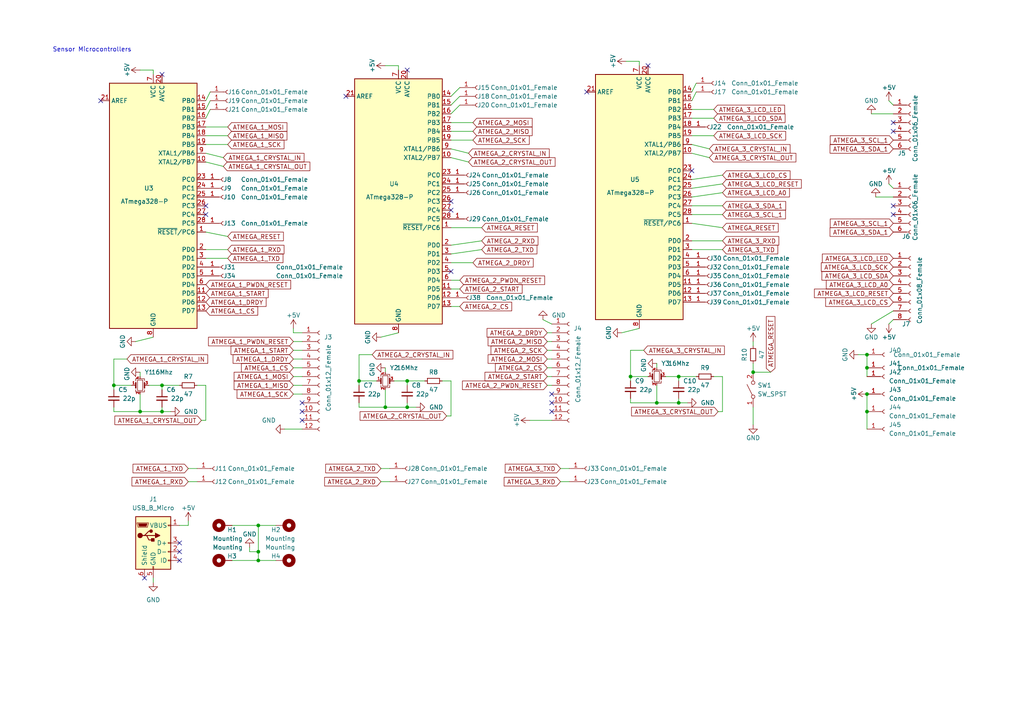
<source format=kicad_sch>
(kicad_sch (version 20211123) (generator eeschema)

  (uuid e63e39d7-6ac0-4ffd-8aa3-1841a4541b55)

  (paper "A4")

  (title_block
    (title "Sensor Board for PROJ324 Health Monitoring Device")
    (date "2022-03-17")
    (rev "V2.0")
    (company "Robotics @ Plymouth University ")
    (comment 1 "https://www.linkedin.com/in/shahinhaque97/")
    (comment 2 "Shahin Haque, Previously known as Muhammed Azizul Haque")
  )

  (lib_symbols
    (symbol "Connector:Conn_01x01_Female" (pin_names (offset 1.016) hide) (in_bom yes) (on_board yes)
      (property "Reference" "J" (id 0) (at 0 2.54 0)
        (effects (font (size 1.27 1.27)))
      )
      (property "Value" "Conn_01x01_Female" (id 1) (at 0 -2.54 0)
        (effects (font (size 1.27 1.27)))
      )
      (property "Footprint" "" (id 2) (at 0 0 0)
        (effects (font (size 1.27 1.27)) hide)
      )
      (property "Datasheet" "~" (id 3) (at 0 0 0)
        (effects (font (size 1.27 1.27)) hide)
      )
      (property "ki_keywords" "connector" (id 4) (at 0 0 0)
        (effects (font (size 1.27 1.27)) hide)
      )
      (property "ki_description" "Generic connector, single row, 01x01, script generated (kicad-library-utils/schlib/autogen/connector/)" (id 5) (at 0 0 0)
        (effects (font (size 1.27 1.27)) hide)
      )
      (property "ki_fp_filters" "Connector*:*" (id 6) (at 0 0 0)
        (effects (font (size 1.27 1.27)) hide)
      )
      (symbol "Conn_01x01_Female_1_1"
        (polyline
          (pts
            (xy -1.27 0)
            (xy -0.508 0)
          )
          (stroke (width 0.1524) (type default) (color 0 0 0 0))
          (fill (type none))
        )
        (arc (start 0 0.508) (mid -0.508 0) (end 0 -0.508)
          (stroke (width 0.1524) (type default) (color 0 0 0 0))
          (fill (type none))
        )
        (pin passive line (at -5.08 0 0) (length 3.81)
          (name "Pin_1" (effects (font (size 1.27 1.27))))
          (number "1" (effects (font (size 1.27 1.27))))
        )
      )
    )
    (symbol "Connector:Conn_01x06_Female" (pin_names (offset 1.016) hide) (in_bom yes) (on_board yes)
      (property "Reference" "J" (id 0) (at 0 7.62 0)
        (effects (font (size 1.27 1.27)))
      )
      (property "Value" "Conn_01x06_Female" (id 1) (at 0 -10.16 0)
        (effects (font (size 1.27 1.27)))
      )
      (property "Footprint" "" (id 2) (at 0 0 0)
        (effects (font (size 1.27 1.27)) hide)
      )
      (property "Datasheet" "~" (id 3) (at 0 0 0)
        (effects (font (size 1.27 1.27)) hide)
      )
      (property "ki_keywords" "connector" (id 4) (at 0 0 0)
        (effects (font (size 1.27 1.27)) hide)
      )
      (property "ki_description" "Generic connector, single row, 01x06, script generated (kicad-library-utils/schlib/autogen/connector/)" (id 5) (at 0 0 0)
        (effects (font (size 1.27 1.27)) hide)
      )
      (property "ki_fp_filters" "Connector*:*_1x??_*" (id 6) (at 0 0 0)
        (effects (font (size 1.27 1.27)) hide)
      )
      (symbol "Conn_01x06_Female_1_1"
        (arc (start 0 -7.112) (mid -0.508 -7.62) (end 0 -8.128)
          (stroke (width 0.1524) (type default) (color 0 0 0 0))
          (fill (type none))
        )
        (arc (start 0 -4.572) (mid -0.508 -5.08) (end 0 -5.588)
          (stroke (width 0.1524) (type default) (color 0 0 0 0))
          (fill (type none))
        )
        (arc (start 0 -2.032) (mid -0.508 -2.54) (end 0 -3.048)
          (stroke (width 0.1524) (type default) (color 0 0 0 0))
          (fill (type none))
        )
        (polyline
          (pts
            (xy -1.27 -7.62)
            (xy -0.508 -7.62)
          )
          (stroke (width 0.1524) (type default) (color 0 0 0 0))
          (fill (type none))
        )
        (polyline
          (pts
            (xy -1.27 -5.08)
            (xy -0.508 -5.08)
          )
          (stroke (width 0.1524) (type default) (color 0 0 0 0))
          (fill (type none))
        )
        (polyline
          (pts
            (xy -1.27 -2.54)
            (xy -0.508 -2.54)
          )
          (stroke (width 0.1524) (type default) (color 0 0 0 0))
          (fill (type none))
        )
        (polyline
          (pts
            (xy -1.27 0)
            (xy -0.508 0)
          )
          (stroke (width 0.1524) (type default) (color 0 0 0 0))
          (fill (type none))
        )
        (polyline
          (pts
            (xy -1.27 2.54)
            (xy -0.508 2.54)
          )
          (stroke (width 0.1524) (type default) (color 0 0 0 0))
          (fill (type none))
        )
        (polyline
          (pts
            (xy -1.27 5.08)
            (xy -0.508 5.08)
          )
          (stroke (width 0.1524) (type default) (color 0 0 0 0))
          (fill (type none))
        )
        (arc (start 0 0.508) (mid -0.508 0) (end 0 -0.508)
          (stroke (width 0.1524) (type default) (color 0 0 0 0))
          (fill (type none))
        )
        (arc (start 0 3.048) (mid -0.508 2.54) (end 0 2.032)
          (stroke (width 0.1524) (type default) (color 0 0 0 0))
          (fill (type none))
        )
        (arc (start 0 5.588) (mid -0.508 5.08) (end 0 4.572)
          (stroke (width 0.1524) (type default) (color 0 0 0 0))
          (fill (type none))
        )
        (pin passive line (at -5.08 5.08 0) (length 3.81)
          (name "Pin_1" (effects (font (size 1.27 1.27))))
          (number "1" (effects (font (size 1.27 1.27))))
        )
        (pin passive line (at -5.08 2.54 0) (length 3.81)
          (name "Pin_2" (effects (font (size 1.27 1.27))))
          (number "2" (effects (font (size 1.27 1.27))))
        )
        (pin passive line (at -5.08 0 0) (length 3.81)
          (name "Pin_3" (effects (font (size 1.27 1.27))))
          (number "3" (effects (font (size 1.27 1.27))))
        )
        (pin passive line (at -5.08 -2.54 0) (length 3.81)
          (name "Pin_4" (effects (font (size 1.27 1.27))))
          (number "4" (effects (font (size 1.27 1.27))))
        )
        (pin passive line (at -5.08 -5.08 0) (length 3.81)
          (name "Pin_5" (effects (font (size 1.27 1.27))))
          (number "5" (effects (font (size 1.27 1.27))))
        )
        (pin passive line (at -5.08 -7.62 0) (length 3.81)
          (name "Pin_6" (effects (font (size 1.27 1.27))))
          (number "6" (effects (font (size 1.27 1.27))))
        )
      )
    )
    (symbol "Connector:Conn_01x08_Female" (pin_names (offset 1.016) hide) (in_bom yes) (on_board yes)
      (property "Reference" "J" (id 0) (at 0 10.16 0)
        (effects (font (size 1.27 1.27)))
      )
      (property "Value" "Conn_01x08_Female" (id 1) (at 0 -12.7 0)
        (effects (font (size 1.27 1.27)))
      )
      (property "Footprint" "" (id 2) (at 0 0 0)
        (effects (font (size 1.27 1.27)) hide)
      )
      (property "Datasheet" "~" (id 3) (at 0 0 0)
        (effects (font (size 1.27 1.27)) hide)
      )
      (property "ki_keywords" "connector" (id 4) (at 0 0 0)
        (effects (font (size 1.27 1.27)) hide)
      )
      (property "ki_description" "Generic connector, single row, 01x08, script generated (kicad-library-utils/schlib/autogen/connector/)" (id 5) (at 0 0 0)
        (effects (font (size 1.27 1.27)) hide)
      )
      (property "ki_fp_filters" "Connector*:*_1x??_*" (id 6) (at 0 0 0)
        (effects (font (size 1.27 1.27)) hide)
      )
      (symbol "Conn_01x08_Female_1_1"
        (arc (start 0 -9.652) (mid -0.508 -10.16) (end 0 -10.668)
          (stroke (width 0.1524) (type default) (color 0 0 0 0))
          (fill (type none))
        )
        (arc (start 0 -7.112) (mid -0.508 -7.62) (end 0 -8.128)
          (stroke (width 0.1524) (type default) (color 0 0 0 0))
          (fill (type none))
        )
        (arc (start 0 -4.572) (mid -0.508 -5.08) (end 0 -5.588)
          (stroke (width 0.1524) (type default) (color 0 0 0 0))
          (fill (type none))
        )
        (arc (start 0 -2.032) (mid -0.508 -2.54) (end 0 -3.048)
          (stroke (width 0.1524) (type default) (color 0 0 0 0))
          (fill (type none))
        )
        (polyline
          (pts
            (xy -1.27 -10.16)
            (xy -0.508 -10.16)
          )
          (stroke (width 0.1524) (type default) (color 0 0 0 0))
          (fill (type none))
        )
        (polyline
          (pts
            (xy -1.27 -7.62)
            (xy -0.508 -7.62)
          )
          (stroke (width 0.1524) (type default) (color 0 0 0 0))
          (fill (type none))
        )
        (polyline
          (pts
            (xy -1.27 -5.08)
            (xy -0.508 -5.08)
          )
          (stroke (width 0.1524) (type default) (color 0 0 0 0))
          (fill (type none))
        )
        (polyline
          (pts
            (xy -1.27 -2.54)
            (xy -0.508 -2.54)
          )
          (stroke (width 0.1524) (type default) (color 0 0 0 0))
          (fill (type none))
        )
        (polyline
          (pts
            (xy -1.27 0)
            (xy -0.508 0)
          )
          (stroke (width 0.1524) (type default) (color 0 0 0 0))
          (fill (type none))
        )
        (polyline
          (pts
            (xy -1.27 2.54)
            (xy -0.508 2.54)
          )
          (stroke (width 0.1524) (type default) (color 0 0 0 0))
          (fill (type none))
        )
        (polyline
          (pts
            (xy -1.27 5.08)
            (xy -0.508 5.08)
          )
          (stroke (width 0.1524) (type default) (color 0 0 0 0))
          (fill (type none))
        )
        (polyline
          (pts
            (xy -1.27 7.62)
            (xy -0.508 7.62)
          )
          (stroke (width 0.1524) (type default) (color 0 0 0 0))
          (fill (type none))
        )
        (arc (start 0 0.508) (mid -0.508 0) (end 0 -0.508)
          (stroke (width 0.1524) (type default) (color 0 0 0 0))
          (fill (type none))
        )
        (arc (start 0 3.048) (mid -0.508 2.54) (end 0 2.032)
          (stroke (width 0.1524) (type default) (color 0 0 0 0))
          (fill (type none))
        )
        (arc (start 0 5.588) (mid -0.508 5.08) (end 0 4.572)
          (stroke (width 0.1524) (type default) (color 0 0 0 0))
          (fill (type none))
        )
        (arc (start 0 8.128) (mid -0.508 7.62) (end 0 7.112)
          (stroke (width 0.1524) (type default) (color 0 0 0 0))
          (fill (type none))
        )
        (pin passive line (at -5.08 7.62 0) (length 3.81)
          (name "Pin_1" (effects (font (size 1.27 1.27))))
          (number "1" (effects (font (size 1.27 1.27))))
        )
        (pin passive line (at -5.08 5.08 0) (length 3.81)
          (name "Pin_2" (effects (font (size 1.27 1.27))))
          (number "2" (effects (font (size 1.27 1.27))))
        )
        (pin passive line (at -5.08 2.54 0) (length 3.81)
          (name "Pin_3" (effects (font (size 1.27 1.27))))
          (number "3" (effects (font (size 1.27 1.27))))
        )
        (pin passive line (at -5.08 0 0) (length 3.81)
          (name "Pin_4" (effects (font (size 1.27 1.27))))
          (number "4" (effects (font (size 1.27 1.27))))
        )
        (pin passive line (at -5.08 -2.54 0) (length 3.81)
          (name "Pin_5" (effects (font (size 1.27 1.27))))
          (number "5" (effects (font (size 1.27 1.27))))
        )
        (pin passive line (at -5.08 -5.08 0) (length 3.81)
          (name "Pin_6" (effects (font (size 1.27 1.27))))
          (number "6" (effects (font (size 1.27 1.27))))
        )
        (pin passive line (at -5.08 -7.62 0) (length 3.81)
          (name "Pin_7" (effects (font (size 1.27 1.27))))
          (number "7" (effects (font (size 1.27 1.27))))
        )
        (pin passive line (at -5.08 -10.16 0) (length 3.81)
          (name "Pin_8" (effects (font (size 1.27 1.27))))
          (number "8" (effects (font (size 1.27 1.27))))
        )
      )
    )
    (symbol "Connector:Conn_01x12_Female" (pin_names (offset 1.016) hide) (in_bom yes) (on_board yes)
      (property "Reference" "J" (id 0) (at 0 15.24 0)
        (effects (font (size 1.27 1.27)))
      )
      (property "Value" "Conn_01x12_Female" (id 1) (at 0 -17.78 0)
        (effects (font (size 1.27 1.27)))
      )
      (property "Footprint" "" (id 2) (at 0 0 0)
        (effects (font (size 1.27 1.27)) hide)
      )
      (property "Datasheet" "~" (id 3) (at 0 0 0)
        (effects (font (size 1.27 1.27)) hide)
      )
      (property "ki_keywords" "connector" (id 4) (at 0 0 0)
        (effects (font (size 1.27 1.27)) hide)
      )
      (property "ki_description" "Generic connector, single row, 01x12, script generated (kicad-library-utils/schlib/autogen/connector/)" (id 5) (at 0 0 0)
        (effects (font (size 1.27 1.27)) hide)
      )
      (property "ki_fp_filters" "Connector*:*_1x??_*" (id 6) (at 0 0 0)
        (effects (font (size 1.27 1.27)) hide)
      )
      (symbol "Conn_01x12_Female_1_1"
        (arc (start 0 -14.732) (mid -0.508 -15.24) (end 0 -15.748)
          (stroke (width 0.1524) (type default) (color 0 0 0 0))
          (fill (type none))
        )
        (arc (start 0 -12.192) (mid -0.508 -12.7) (end 0 -13.208)
          (stroke (width 0.1524) (type default) (color 0 0 0 0))
          (fill (type none))
        )
        (arc (start 0 -9.652) (mid -0.508 -10.16) (end 0 -10.668)
          (stroke (width 0.1524) (type default) (color 0 0 0 0))
          (fill (type none))
        )
        (arc (start 0 -7.112) (mid -0.508 -7.62) (end 0 -8.128)
          (stroke (width 0.1524) (type default) (color 0 0 0 0))
          (fill (type none))
        )
        (arc (start 0 -4.572) (mid -0.508 -5.08) (end 0 -5.588)
          (stroke (width 0.1524) (type default) (color 0 0 0 0))
          (fill (type none))
        )
        (arc (start 0 -2.032) (mid -0.508 -2.54) (end 0 -3.048)
          (stroke (width 0.1524) (type default) (color 0 0 0 0))
          (fill (type none))
        )
        (polyline
          (pts
            (xy -1.27 -15.24)
            (xy -0.508 -15.24)
          )
          (stroke (width 0.1524) (type default) (color 0 0 0 0))
          (fill (type none))
        )
        (polyline
          (pts
            (xy -1.27 -12.7)
            (xy -0.508 -12.7)
          )
          (stroke (width 0.1524) (type default) (color 0 0 0 0))
          (fill (type none))
        )
        (polyline
          (pts
            (xy -1.27 -10.16)
            (xy -0.508 -10.16)
          )
          (stroke (width 0.1524) (type default) (color 0 0 0 0))
          (fill (type none))
        )
        (polyline
          (pts
            (xy -1.27 -7.62)
            (xy -0.508 -7.62)
          )
          (stroke (width 0.1524) (type default) (color 0 0 0 0))
          (fill (type none))
        )
        (polyline
          (pts
            (xy -1.27 -5.08)
            (xy -0.508 -5.08)
          )
          (stroke (width 0.1524) (type default) (color 0 0 0 0))
          (fill (type none))
        )
        (polyline
          (pts
            (xy -1.27 -2.54)
            (xy -0.508 -2.54)
          )
          (stroke (width 0.1524) (type default) (color 0 0 0 0))
          (fill (type none))
        )
        (polyline
          (pts
            (xy -1.27 0)
            (xy -0.508 0)
          )
          (stroke (width 0.1524) (type default) (color 0 0 0 0))
          (fill (type none))
        )
        (polyline
          (pts
            (xy -1.27 2.54)
            (xy -0.508 2.54)
          )
          (stroke (width 0.1524) (type default) (color 0 0 0 0))
          (fill (type none))
        )
        (polyline
          (pts
            (xy -1.27 5.08)
            (xy -0.508 5.08)
          )
          (stroke (width 0.1524) (type default) (color 0 0 0 0))
          (fill (type none))
        )
        (polyline
          (pts
            (xy -1.27 7.62)
            (xy -0.508 7.62)
          )
          (stroke (width 0.1524) (type default) (color 0 0 0 0))
          (fill (type none))
        )
        (polyline
          (pts
            (xy -1.27 10.16)
            (xy -0.508 10.16)
          )
          (stroke (width 0.1524) (type default) (color 0 0 0 0))
          (fill (type none))
        )
        (polyline
          (pts
            (xy -1.27 12.7)
            (xy -0.508 12.7)
          )
          (stroke (width 0.1524) (type default) (color 0 0 0 0))
          (fill (type none))
        )
        (arc (start 0 0.508) (mid -0.508 0) (end 0 -0.508)
          (stroke (width 0.1524) (type default) (color 0 0 0 0))
          (fill (type none))
        )
        (arc (start 0 3.048) (mid -0.508 2.54) (end 0 2.032)
          (stroke (width 0.1524) (type default) (color 0 0 0 0))
          (fill (type none))
        )
        (arc (start 0 5.588) (mid -0.508 5.08) (end 0 4.572)
          (stroke (width 0.1524) (type default) (color 0 0 0 0))
          (fill (type none))
        )
        (arc (start 0 8.128) (mid -0.508 7.62) (end 0 7.112)
          (stroke (width 0.1524) (type default) (color 0 0 0 0))
          (fill (type none))
        )
        (arc (start 0 10.668) (mid -0.508 10.16) (end 0 9.652)
          (stroke (width 0.1524) (type default) (color 0 0 0 0))
          (fill (type none))
        )
        (arc (start 0 13.208) (mid -0.508 12.7) (end 0 12.192)
          (stroke (width 0.1524) (type default) (color 0 0 0 0))
          (fill (type none))
        )
        (pin passive line (at -5.08 12.7 0) (length 3.81)
          (name "Pin_1" (effects (font (size 1.27 1.27))))
          (number "1" (effects (font (size 1.27 1.27))))
        )
        (pin passive line (at -5.08 -10.16 0) (length 3.81)
          (name "Pin_10" (effects (font (size 1.27 1.27))))
          (number "10" (effects (font (size 1.27 1.27))))
        )
        (pin passive line (at -5.08 -12.7 0) (length 3.81)
          (name "Pin_11" (effects (font (size 1.27 1.27))))
          (number "11" (effects (font (size 1.27 1.27))))
        )
        (pin passive line (at -5.08 -15.24 0) (length 3.81)
          (name "Pin_12" (effects (font (size 1.27 1.27))))
          (number "12" (effects (font (size 1.27 1.27))))
        )
        (pin passive line (at -5.08 10.16 0) (length 3.81)
          (name "Pin_2" (effects (font (size 1.27 1.27))))
          (number "2" (effects (font (size 1.27 1.27))))
        )
        (pin passive line (at -5.08 7.62 0) (length 3.81)
          (name "Pin_3" (effects (font (size 1.27 1.27))))
          (number "3" (effects (font (size 1.27 1.27))))
        )
        (pin passive line (at -5.08 5.08 0) (length 3.81)
          (name "Pin_4" (effects (font (size 1.27 1.27))))
          (number "4" (effects (font (size 1.27 1.27))))
        )
        (pin passive line (at -5.08 2.54 0) (length 3.81)
          (name "Pin_5" (effects (font (size 1.27 1.27))))
          (number "5" (effects (font (size 1.27 1.27))))
        )
        (pin passive line (at -5.08 0 0) (length 3.81)
          (name "Pin_6" (effects (font (size 1.27 1.27))))
          (number "6" (effects (font (size 1.27 1.27))))
        )
        (pin passive line (at -5.08 -2.54 0) (length 3.81)
          (name "Pin_7" (effects (font (size 1.27 1.27))))
          (number "7" (effects (font (size 1.27 1.27))))
        )
        (pin passive line (at -5.08 -5.08 0) (length 3.81)
          (name "Pin_8" (effects (font (size 1.27 1.27))))
          (number "8" (effects (font (size 1.27 1.27))))
        )
        (pin passive line (at -5.08 -7.62 0) (length 3.81)
          (name "Pin_9" (effects (font (size 1.27 1.27))))
          (number "9" (effects (font (size 1.27 1.27))))
        )
      )
    )
    (symbol "Connector:USB_B_Micro" (pin_names (offset 1.016)) (in_bom yes) (on_board yes)
      (property "Reference" "J" (id 0) (at -5.08 11.43 0)
        (effects (font (size 1.27 1.27)) (justify left))
      )
      (property "Value" "USB_B_Micro" (id 1) (at -5.08 8.89 0)
        (effects (font (size 1.27 1.27)) (justify left))
      )
      (property "Footprint" "" (id 2) (at 3.81 -1.27 0)
        (effects (font (size 1.27 1.27)) hide)
      )
      (property "Datasheet" "~" (id 3) (at 3.81 -1.27 0)
        (effects (font (size 1.27 1.27)) hide)
      )
      (property "ki_keywords" "connector USB micro" (id 4) (at 0 0 0)
        (effects (font (size 1.27 1.27)) hide)
      )
      (property "ki_description" "USB Micro Type B connector" (id 5) (at 0 0 0)
        (effects (font (size 1.27 1.27)) hide)
      )
      (property "ki_fp_filters" "USB*" (id 6) (at 0 0 0)
        (effects (font (size 1.27 1.27)) hide)
      )
      (symbol "USB_B_Micro_0_1"
        (rectangle (start -5.08 -7.62) (end 5.08 7.62)
          (stroke (width 0.254) (type default) (color 0 0 0 0))
          (fill (type background))
        )
        (circle (center -3.81 2.159) (radius 0.635)
          (stroke (width 0.254) (type default) (color 0 0 0 0))
          (fill (type outline))
        )
        (circle (center -0.635 3.429) (radius 0.381)
          (stroke (width 0.254) (type default) (color 0 0 0 0))
          (fill (type outline))
        )
        (rectangle (start -0.127 -7.62) (end 0.127 -6.858)
          (stroke (width 0) (type default) (color 0 0 0 0))
          (fill (type none))
        )
        (polyline
          (pts
            (xy -1.905 2.159)
            (xy 0.635 2.159)
          )
          (stroke (width 0.254) (type default) (color 0 0 0 0))
          (fill (type none))
        )
        (polyline
          (pts
            (xy -3.175 2.159)
            (xy -2.54 2.159)
            (xy -1.27 3.429)
            (xy -0.635 3.429)
          )
          (stroke (width 0.254) (type default) (color 0 0 0 0))
          (fill (type none))
        )
        (polyline
          (pts
            (xy -2.54 2.159)
            (xy -1.905 2.159)
            (xy -1.27 0.889)
            (xy 0 0.889)
          )
          (stroke (width 0.254) (type default) (color 0 0 0 0))
          (fill (type none))
        )
        (polyline
          (pts
            (xy 0.635 2.794)
            (xy 0.635 1.524)
            (xy 1.905 2.159)
            (xy 0.635 2.794)
          )
          (stroke (width 0.254) (type default) (color 0 0 0 0))
          (fill (type outline))
        )
        (polyline
          (pts
            (xy -4.318 5.588)
            (xy -1.778 5.588)
            (xy -2.032 4.826)
            (xy -4.064 4.826)
            (xy -4.318 5.588)
          )
          (stroke (width 0) (type default) (color 0 0 0 0))
          (fill (type outline))
        )
        (polyline
          (pts
            (xy -4.699 5.842)
            (xy -4.699 5.588)
            (xy -4.445 4.826)
            (xy -4.445 4.572)
            (xy -1.651 4.572)
            (xy -1.651 4.826)
            (xy -1.397 5.588)
            (xy -1.397 5.842)
            (xy -4.699 5.842)
          )
          (stroke (width 0) (type default) (color 0 0 0 0))
          (fill (type none))
        )
        (rectangle (start 0.254 1.27) (end -0.508 0.508)
          (stroke (width 0.254) (type default) (color 0 0 0 0))
          (fill (type outline))
        )
        (rectangle (start 5.08 -5.207) (end 4.318 -4.953)
          (stroke (width 0) (type default) (color 0 0 0 0))
          (fill (type none))
        )
        (rectangle (start 5.08 -2.667) (end 4.318 -2.413)
          (stroke (width 0) (type default) (color 0 0 0 0))
          (fill (type none))
        )
        (rectangle (start 5.08 -0.127) (end 4.318 0.127)
          (stroke (width 0) (type default) (color 0 0 0 0))
          (fill (type none))
        )
        (rectangle (start 5.08 4.953) (end 4.318 5.207)
          (stroke (width 0) (type default) (color 0 0 0 0))
          (fill (type none))
        )
      )
      (symbol "USB_B_Micro_1_1"
        (pin power_out line (at 7.62 5.08 180) (length 2.54)
          (name "VBUS" (effects (font (size 1.27 1.27))))
          (number "1" (effects (font (size 1.27 1.27))))
        )
        (pin bidirectional line (at 7.62 -2.54 180) (length 2.54)
          (name "D-" (effects (font (size 1.27 1.27))))
          (number "2" (effects (font (size 1.27 1.27))))
        )
        (pin bidirectional line (at 7.62 0 180) (length 2.54)
          (name "D+" (effects (font (size 1.27 1.27))))
          (number "3" (effects (font (size 1.27 1.27))))
        )
        (pin passive line (at 7.62 -5.08 180) (length 2.54)
          (name "ID" (effects (font (size 1.27 1.27))))
          (number "4" (effects (font (size 1.27 1.27))))
        )
        (pin power_out line (at 0 -10.16 90) (length 2.54)
          (name "GND" (effects (font (size 1.27 1.27))))
          (number "5" (effects (font (size 1.27 1.27))))
        )
        (pin passive line (at -2.54 -10.16 90) (length 2.54)
          (name "Shield" (effects (font (size 1.27 1.27))))
          (number "6" (effects (font (size 1.27 1.27))))
        )
      )
    )
    (symbol "Device:C_Small" (pin_numbers hide) (pin_names (offset 0.254) hide) (in_bom yes) (on_board yes)
      (property "Reference" "C" (id 0) (at 0.254 1.778 0)
        (effects (font (size 1.27 1.27)) (justify left))
      )
      (property "Value" "C_Small" (id 1) (at 0.254 -2.032 0)
        (effects (font (size 1.27 1.27)) (justify left))
      )
      (property "Footprint" "" (id 2) (at 0 0 0)
        (effects (font (size 1.27 1.27)) hide)
      )
      (property "Datasheet" "~" (id 3) (at 0 0 0)
        (effects (font (size 1.27 1.27)) hide)
      )
      (property "ki_keywords" "capacitor cap" (id 4) (at 0 0 0)
        (effects (font (size 1.27 1.27)) hide)
      )
      (property "ki_description" "Unpolarized capacitor, small symbol" (id 5) (at 0 0 0)
        (effects (font (size 1.27 1.27)) hide)
      )
      (property "ki_fp_filters" "C_*" (id 6) (at 0 0 0)
        (effects (font (size 1.27 1.27)) hide)
      )
      (symbol "C_Small_0_1"
        (polyline
          (pts
            (xy -1.524 -0.508)
            (xy 1.524 -0.508)
          )
          (stroke (width 0.3302) (type default) (color 0 0 0 0))
          (fill (type none))
        )
        (polyline
          (pts
            (xy -1.524 0.508)
            (xy 1.524 0.508)
          )
          (stroke (width 0.3048) (type default) (color 0 0 0 0))
          (fill (type none))
        )
      )
      (symbol "C_Small_1_1"
        (pin passive line (at 0 2.54 270) (length 2.032)
          (name "~" (effects (font (size 1.27 1.27))))
          (number "1" (effects (font (size 1.27 1.27))))
        )
        (pin passive line (at 0 -2.54 90) (length 2.032)
          (name "~" (effects (font (size 1.27 1.27))))
          (number "2" (effects (font (size 1.27 1.27))))
        )
      )
    )
    (symbol "Device:Crystal_GND24_Small" (pin_names (offset 1.016) hide) (in_bom yes) (on_board yes)
      (property "Reference" "Y" (id 0) (at 1.27 4.445 0)
        (effects (font (size 1.27 1.27)) (justify left))
      )
      (property "Value" "Crystal_GND24_Small" (id 1) (at 1.27 2.54 0)
        (effects (font (size 1.27 1.27)) (justify left))
      )
      (property "Footprint" "" (id 2) (at 0 0 0)
        (effects (font (size 1.27 1.27)) hide)
      )
      (property "Datasheet" "~" (id 3) (at 0 0 0)
        (effects (font (size 1.27 1.27)) hide)
      )
      (property "ki_keywords" "quartz ceramic resonator oscillator" (id 4) (at 0 0 0)
        (effects (font (size 1.27 1.27)) hide)
      )
      (property "ki_description" "Four pin crystal, GND on pins 2 and 4, small symbol" (id 5) (at 0 0 0)
        (effects (font (size 1.27 1.27)) hide)
      )
      (property "ki_fp_filters" "Crystal*" (id 6) (at 0 0 0)
        (effects (font (size 1.27 1.27)) hide)
      )
      (symbol "Crystal_GND24_Small_0_1"
        (rectangle (start -0.762 -1.524) (end 0.762 1.524)
          (stroke (width 0) (type default) (color 0 0 0 0))
          (fill (type none))
        )
        (polyline
          (pts
            (xy -1.27 -0.762)
            (xy -1.27 0.762)
          )
          (stroke (width 0.381) (type default) (color 0 0 0 0))
          (fill (type none))
        )
        (polyline
          (pts
            (xy 1.27 -0.762)
            (xy 1.27 0.762)
          )
          (stroke (width 0.381) (type default) (color 0 0 0 0))
          (fill (type none))
        )
        (polyline
          (pts
            (xy -1.27 -1.27)
            (xy -1.27 -1.905)
            (xy 1.27 -1.905)
            (xy 1.27 -1.27)
          )
          (stroke (width 0) (type default) (color 0 0 0 0))
          (fill (type none))
        )
        (polyline
          (pts
            (xy -1.27 1.27)
            (xy -1.27 1.905)
            (xy 1.27 1.905)
            (xy 1.27 1.27)
          )
          (stroke (width 0) (type default) (color 0 0 0 0))
          (fill (type none))
        )
      )
      (symbol "Crystal_GND24_Small_1_1"
        (pin passive line (at -2.54 0 0) (length 1.27)
          (name "1" (effects (font (size 1.27 1.27))))
          (number "1" (effects (font (size 0.762 0.762))))
        )
        (pin passive line (at 0 -2.54 90) (length 0.635)
          (name "2" (effects (font (size 1.27 1.27))))
          (number "2" (effects (font (size 0.762 0.762))))
        )
        (pin passive line (at 2.54 0 180) (length 1.27)
          (name "3" (effects (font (size 1.27 1.27))))
          (number "3" (effects (font (size 0.762 0.762))))
        )
        (pin passive line (at 0 2.54 270) (length 0.635)
          (name "4" (effects (font (size 1.27 1.27))))
          (number "4" (effects (font (size 0.762 0.762))))
        )
      )
    )
    (symbol "Device:R_Small" (pin_numbers hide) (pin_names (offset 0.254) hide) (in_bom yes) (on_board yes)
      (property "Reference" "R" (id 0) (at 0.762 0.508 0)
        (effects (font (size 1.27 1.27)) (justify left))
      )
      (property "Value" "R_Small" (id 1) (at 0.762 -1.016 0)
        (effects (font (size 1.27 1.27)) (justify left))
      )
      (property "Footprint" "" (id 2) (at 0 0 0)
        (effects (font (size 1.27 1.27)) hide)
      )
      (property "Datasheet" "~" (id 3) (at 0 0 0)
        (effects (font (size 1.27 1.27)) hide)
      )
      (property "ki_keywords" "R resistor" (id 4) (at 0 0 0)
        (effects (font (size 1.27 1.27)) hide)
      )
      (property "ki_description" "Resistor, small symbol" (id 5) (at 0 0 0)
        (effects (font (size 1.27 1.27)) hide)
      )
      (property "ki_fp_filters" "R_*" (id 6) (at 0 0 0)
        (effects (font (size 1.27 1.27)) hide)
      )
      (symbol "R_Small_0_1"
        (rectangle (start -0.762 1.778) (end 0.762 -1.778)
          (stroke (width 0.2032) (type default) (color 0 0 0 0))
          (fill (type none))
        )
      )
      (symbol "R_Small_1_1"
        (pin passive line (at 0 2.54 270) (length 0.762)
          (name "~" (effects (font (size 1.27 1.27))))
          (number "1" (effects (font (size 1.27 1.27))))
        )
        (pin passive line (at 0 -2.54 90) (length 0.762)
          (name "~" (effects (font (size 1.27 1.27))))
          (number "2" (effects (font (size 1.27 1.27))))
        )
      )
    )
    (symbol "MCU_Microchip_ATmega:ATmega328-P" (in_bom yes) (on_board yes)
      (property "Reference" "U" (id 0) (at -12.7 36.83 0)
        (effects (font (size 1.27 1.27)) (justify left bottom))
      )
      (property "Value" "ATmega328-P" (id 1) (at 2.54 -36.83 0)
        (effects (font (size 1.27 1.27)) (justify left top))
      )
      (property "Footprint" "Package_DIP:DIP-28_W7.62mm" (id 2) (at 0 0 0)
        (effects (font (size 1.27 1.27) italic) hide)
      )
      (property "Datasheet" "http://ww1.microchip.com/downloads/en/DeviceDoc/ATmega328_P%20AVR%20MCU%20with%20picoPower%20Technology%20Data%20Sheet%2040001984A.pdf" (id 3) (at 0 0 0)
        (effects (font (size 1.27 1.27)) hide)
      )
      (property "ki_keywords" "AVR 8bit Microcontroller MegaAVR" (id 4) (at 0 0 0)
        (effects (font (size 1.27 1.27)) hide)
      )
      (property "ki_description" "20MHz, 32kB Flash, 2kB SRAM, 1kB EEPROM, DIP-28" (id 5) (at 0 0 0)
        (effects (font (size 1.27 1.27)) hide)
      )
      (property "ki_fp_filters" "DIP*W7.62mm*" (id 6) (at 0 0 0)
        (effects (font (size 1.27 1.27)) hide)
      )
      (symbol "ATmega328-P_0_1"
        (rectangle (start -12.7 -35.56) (end 12.7 35.56)
          (stroke (width 0.254) (type default) (color 0 0 0 0))
          (fill (type background))
        )
      )
      (symbol "ATmega328-P_1_1"
        (pin bidirectional line (at 15.24 -7.62 180) (length 2.54)
          (name "~{RESET}/PC6" (effects (font (size 1.27 1.27))))
          (number "1" (effects (font (size 1.27 1.27))))
        )
        (pin bidirectional line (at 15.24 12.7 180) (length 2.54)
          (name "XTAL2/PB7" (effects (font (size 1.27 1.27))))
          (number "10" (effects (font (size 1.27 1.27))))
        )
        (pin bidirectional line (at 15.24 -25.4 180) (length 2.54)
          (name "PD5" (effects (font (size 1.27 1.27))))
          (number "11" (effects (font (size 1.27 1.27))))
        )
        (pin bidirectional line (at 15.24 -27.94 180) (length 2.54)
          (name "PD6" (effects (font (size 1.27 1.27))))
          (number "12" (effects (font (size 1.27 1.27))))
        )
        (pin bidirectional line (at 15.24 -30.48 180) (length 2.54)
          (name "PD7" (effects (font (size 1.27 1.27))))
          (number "13" (effects (font (size 1.27 1.27))))
        )
        (pin bidirectional line (at 15.24 30.48 180) (length 2.54)
          (name "PB0" (effects (font (size 1.27 1.27))))
          (number "14" (effects (font (size 1.27 1.27))))
        )
        (pin bidirectional line (at 15.24 27.94 180) (length 2.54)
          (name "PB1" (effects (font (size 1.27 1.27))))
          (number "15" (effects (font (size 1.27 1.27))))
        )
        (pin bidirectional line (at 15.24 25.4 180) (length 2.54)
          (name "PB2" (effects (font (size 1.27 1.27))))
          (number "16" (effects (font (size 1.27 1.27))))
        )
        (pin bidirectional line (at 15.24 22.86 180) (length 2.54)
          (name "PB3" (effects (font (size 1.27 1.27))))
          (number "17" (effects (font (size 1.27 1.27))))
        )
        (pin bidirectional line (at 15.24 20.32 180) (length 2.54)
          (name "PB4" (effects (font (size 1.27 1.27))))
          (number "18" (effects (font (size 1.27 1.27))))
        )
        (pin bidirectional line (at 15.24 17.78 180) (length 2.54)
          (name "PB5" (effects (font (size 1.27 1.27))))
          (number "19" (effects (font (size 1.27 1.27))))
        )
        (pin bidirectional line (at 15.24 -12.7 180) (length 2.54)
          (name "PD0" (effects (font (size 1.27 1.27))))
          (number "2" (effects (font (size 1.27 1.27))))
        )
        (pin power_in line (at 2.54 38.1 270) (length 2.54)
          (name "AVCC" (effects (font (size 1.27 1.27))))
          (number "20" (effects (font (size 1.27 1.27))))
        )
        (pin passive line (at -15.24 30.48 0) (length 2.54)
          (name "AREF" (effects (font (size 1.27 1.27))))
          (number "21" (effects (font (size 1.27 1.27))))
        )
        (pin passive line (at 0 -38.1 90) (length 2.54) hide
          (name "GND" (effects (font (size 1.27 1.27))))
          (number "22" (effects (font (size 1.27 1.27))))
        )
        (pin bidirectional line (at 15.24 7.62 180) (length 2.54)
          (name "PC0" (effects (font (size 1.27 1.27))))
          (number "23" (effects (font (size 1.27 1.27))))
        )
        (pin bidirectional line (at 15.24 5.08 180) (length 2.54)
          (name "PC1" (effects (font (size 1.27 1.27))))
          (number "24" (effects (font (size 1.27 1.27))))
        )
        (pin bidirectional line (at 15.24 2.54 180) (length 2.54)
          (name "PC2" (effects (font (size 1.27 1.27))))
          (number "25" (effects (font (size 1.27 1.27))))
        )
        (pin bidirectional line (at 15.24 0 180) (length 2.54)
          (name "PC3" (effects (font (size 1.27 1.27))))
          (number "26" (effects (font (size 1.27 1.27))))
        )
        (pin bidirectional line (at 15.24 -2.54 180) (length 2.54)
          (name "PC4" (effects (font (size 1.27 1.27))))
          (number "27" (effects (font (size 1.27 1.27))))
        )
        (pin bidirectional line (at 15.24 -5.08 180) (length 2.54)
          (name "PC5" (effects (font (size 1.27 1.27))))
          (number "28" (effects (font (size 1.27 1.27))))
        )
        (pin bidirectional line (at 15.24 -15.24 180) (length 2.54)
          (name "PD1" (effects (font (size 1.27 1.27))))
          (number "3" (effects (font (size 1.27 1.27))))
        )
        (pin bidirectional line (at 15.24 -17.78 180) (length 2.54)
          (name "PD2" (effects (font (size 1.27 1.27))))
          (number "4" (effects (font (size 1.27 1.27))))
        )
        (pin bidirectional line (at 15.24 -20.32 180) (length 2.54)
          (name "PD3" (effects (font (size 1.27 1.27))))
          (number "5" (effects (font (size 1.27 1.27))))
        )
        (pin bidirectional line (at 15.24 -22.86 180) (length 2.54)
          (name "PD4" (effects (font (size 1.27 1.27))))
          (number "6" (effects (font (size 1.27 1.27))))
        )
        (pin power_in line (at 0 38.1 270) (length 2.54)
          (name "VCC" (effects (font (size 1.27 1.27))))
          (number "7" (effects (font (size 1.27 1.27))))
        )
        (pin power_in line (at 0 -38.1 90) (length 2.54)
          (name "GND" (effects (font (size 1.27 1.27))))
          (number "8" (effects (font (size 1.27 1.27))))
        )
        (pin bidirectional line (at 15.24 15.24 180) (length 2.54)
          (name "XTAL1/PB6" (effects (font (size 1.27 1.27))))
          (number "9" (effects (font (size 1.27 1.27))))
        )
      )
    )
    (symbol "Mechanical:MountingHole_Pad" (pin_numbers hide) (pin_names (offset 1.016) hide) (in_bom yes) (on_board yes)
      (property "Reference" "H" (id 0) (at 0 6.35 0)
        (effects (font (size 1.27 1.27)))
      )
      (property "Value" "MountingHole_Pad" (id 1) (at 0 4.445 0)
        (effects (font (size 1.27 1.27)))
      )
      (property "Footprint" "" (id 2) (at 0 0 0)
        (effects (font (size 1.27 1.27)) hide)
      )
      (property "Datasheet" "~" (id 3) (at 0 0 0)
        (effects (font (size 1.27 1.27)) hide)
      )
      (property "ki_keywords" "mounting hole" (id 4) (at 0 0 0)
        (effects (font (size 1.27 1.27)) hide)
      )
      (property "ki_description" "Mounting Hole with connection" (id 5) (at 0 0 0)
        (effects (font (size 1.27 1.27)) hide)
      )
      (property "ki_fp_filters" "MountingHole*Pad*" (id 6) (at 0 0 0)
        (effects (font (size 1.27 1.27)) hide)
      )
      (symbol "MountingHole_Pad_0_1"
        (circle (center 0 1.27) (radius 1.27)
          (stroke (width 1.27) (type default) (color 0 0 0 0))
          (fill (type none))
        )
      )
      (symbol "MountingHole_Pad_1_1"
        (pin input line (at 0 -2.54 90) (length 2.54)
          (name "1" (effects (font (size 1.27 1.27))))
          (number "1" (effects (font (size 1.27 1.27))))
        )
      )
    )
    (symbol "Switch:SW_SPST" (pin_names (offset 0) hide) (in_bom yes) (on_board yes)
      (property "Reference" "SW" (id 0) (at 0 3.175 0)
        (effects (font (size 1.27 1.27)))
      )
      (property "Value" "SW_SPST" (id 1) (at 0 -2.54 0)
        (effects (font (size 1.27 1.27)))
      )
      (property "Footprint" "" (id 2) (at 0 0 0)
        (effects (font (size 1.27 1.27)) hide)
      )
      (property "Datasheet" "~" (id 3) (at 0 0 0)
        (effects (font (size 1.27 1.27)) hide)
      )
      (property "ki_keywords" "switch lever" (id 4) (at 0 0 0)
        (effects (font (size 1.27 1.27)) hide)
      )
      (property "ki_description" "Single Pole Single Throw (SPST) switch" (id 5) (at 0 0 0)
        (effects (font (size 1.27 1.27)) hide)
      )
      (symbol "SW_SPST_0_0"
        (circle (center -2.032 0) (radius 0.508)
          (stroke (width 0) (type default) (color 0 0 0 0))
          (fill (type none))
        )
        (polyline
          (pts
            (xy -1.524 0.254)
            (xy 1.524 1.778)
          )
          (stroke (width 0) (type default) (color 0 0 0 0))
          (fill (type none))
        )
        (circle (center 2.032 0) (radius 0.508)
          (stroke (width 0) (type default) (color 0 0 0 0))
          (fill (type none))
        )
      )
      (symbol "SW_SPST_1_1"
        (pin passive line (at -5.08 0 0) (length 2.54)
          (name "A" (effects (font (size 1.27 1.27))))
          (number "1" (effects (font (size 1.27 1.27))))
        )
        (pin passive line (at 5.08 0 180) (length 2.54)
          (name "B" (effects (font (size 1.27 1.27))))
          (number "2" (effects (font (size 1.27 1.27))))
        )
      )
    )
    (symbol "power:+5V" (power) (pin_names (offset 0)) (in_bom yes) (on_board yes)
      (property "Reference" "#PWR" (id 0) (at 0 -3.81 0)
        (effects (font (size 1.27 1.27)) hide)
      )
      (property "Value" "+5V" (id 1) (at 0 3.556 0)
        (effects (font (size 1.27 1.27)))
      )
      (property "Footprint" "" (id 2) (at 0 0 0)
        (effects (font (size 1.27 1.27)) hide)
      )
      (property "Datasheet" "" (id 3) (at 0 0 0)
        (effects (font (size 1.27 1.27)) hide)
      )
      (property "ki_keywords" "power-flag" (id 4) (at 0 0 0)
        (effects (font (size 1.27 1.27)) hide)
      )
      (property "ki_description" "Power symbol creates a global label with name \"+5V\"" (id 5) (at 0 0 0)
        (effects (font (size 1.27 1.27)) hide)
      )
      (symbol "+5V_0_1"
        (polyline
          (pts
            (xy -0.762 1.27)
            (xy 0 2.54)
          )
          (stroke (width 0) (type default) (color 0 0 0 0))
          (fill (type none))
        )
        (polyline
          (pts
            (xy 0 0)
            (xy 0 2.54)
          )
          (stroke (width 0) (type default) (color 0 0 0 0))
          (fill (type none))
        )
        (polyline
          (pts
            (xy 0 2.54)
            (xy 0.762 1.27)
          )
          (stroke (width 0) (type default) (color 0 0 0 0))
          (fill (type none))
        )
      )
      (symbol "+5V_1_1"
        (pin power_in line (at 0 0 90) (length 0) hide
          (name "+5V" (effects (font (size 1.27 1.27))))
          (number "1" (effects (font (size 1.27 1.27))))
        )
      )
    )
    (symbol "power:GND" (power) (pin_names (offset 0)) (in_bom yes) (on_board yes)
      (property "Reference" "#PWR" (id 0) (at 0 -6.35 0)
        (effects (font (size 1.27 1.27)) hide)
      )
      (property "Value" "GND" (id 1) (at 0 -3.81 0)
        (effects (font (size 1.27 1.27)))
      )
      (property "Footprint" "" (id 2) (at 0 0 0)
        (effects (font (size 1.27 1.27)) hide)
      )
      (property "Datasheet" "" (id 3) (at 0 0 0)
        (effects (font (size 1.27 1.27)) hide)
      )
      (property "ki_keywords" "power-flag" (id 4) (at 0 0 0)
        (effects (font (size 1.27 1.27)) hide)
      )
      (property "ki_description" "Power symbol creates a global label with name \"GND\" , ground" (id 5) (at 0 0 0)
        (effects (font (size 1.27 1.27)) hide)
      )
      (symbol "GND_0_1"
        (polyline
          (pts
            (xy 0 0)
            (xy 0 -1.27)
            (xy 1.27 -1.27)
            (xy 0 -2.54)
            (xy -1.27 -1.27)
            (xy 0 -1.27)
          )
          (stroke (width 0) (type default) (color 0 0 0 0))
          (fill (type none))
        )
      )
      (symbol "GND_1_1"
        (pin power_in line (at 0 0 270) (length 0) hide
          (name "GND" (effects (font (size 1.27 1.27))))
          (number "1" (effects (font (size 1.27 1.27))))
        )
      )
    )
  )

  (junction (at 40.64 119.38) (diameter 0) (color 0 0 0 0)
    (uuid 08640dec-ca88-45d7-b89d-3956a4308474)
  )
  (junction (at 190.5 116.84) (diameter 0) (color 0 0 0 0)
    (uuid 2467cd61-43cf-4004-b9d0-e61706c03bea)
  )
  (junction (at 196.85 109.22) (diameter 0) (color 0 0 0 0)
    (uuid 34a514ed-f10d-4eea-9fd6-93c71bf79bff)
  )
  (junction (at 182.88 109.22) (diameter 0) (color 0 0 0 0)
    (uuid 38ab2055-0142-4b7d-b7aa-0cee9704f1ac)
  )
  (junction (at 74.93 152.4) (diameter 0) (color 0 0 0 0)
    (uuid 417e9b4f-7be4-4c66-bd71-8974e51acbb5)
  )
  (junction (at 251.46 114.3) (diameter 0) (color 0 0 0 0)
    (uuid 472390f4-4745-41a4-a944-0960f6906cf0)
  )
  (junction (at 104.14 110.49) (diameter 0) (color 0 0 0 0)
    (uuid 49d1cd50-2d6d-4a11-a9fb-0883aaabf695)
  )
  (junction (at 251.46 119.38) (diameter 0) (color 0 0 0 0)
    (uuid 4bbf3d21-5a51-4466-a2ad-02c2e6d082ad)
  )
  (junction (at 118.11 118.11) (diameter 0) (color 0 0 0 0)
    (uuid 517e1b56-ebb8-4b82-b600-c25cf9363d91)
  )
  (junction (at 46.99 111.76) (diameter 0) (color 0 0 0 0)
    (uuid 57aa309d-04fc-4cf9-acdd-ea94485ae678)
  )
  (junction (at 111.76 118.11) (diameter 0) (color 0 0 0 0)
    (uuid 691f3b1e-018b-412f-a543-362a0e5d98f3)
  )
  (junction (at 196.85 116.84) (diameter 0) (color 0 0 0 0)
    (uuid 6c97cf96-dd74-468e-aa4c-0ca9717e1ece)
  )
  (junction (at 251.46 102.87) (diameter 0) (color 0 0 0 0)
    (uuid 9a895945-91ce-4d86-b25c-c29877b354c0)
  )
  (junction (at 118.11 110.49) (diameter 0) (color 0 0 0 0)
    (uuid a0c64af2-2698-4f9e-915c-47c376d1df18)
  )
  (junction (at 46.99 119.38) (diameter 0) (color 0 0 0 0)
    (uuid b3c70269-9af1-4111-8517-04bae32d1cf4)
  )
  (junction (at 218.44 107.95) (diameter 0) (color 0 0 0 0)
    (uuid c1aa7f3f-92df-4e4a-92a8-06563f6762bb)
  )
  (junction (at 251.46 106.68) (diameter 0) (color 0 0 0 0)
    (uuid ce8d083d-b541-4ef4-a10e-1de6c810e004)
  )
  (junction (at 74.93 162.56) (diameter 0) (color 0 0 0 0)
    (uuid d379f8f8-8c6a-48cc-90f7-1a1615f94202)
  )
  (junction (at 74.93 160.02) (diameter 0) (color 0 0 0 0)
    (uuid d5e130f8-b7bb-4d11-a149-a33e269b0cfc)
  )
  (junction (at 33.02 111.76) (diameter 0) (color 0 0 0 0)
    (uuid e8910728-96a9-4acb-84a6-2cf33496b6d1)
  )

  (no_connect (at 41.91 167.64) (uuid 03e24cbe-d062-4cf8-8745-b3701aeb737e))
  (no_connect (at 187.96 19.05) (uuid 15af6a25-8dd5-4bb5-a2ce-90eae0eb93bb))
  (no_connect (at 100.33 27.94) (uuid 2241bc02-c0eb-4ca7-9378-a42e5fb161ff))
  (no_connect (at 130.81 58.42) (uuid 241b9a41-2679-4c04-b89a-a5fd82f89f93))
  (no_connect (at 130.81 60.96) (uuid 241b9a41-2679-4c04-b89a-a5fd82f89f94))
  (no_connect (at 200.66 49.53) (uuid 3045ca6f-6303-47ce-9efc-bca23d998961))
  (no_connect (at 130.81 78.74) (uuid 3045ca6f-6303-47ce-9efc-bca23d998962))
  (no_connect (at 87.63 116.84) (uuid 468f1eda-7ae2-42a3-8b8e-8823fc323e3d))
  (no_connect (at 87.63 121.92) (uuid 468f1eda-7ae2-42a3-8b8e-8823fc323e3e))
  (no_connect (at 87.63 119.38) (uuid 468f1eda-7ae2-42a3-8b8e-8823fc323e3f))
  (no_connect (at 170.18 26.67) (uuid 49c07b13-c544-46db-8fe8-5ac770912603))
  (no_connect (at 29.21 29.21) (uuid 67efacf1-ae4b-4eee-90b7-02f5e680b311))
  (no_connect (at 46.99 21.59) (uuid 67efacf1-ae4b-4eee-90b7-02f5e680b316))
  (no_connect (at 52.07 162.56) (uuid 773a403c-b5a0-48d2-95d6-5851a12b6f7a))
  (no_connect (at 59.69 62.23) (uuid 89bd152a-4f57-45b0-b6cb-fd8f75d673a9))
  (no_connect (at 59.69 59.69) (uuid 89bd152a-4f57-45b0-b6cb-fd8f75d673aa))
  (no_connect (at 52.07 160.02) (uuid acb3f417-4dc5-44f7-8a3c-2ff9a8ce38d2))
  (no_connect (at 52.07 157.48) (uuid acb3f417-4dc5-44f7-8a3c-2ff9a8ce38d3))
  (no_connect (at 160.02 116.84) (uuid afb58207-ab70-4ee8-a1ec-b09e25a48338))
  (no_connect (at 160.02 119.38) (uuid afb58207-ab70-4ee8-a1ec-b09e25a48339))
  (no_connect (at 160.02 114.3) (uuid afb58207-ab70-4ee8-a1ec-b09e25a4833a))
  (no_connect (at 259.08 59.69) (uuid be9ad1bf-effd-4cf2-b655-1ec6f4ea716a))
  (no_connect (at 259.08 62.23) (uuid be9ad1bf-effd-4cf2-b655-1ec6f4ea716b))
  (no_connect (at 259.08 38.1) (uuid be9ad1bf-effd-4cf2-b655-1ec6f4ea716c))
  (no_connect (at 259.08 35.56) (uuid be9ad1bf-effd-4cf2-b655-1ec6f4ea716d))
  (no_connect (at 118.11 20.32) (uuid c5b459b9-0dbc-417d-b629-b3f9736f7e05))

  (wire (pts (xy 52.07 152.4) (xy 54.61 152.4))
    (stroke (width 0) (type default) (color 0 0 0 0))
    (uuid 016ef303-eb37-45a5-8ea8-fa835c960862)
  )
  (wire (pts (xy 257.81 53.34) (xy 259.08 54.61))
    (stroke (width 0) (type default) (color 0 0 0 0))
    (uuid 03c03568-83a2-4efc-a340-2d8bc47efbb5)
  )
  (wire (pts (xy 209.55 119.38) (xy 208.28 119.38))
    (stroke (width 0) (type default) (color 0 0 0 0))
    (uuid 04a7b8e8-9c70-4cbb-9cf9-a0493691c8ae)
  )
  (wire (pts (xy 251.46 106.68) (xy 251.46 109.22))
    (stroke (width 0) (type default) (color 0 0 0 0))
    (uuid 05ec2e29-3b45-4943-b40d-a650d069426f)
  )
  (wire (pts (xy 54.61 135.89) (xy 57.15 135.89))
    (stroke (width 0) (type default) (color 0 0 0 0))
    (uuid 08ca89b8-1c6e-48ea-870a-4c259d1b763c)
  )
  (wire (pts (xy 118.11 110.49) (xy 123.19 110.49))
    (stroke (width 0) (type default) (color 0 0 0 0))
    (uuid 0a74931d-ba95-4f03-b545-349abfc272b4)
  )
  (wire (pts (xy 36.83 104.14) (xy 33.02 104.14))
    (stroke (width 0) (type default) (color 0 0 0 0))
    (uuid 0ca5db3a-fe7c-4737-a489-36e302ca940a)
  )
  (wire (pts (xy 59.69 111.76) (xy 59.69 121.92))
    (stroke (width 0) (type default) (color 0 0 0 0))
    (uuid 0cab33c1-bdc6-4ec0-a7de-36f70f7d9abe)
  )
  (wire (pts (xy 190.5 111.76) (xy 190.5 116.84))
    (stroke (width 0) (type default) (color 0 0 0 0))
    (uuid 0ded5423-1ef0-473c-a363-24d1ff02b722)
  )
  (wire (pts (xy 118.11 118.11) (xy 111.76 118.11))
    (stroke (width 0) (type default) (color 0 0 0 0))
    (uuid 0e7d3560-6f61-4e3b-a36f-d68b2ee84280)
  )
  (wire (pts (xy 40.64 114.3) (xy 40.64 119.38))
    (stroke (width 0) (type default) (color 0 0 0 0))
    (uuid 1026b957-9e65-4501-8b26-482ee17f31f3)
  )
  (wire (pts (xy 115.57 19.05) (xy 111.76 19.05))
    (stroke (width 0) (type default) (color 0 0 0 0))
    (uuid 123c4546-8df6-4e0a-acf6-e917ada8b1c1)
  )
  (wire (pts (xy 64.77 45.72) (xy 59.69 44.45))
    (stroke (width 0) (type default) (color 0 0 0 0))
    (uuid 12d2ec64-61d8-44d9-82bd-7f10ef9ef870)
  )
  (wire (pts (xy 72.39 158.75) (xy 72.39 160.02))
    (stroke (width 0) (type default) (color 0 0 0 0))
    (uuid 1317958f-93f1-4c38-a464-2c6681dbd71a)
  )
  (wire (pts (xy 158.75 101.6) (xy 160.02 101.6))
    (stroke (width 0) (type default) (color 0 0 0 0))
    (uuid 14e969f9-1a12-49e3-925f-36a104a8f2dd)
  )
  (wire (pts (xy 118.11 111.76) (xy 118.11 110.49))
    (stroke (width 0) (type default) (color 0 0 0 0))
    (uuid 15faf68e-e230-4dee-9cd6-d4c91dcaacd5)
  )
  (wire (pts (xy 201.93 26.67) (xy 200.66 29.21))
    (stroke (width 0) (type default) (color 0 0 0 0))
    (uuid 19bb0cf0-0ed2-4f7f-b613-1befc029caf6)
  )
  (wire (pts (xy 104.14 102.87) (xy 104.14 110.49))
    (stroke (width 0) (type default) (color 0 0 0 0))
    (uuid 1b0c8271-2aca-4040-8a76-8e60a823efeb)
  )
  (wire (pts (xy 85.09 114.3) (xy 87.63 114.3))
    (stroke (width 0) (type default) (color 0 0 0 0))
    (uuid 1e31ca02-2c1a-4b77-a127-d904a453de61)
  )
  (wire (pts (xy 186.69 101.6) (xy 182.88 101.6))
    (stroke (width 0) (type default) (color 0 0 0 0))
    (uuid 1f92e024-e3b2-4341-9ea4-980e15789b7f)
  )
  (wire (pts (xy 209.55 50.8) (xy 200.66 52.07))
    (stroke (width 0) (type default) (color 0 0 0 0))
    (uuid 1fae25cd-49ef-40fc-9aca-9db7b6fa6fcd)
  )
  (wire (pts (xy 67.31 162.56) (xy 74.93 162.56))
    (stroke (width 0) (type default) (color 0 0 0 0))
    (uuid 27b2e656-2896-40ac-8291-9da79fd40ba4)
  )
  (wire (pts (xy 46.99 111.76) (xy 52.07 111.76))
    (stroke (width 0) (type default) (color 0 0 0 0))
    (uuid 2824f105-16e3-4477-aa57-3c87356c30c1)
  )
  (wire (pts (xy 74.93 152.4) (xy 80.01 152.4))
    (stroke (width 0) (type default) (color 0 0 0 0))
    (uuid 29530ee9-f9c4-4181-b075-ea105989e15e)
  )
  (wire (pts (xy 158.75 109.22) (xy 160.02 109.22))
    (stroke (width 0) (type default) (color 0 0 0 0))
    (uuid 2c5cdef1-31c9-4009-8864-69e8da29304e)
  )
  (wire (pts (xy 158.75 99.06) (xy 160.02 99.06))
    (stroke (width 0) (type default) (color 0 0 0 0))
    (uuid 2e431981-a257-4299-b698-9b2cc4d6e0c1)
  )
  (wire (pts (xy 82.55 124.46) (xy 87.63 124.46))
    (stroke (width 0) (type default) (color 0 0 0 0))
    (uuid 2e8d8575-2e39-4f98-a460-b962aac237aa)
  )
  (wire (pts (xy 110.49 97.79) (xy 115.57 96.52))
    (stroke (width 0) (type default) (color 0 0 0 0))
    (uuid 2ffbf59d-b366-47f2-9c8e-baddb9ae5f86)
  )
  (wire (pts (xy 182.88 109.22) (xy 187.96 109.22))
    (stroke (width 0) (type default) (color 0 0 0 0))
    (uuid 32f27deb-9a09-4c6e-9476-db4d8cb664d7)
  )
  (wire (pts (xy 74.93 152.4) (xy 74.93 160.02))
    (stroke (width 0) (type default) (color 0 0 0 0))
    (uuid 33e52de0-5d6d-4b08-81cf-c63e39d297a8)
  )
  (wire (pts (xy 218.44 100.33) (xy 218.44 99.06))
    (stroke (width 0) (type default) (color 0 0 0 0))
    (uuid 3419a844-30ed-4afb-9582-c53c2e2723dd)
  )
  (wire (pts (xy 218.44 107.95) (xy 223.52 107.95))
    (stroke (width 0) (type default) (color 0 0 0 0))
    (uuid 3431c6bc-1db2-45b8-ab25-7aa650854837)
  )
  (wire (pts (xy 66.04 74.93) (xy 59.69 74.93))
    (stroke (width 0) (type default) (color 0 0 0 0))
    (uuid 38ec03fe-ae43-4529-a6c6-b4a5745ea1f7)
  )
  (wire (pts (xy 66.04 72.39) (xy 59.69 72.39))
    (stroke (width 0) (type default) (color 0 0 0 0))
    (uuid 3997545b-6628-46b2-8111-befd65d8107e)
  )
  (wire (pts (xy 137.16 40.64) (xy 130.81 40.64))
    (stroke (width 0) (type default) (color 0 0 0 0))
    (uuid 3d167f28-c1f3-42c9-95e5-589ca746667f)
  )
  (wire (pts (xy 60.96 26.67) (xy 59.69 29.21))
    (stroke (width 0) (type default) (color 0 0 0 0))
    (uuid 3d4dcfe5-69a5-4905-83b9-9f654ce89a9b)
  )
  (wire (pts (xy 200.66 34.29) (xy 207.01 34.29))
    (stroke (width 0) (type default) (color 0 0 0 0))
    (uuid 4052dadc-2350-4643-a327-e336c8abed96)
  )
  (wire (pts (xy 205.74 43.18) (xy 200.66 41.91))
    (stroke (width 0) (type default) (color 0 0 0 0))
    (uuid 495f9989-b797-435a-8b62-b07821abbd4d)
  )
  (wire (pts (xy 118.11 110.49) (xy 114.3 110.49))
    (stroke (width 0) (type default) (color 0 0 0 0))
    (uuid 4e26ec84-cb71-4b70-9a4b-63ac5928ffa8)
  )
  (wire (pts (xy 46.99 119.38) (xy 49.53 119.38))
    (stroke (width 0) (type default) (color 0 0 0 0))
    (uuid 50488b92-57c8-455f-97fb-3c0b5f91027a)
  )
  (wire (pts (xy 115.57 20.32) (xy 115.57 19.05))
    (stroke (width 0) (type default) (color 0 0 0 0))
    (uuid 54025bc9-579b-4cb3-bbb4-4e285564819f)
  )
  (wire (pts (xy 85.09 111.76) (xy 87.63 111.76))
    (stroke (width 0) (type default) (color 0 0 0 0))
    (uuid 55986296-fd0e-4662-ba82-f27f122aa69f)
  )
  (wire (pts (xy 85.09 99.06) (xy 87.63 99.06))
    (stroke (width 0) (type default) (color 0 0 0 0))
    (uuid 56c06ad4-9018-41a2-8c33-e3dd788003de)
  )
  (wire (pts (xy 44.45 20.32) (xy 40.64 20.32))
    (stroke (width 0) (type default) (color 0 0 0 0))
    (uuid 5dce7d55-92a3-462d-a13d-b75d1b67839a)
  )
  (wire (pts (xy 40.64 107.95) (xy 40.64 109.22))
    (stroke (width 0) (type default) (color 0 0 0 0))
    (uuid 6101614a-d4f3-41c0-b2c0-6463ff2a5331)
  )
  (wire (pts (xy 44.45 168.91) (xy 44.45 167.64))
    (stroke (width 0) (type default) (color 0 0 0 0))
    (uuid 62053522-aa32-48ef-a89b-b54d631d5799)
  )
  (wire (pts (xy 46.99 111.76) (xy 43.18 111.76))
    (stroke (width 0) (type default) (color 0 0 0 0))
    (uuid 6236ce8b-d772-4582-9a68-9c2d06225149)
  )
  (wire (pts (xy 111.76 113.03) (xy 111.76 118.11))
    (stroke (width 0) (type default) (color 0 0 0 0))
    (uuid 63d6ec67-a9fd-4761-8075-af83663dfd65)
  )
  (wire (pts (xy 60.96 29.21) (xy 59.69 31.75))
    (stroke (width 0) (type default) (color 0 0 0 0))
    (uuid 658ccda6-95f0-4ac5-ab3b-a5896356ce1d)
  )
  (wire (pts (xy 153.67 121.92) (xy 160.02 121.92))
    (stroke (width 0) (type default) (color 0 0 0 0))
    (uuid 65c44492-856c-410a-be4b-39627e927619)
  )
  (wire (pts (xy 33.02 111.76) (xy 38.1 111.76))
    (stroke (width 0) (type default) (color 0 0 0 0))
    (uuid 6637db13-c157-41d1-b1b0-c5f2ada23cbd)
  )
  (wire (pts (xy 60.96 31.75) (xy 59.69 34.29))
    (stroke (width 0) (type default) (color 0 0 0 0))
    (uuid 66d01f33-ef01-4865-8b29-36de9ecccbc2)
  )
  (wire (pts (xy 85.09 106.68) (xy 87.63 106.68))
    (stroke (width 0) (type default) (color 0 0 0 0))
    (uuid 6762efa0-79f0-4e42-a1cf-83d3521ac121)
  )
  (wire (pts (xy 74.93 152.4) (xy 67.31 152.4))
    (stroke (width 0) (type default) (color 0 0 0 0))
    (uuid 686d22ae-12e5-45ff-bd45-d8b4469aae54)
  )
  (wire (pts (xy 185.42 19.05) (xy 185.42 17.78))
    (stroke (width 0) (type default) (color 0 0 0 0))
    (uuid 6974f648-6aca-4227-bfa5-fc9c844c89f4)
  )
  (wire (pts (xy 118.11 116.84) (xy 118.11 118.11))
    (stroke (width 0) (type default) (color 0 0 0 0))
    (uuid 6ad8324e-2448-4b45-ae36-734eaa830d25)
  )
  (wire (pts (xy 110.49 135.89) (xy 113.03 135.89))
    (stroke (width 0) (type default) (color 0 0 0 0))
    (uuid 6f08a064-4f8d-455c-9f7a-c5b1b2ec7ecf)
  )
  (wire (pts (xy 200.66 69.85) (xy 209.55 69.85))
    (stroke (width 0) (type default) (color 0 0 0 0))
    (uuid 6f356665-9f8b-4bbd-ae98-413f00b7f328)
  )
  (wire (pts (xy 130.81 73.66) (xy 139.7 72.39))
    (stroke (width 0) (type default) (color 0 0 0 0))
    (uuid 6feb2164-b55f-4912-b267-acab3913675e)
  )
  (wire (pts (xy 205.74 45.72) (xy 200.66 44.45))
    (stroke (width 0) (type default) (color 0 0 0 0))
    (uuid 72df5c05-b09a-45ed-8743-dcf9641b05ca)
  )
  (wire (pts (xy 64.77 48.26) (xy 59.69 46.99))
    (stroke (width 0) (type default) (color 0 0 0 0))
    (uuid 76ebd28a-4153-4679-b11a-8ee93bc846b7)
  )
  (wire (pts (xy 133.35 81.28) (xy 130.81 81.28))
    (stroke (width 0) (type default) (color 0 0 0 0))
    (uuid 76fad267-9f49-4b70-8a21-3066c95646ee)
  )
  (wire (pts (xy 135.89 46.99) (xy 130.81 45.72))
    (stroke (width 0) (type default) (color 0 0 0 0))
    (uuid 77a8d8dd-afa5-4995-8a00-88aeabef742c)
  )
  (wire (pts (xy 128.27 110.49) (xy 130.81 110.49))
    (stroke (width 0) (type default) (color 0 0 0 0))
    (uuid 785c1a58-2d69-4032-86a9-7a3262db17db)
  )
  (wire (pts (xy 59.69 121.92) (xy 58.42 121.92))
    (stroke (width 0) (type default) (color 0 0 0 0))
    (uuid 7c0e2c94-39ef-45e6-8d5a-67ae7b23de05)
  )
  (wire (pts (xy 111.76 106.68) (xy 111.76 107.95))
    (stroke (width 0) (type default) (color 0 0 0 0))
    (uuid 7c5f1838-f2fc-4612-b91c-c831d1611827)
  )
  (wire (pts (xy 85.09 109.22) (xy 87.63 109.22))
    (stroke (width 0) (type default) (color 0 0 0 0))
    (uuid 7efb3f49-010a-4e6e-b99d-c717e12d5222)
  )
  (wire (pts (xy 182.88 101.6) (xy 182.88 109.22))
    (stroke (width 0) (type default) (color 0 0 0 0))
    (uuid 7fcb263b-5f52-419a-84d7-3a4194479b4c)
  )
  (wire (pts (xy 200.66 72.39) (xy 209.55 72.39))
    (stroke (width 0) (type default) (color 0 0 0 0))
    (uuid 80f0fddb-0e0e-48ae-adb7-f4e1119be552)
  )
  (wire (pts (xy 251.46 119.38) (xy 251.46 124.46))
    (stroke (width 0) (type default) (color 0 0 0 0))
    (uuid 84ad152c-4bce-43fb-b0be-9f0c6b207011)
  )
  (wire (pts (xy 158.75 106.68) (xy 160.02 106.68))
    (stroke (width 0) (type default) (color 0 0 0 0))
    (uuid 84ae7878-c654-47dd-aa51-783693f86877)
  )
  (wire (pts (xy 66.04 41.91) (xy 59.69 41.91))
    (stroke (width 0) (type default) (color 0 0 0 0))
    (uuid 8520faf2-6807-4cd5-ba0d-3d4bdf63cd48)
  )
  (wire (pts (xy 196.85 116.84) (xy 199.39 116.84))
    (stroke (width 0) (type default) (color 0 0 0 0))
    (uuid 85defe72-9656-4ff1-99de-3ed2c509854a)
  )
  (wire (pts (xy 57.15 111.76) (xy 59.69 111.76))
    (stroke (width 0) (type default) (color 0 0 0 0))
    (uuid 86fef459-6f92-49a0-9e84-69b594c2b73c)
  )
  (wire (pts (xy 196.85 115.57) (xy 196.85 116.84))
    (stroke (width 0) (type default) (color 0 0 0 0))
    (uuid 87a27a3e-e111-49e8-89f3-a1192113f4a6)
  )
  (wire (pts (xy 218.44 105.41) (xy 218.44 107.95))
    (stroke (width 0) (type default) (color 0 0 0 0))
    (uuid 8817bb3b-ae62-433a-ac7e-6e66d1cdb1eb)
  )
  (wire (pts (xy 110.49 139.7) (xy 113.03 139.7))
    (stroke (width 0) (type default) (color 0 0 0 0))
    (uuid 88fb8d73-dce7-47fc-83da-c334b5c1f097)
  )
  (wire (pts (xy 251.46 114.3) (xy 251.46 119.38))
    (stroke (width 0) (type default) (color 0 0 0 0))
    (uuid 897f86ed-7bd4-4e5d-9ea7-4954fdd672de)
  )
  (wire (pts (xy 46.99 119.38) (xy 40.64 119.38))
    (stroke (width 0) (type default) (color 0 0 0 0))
    (uuid 89e0453e-b8fe-473d-9cfe-75e18d7244ff)
  )
  (wire (pts (xy 33.02 119.38) (xy 40.64 119.38))
    (stroke (width 0) (type default) (color 0 0 0 0))
    (uuid 8a572517-8488-4ef4-a99d-5e7630c11b15)
  )
  (wire (pts (xy 182.88 115.57) (xy 182.88 116.84))
    (stroke (width 0) (type default) (color 0 0 0 0))
    (uuid 8a5f6ae9-11ec-4b5f-9621-4657c1de7599)
  )
  (wire (pts (xy 66.04 68.58) (xy 59.69 67.31))
    (stroke (width 0) (type default) (color 0 0 0 0))
    (uuid 8b92240a-fc11-4358-9aaf-c2c97ee73bf9)
  )
  (wire (pts (xy 209.55 59.69) (xy 200.66 59.69))
    (stroke (width 0) (type default) (color 0 0 0 0))
    (uuid 8cb98abc-1c2b-4380-9073-098c6085cb84)
  )
  (wire (pts (xy 133.35 27.94) (xy 130.81 30.48))
    (stroke (width 0) (type default) (color 0 0 0 0))
    (uuid 8d1b68f1-d712-45b0-ad4b-be606f6bb2f1)
  )
  (wire (pts (xy 209.55 109.22) (xy 209.55 119.38))
    (stroke (width 0) (type default) (color 0 0 0 0))
    (uuid 8db0e266-05a5-40ee-9c59-ba8876177dc4)
  )
  (wire (pts (xy 182.88 116.84) (xy 190.5 116.84))
    (stroke (width 0) (type default) (color 0 0 0 0))
    (uuid 90aa9e49-8236-43df-972a-f9f2a3eb1b9b)
  )
  (wire (pts (xy 196.85 110.49) (xy 196.85 109.22))
    (stroke (width 0) (type default) (color 0 0 0 0))
    (uuid 923fddf6-19c8-4046-b44a-cc9898a2b4ba)
  )
  (wire (pts (xy 74.93 160.02) (xy 74.93 162.56))
    (stroke (width 0) (type default) (color 0 0 0 0))
    (uuid 924f4b44-201f-4a3c-94e7-75a4aaed1402)
  )
  (wire (pts (xy 158.75 96.52) (xy 160.02 96.52))
    (stroke (width 0) (type default) (color 0 0 0 0))
    (uuid 93716885-a587-4cd0-a275-21d2865924fb)
  )
  (wire (pts (xy 257.81 93.98) (xy 259.08 92.71))
    (stroke (width 0) (type default) (color 0 0 0 0))
    (uuid 9417becd-5109-415d-928d-bbd629276dcc)
  )
  (wire (pts (xy 158.75 111.76) (xy 160.02 111.76))
    (stroke (width 0) (type default) (color 0 0 0 0))
    (uuid 94f36ccf-f9d5-4331-9578-4c8ede0c0c81)
  )
  (wire (pts (xy 85.09 101.6) (xy 87.63 101.6))
    (stroke (width 0) (type default) (color 0 0 0 0))
    (uuid 9a9803ca-72c7-4de8-8ac4-5e50fa2410b8)
  )
  (wire (pts (xy 133.35 30.48) (xy 130.81 33.02))
    (stroke (width 0) (type default) (color 0 0 0 0))
    (uuid 9c0029f8-02e3-415a-8d81-e903a44886b5)
  )
  (wire (pts (xy 46.99 118.11) (xy 46.99 119.38))
    (stroke (width 0) (type default) (color 0 0 0 0))
    (uuid 9cd94bd7-5909-47b3-a629-d2e512b1237c)
  )
  (wire (pts (xy 209.55 53.34) (xy 200.66 54.61))
    (stroke (width 0) (type default) (color 0 0 0 0))
    (uuid 9cdea54b-6f40-431b-8f7f-a2b24bc9c18f)
  )
  (wire (pts (xy 251.46 102.87) (xy 251.46 106.68))
    (stroke (width 0) (type default) (color 0 0 0 0))
    (uuid 9f39c27c-3040-4262-b28c-e0c1d3596384)
  )
  (wire (pts (xy 207.01 31.75) (xy 200.66 31.75))
    (stroke (width 0) (type default) (color 0 0 0 0))
    (uuid a0d7f6ac-5177-4060-89f0-f1d410c28d9d)
  )
  (wire (pts (xy 139.7 66.04) (xy 130.81 66.04))
    (stroke (width 0) (type default) (color 0 0 0 0))
    (uuid a15d3e8e-73b0-404d-b38e-4eb10761a44f)
  )
  (wire (pts (xy 133.35 83.82) (xy 130.81 83.82))
    (stroke (width 0) (type default) (color 0 0 0 0))
    (uuid a2ec40db-18eb-401f-880a-32778f1af2e9)
  )
  (wire (pts (xy 252.73 93.98) (xy 259.08 90.17))
    (stroke (width 0) (type default) (color 0 0 0 0))
    (uuid a309f89b-178e-43b6-812e-a968fbe1e0ad)
  )
  (wire (pts (xy 162.56 139.7) (xy 165.1 139.7))
    (stroke (width 0) (type default) (color 0 0 0 0))
    (uuid a68c4a02-b70b-4875-8326-840db3c0c7ac)
  )
  (wire (pts (xy 135.89 44.45) (xy 130.81 43.18))
    (stroke (width 0) (type default) (color 0 0 0 0))
    (uuid a6aee4fd-1392-4870-b74a-ecc8041b4cc6)
  )
  (wire (pts (xy 209.55 55.88) (xy 200.66 57.15))
    (stroke (width 0) (type default) (color 0 0 0 0))
    (uuid a792096e-980b-471a-bcbd-85b32507f3cc)
  )
  (wire (pts (xy 87.63 96.52) (xy 85.09 96.52))
    (stroke (width 0) (type default) (color 0 0 0 0))
    (uuid ad8b533e-fc9b-4fce-8b7d-77b357189210)
  )
  (wire (pts (xy 196.85 116.84) (xy 190.5 116.84))
    (stroke (width 0) (type default) (color 0 0 0 0))
    (uuid ae09cb0b-6b85-4d58-8d37-34fec0294ef2)
  )
  (wire (pts (xy 33.02 118.11) (xy 33.02 119.38))
    (stroke (width 0) (type default) (color 0 0 0 0))
    (uuid aec7c900-48e4-4fa7-9536-ba09b70d56b0)
  )
  (wire (pts (xy 33.02 104.14) (xy 33.02 111.76))
    (stroke (width 0) (type default) (color 0 0 0 0))
    (uuid af95bbed-a1dd-4b85-9d75-ceb20e26cb51)
  )
  (wire (pts (xy 33.02 111.76) (xy 33.02 113.03))
    (stroke (width 0) (type default) (color 0 0 0 0))
    (uuid b2d8fdfc-967c-4077-81a7-85f8ba38137e)
  )
  (wire (pts (xy 185.42 17.78) (xy 181.61 17.78))
    (stroke (width 0) (type default) (color 0 0 0 0))
    (uuid b4075f11-9cd1-46a1-b669-ea400c5c4e71)
  )
  (wire (pts (xy 201.93 24.13) (xy 200.66 26.67))
    (stroke (width 0) (type default) (color 0 0 0 0))
    (uuid b45ad7fd-05f6-410c-be18-5f1f176c010f)
  )
  (wire (pts (xy 158.75 104.14) (xy 160.02 104.14))
    (stroke (width 0) (type default) (color 0 0 0 0))
    (uuid b695fe4a-088c-4c9b-8b0e-f3fffdf030aa)
  )
  (wire (pts (xy 209.55 66.04) (xy 200.66 64.77))
    (stroke (width 0) (type default) (color 0 0 0 0))
    (uuid b77abb6a-79b7-4803-be05-7c236cc05341)
  )
  (wire (pts (xy 130.81 71.12) (xy 139.7 69.85))
    (stroke (width 0) (type default) (color 0 0 0 0))
    (uuid ba189c3d-a1cc-4da7-a2fb-18b72c1d2f07)
  )
  (wire (pts (xy 72.39 160.02) (xy 74.93 160.02))
    (stroke (width 0) (type default) (color 0 0 0 0))
    (uuid bca990e5-fc27-4ea1-9fb9-b7ac0cffb87a)
  )
  (wire (pts (xy 209.55 62.23) (xy 200.66 62.23))
    (stroke (width 0) (type default) (color 0 0 0 0))
    (uuid be0def2b-6320-4aee-a180-f63a76c46f28)
  )
  (wire (pts (xy 104.14 110.49) (xy 109.22 110.49))
    (stroke (width 0) (type default) (color 0 0 0 0))
    (uuid be65c470-9635-4859-89a2-4f9c00b34f40)
  )
  (wire (pts (xy 133.35 88.9) (xy 130.81 88.9))
    (stroke (width 0) (type default) (color 0 0 0 0))
    (uuid bf013296-66e9-48db-884d-df2ed25c3fb7)
  )
  (wire (pts (xy 180.34 96.52) (xy 185.42 95.25))
    (stroke (width 0) (type default) (color 0 0 0 0))
    (uuid c1091f2c-62d0-46ef-9c1c-bcb2a9bf0032)
  )
  (wire (pts (xy 44.45 21.59) (xy 44.45 20.32))
    (stroke (width 0) (type default) (color 0 0 0 0))
    (uuid c3e6fb11-3c25-4844-b68a-0f0846e95d10)
  )
  (wire (pts (xy 59.69 36.83) (xy 66.04 36.83))
    (stroke (width 0) (type default) (color 0 0 0 0))
    (uuid c7a48288-b401-4ca7-8729-5b59c6779196)
  )
  (wire (pts (xy 162.56 135.89) (xy 165.1 135.89))
    (stroke (width 0) (type default) (color 0 0 0 0))
    (uuid cbc8a115-9e1c-4ab9-96cc-a6ac3c504c7b)
  )
  (wire (pts (xy 248.92 102.87) (xy 251.46 102.87))
    (stroke (width 0) (type default) (color 0 0 0 0))
    (uuid cc2a8d04-c0e2-4b0f-ae08-f71d3bbac8f4)
  )
  (wire (pts (xy 107.95 102.87) (xy 104.14 102.87))
    (stroke (width 0) (type default) (color 0 0 0 0))
    (uuid ce693029-c2df-42a4-a8f2-38839f10505d)
  )
  (wire (pts (xy 130.81 35.56) (xy 137.16 35.56))
    (stroke (width 0) (type default) (color 0 0 0 0))
    (uuid cef70348-dc6b-4c38-b2eb-e3ddc55404a0)
  )
  (wire (pts (xy 254 57.15) (xy 259.08 57.15))
    (stroke (width 0) (type default) (color 0 0 0 0))
    (uuid d49fa2ca-d99c-4abb-a5a9-8c3d2ba12c0f)
  )
  (wire (pts (xy 196.85 109.22) (xy 193.04 109.22))
    (stroke (width 0) (type default) (color 0 0 0 0))
    (uuid d57909be-df42-475f-99e2-d0ea4cde825d)
  )
  (wire (pts (xy 59.69 39.37) (xy 66.04 39.37))
    (stroke (width 0) (type default) (color 0 0 0 0))
    (uuid d6713a05-db45-44c4-9ad5-104a43ee0734)
  )
  (wire (pts (xy 130.81 120.65) (xy 129.54 120.65))
    (stroke (width 0) (type default) (color 0 0 0 0))
    (uuid da386fed-0317-47a5-a71a-552122b5ddff)
  )
  (wire (pts (xy 46.99 113.03) (xy 46.99 111.76))
    (stroke (width 0) (type default) (color 0 0 0 0))
    (uuid dbf05b88-00d5-40ba-8b15-469b49b774f1)
  )
  (wire (pts (xy 133.35 25.4) (xy 130.81 27.94))
    (stroke (width 0) (type default) (color 0 0 0 0))
    (uuid dc44b385-b6c4-47a5-8d0d-66903d2fc6c9)
  )
  (wire (pts (xy 39.37 99.06) (xy 44.45 97.79))
    (stroke (width 0) (type default) (color 0 0 0 0))
    (uuid dca6df09-448b-40b8-837e-9fbaf6e1d8cc)
  )
  (wire (pts (xy 54.61 152.4) (xy 54.61 151.13))
    (stroke (width 0) (type default) (color 0 0 0 0))
    (uuid dcaf04fe-8735-49fa-8f70-2a19dc97e0a5)
  )
  (wire (pts (xy 104.14 118.11) (xy 111.76 118.11))
    (stroke (width 0) (type default) (color 0 0 0 0))
    (uuid dcd45f29-de0c-4269-9337-36a1b85b41e5)
  )
  (wire (pts (xy 157.48 92.71) (xy 160.02 93.98))
    (stroke (width 0) (type default) (color 0 0 0 0))
    (uuid de08c7f2-208a-4b54-b745-d50d766f1aae)
  )
  (wire (pts (xy 257.81 29.21) (xy 259.08 30.48))
    (stroke (width 0) (type default) (color 0 0 0 0))
    (uuid e053cd80-926d-491b-ae59-50e95e2f6f5c)
  )
  (wire (pts (xy 218.44 118.11) (xy 218.44 123.19))
    (stroke (width 0) (type default) (color 0 0 0 0))
    (uuid e0bed694-d3ea-4229-97bf-21eeaf342242)
  )
  (wire (pts (xy 54.61 139.7) (xy 57.15 139.7))
    (stroke (width 0) (type default) (color 0 0 0 0))
    (uuid e233c039-6386-4aea-b7da-15efa837c932)
  )
  (wire (pts (xy 190.5 105.41) (xy 190.5 106.68))
    (stroke (width 0) (type default) (color 0 0 0 0))
    (uuid e339ad68-f4e4-4e99-8657-9fdfa13121ba)
  )
  (wire (pts (xy 85.09 104.14) (xy 87.63 104.14))
    (stroke (width 0) (type default) (color 0 0 0 0))
    (uuid e472f051-30e0-4d5f-b405-6f293baad8fe)
  )
  (wire (pts (xy 196.85 109.22) (xy 201.93 109.22))
    (stroke (width 0) (type default) (color 0 0 0 0))
    (uuid e529644b-2c9e-4f8b-9c38-08ff67cc8ee7)
  )
  (wire (pts (xy 118.11 118.11) (xy 120.65 118.11))
    (stroke (width 0) (type default) (color 0 0 0 0))
    (uuid e74885b1-47a3-4bf3-93a3-1c183f8aff9e)
  )
  (wire (pts (xy 85.09 96.52) (xy 85.09 95.25))
    (stroke (width 0) (type default) (color 0 0 0 0))
    (uuid e74aa975-7df5-4bae-bea4-a5f7fd30ea0b)
  )
  (wire (pts (xy 130.81 110.49) (xy 130.81 120.65))
    (stroke (width 0) (type default) (color 0 0 0 0))
    (uuid f1dcf5d1-a6e8-442c-9301-6c38b18f7908)
  )
  (wire (pts (xy 207.01 109.22) (xy 209.55 109.22))
    (stroke (width 0) (type default) (color 0 0 0 0))
    (uuid f27804ad-1c58-446e-b088-be41234df680)
  )
  (wire (pts (xy 137.16 76.2) (xy 130.81 76.2))
    (stroke (width 0) (type default) (color 0 0 0 0))
    (uuid f4011b2b-7fcc-4e89-a952-5153511f403b)
  )
  (wire (pts (xy 207.01 39.37) (xy 200.66 39.37))
    (stroke (width 0) (type default) (color 0 0 0 0))
    (uuid f6b0d2e0-b2a9-440e-a103-60eaf27ef5b6)
  )
  (wire (pts (xy 104.14 116.84) (xy 104.14 118.11))
    (stroke (width 0) (type default) (color 0 0 0 0))
    (uuid f8cead32-2bae-42b8-9e41-4bd20d5fda6a)
  )
  (wire (pts (xy 104.14 110.49) (xy 104.14 111.76))
    (stroke (width 0) (type default) (color 0 0 0 0))
    (uuid f926981f-1dd7-4a24-b29d-e9811d1e163d)
  )
  (wire (pts (xy 252.73 33.02) (xy 259.08 33.02))
    (stroke (width 0) (type default) (color 0 0 0 0))
    (uuid fa01cd90-a38e-460a-9cc0-1b5a82d55d67)
  )
  (wire (pts (xy 130.81 38.1) (xy 137.16 38.1))
    (stroke (width 0) (type default) (color 0 0 0 0))
    (uuid fa3a7cc4-3fc9-4caf-83da-3e6a4a7ed5fc)
  )
  (wire (pts (xy 80.01 162.56) (xy 74.93 162.56))
    (stroke (width 0) (type default) (color 0 0 0 0))
    (uuid faf2e4fa-3cf7-4be4-8aee-9639c9329713)
  )
  (wire (pts (xy 182.88 109.22) (xy 182.88 110.49))
    (stroke (width 0) (type default) (color 0 0 0 0))
    (uuid fdc18a5d-c044-4b96-b985-6627452c840f)
  )

  (text "Sensor Microcontrollers" (at 15.24 15.24 0)
    (effects (font (size 1.27 1.27)) (justify left bottom))
    (uuid bea33061-b20f-494f-9434-bcacbdbbb40b)
  )

  (global_label "ATMEGA_2_MISO" (shape input) (at 158.75 99.06 180) (fields_autoplaced)
    (effects (font (size 1.27 1.27)) (justify right))
    (uuid 01cfbfb7-e3ae-4867-9b5b-64be17cca24b)
    (property "Intersheet References" "${INTERSHEET_REFS}" (id 0) (at 141.5807 98.9806 0)
      (effects (font (size 1.27 1.27)) (justify right) hide)
    )
  )
  (global_label "ATMEGA_3_SCL_1" (shape input) (at 259.08 40.64 180) (fields_autoplaced)
    (effects (font (size 1.27 1.27)) (justify right))
    (uuid 05becc22-f73d-4bb5-b5f7-a6e0a0e06c5e)
    (property "Intersheet References" "${INTERSHEET_REFS}" (id 0) (at 240.8221 40.5606 0)
      (effects (font (size 1.27 1.27)) (justify right) hide)
    )
  )
  (global_label "ATMEGA_1_CRYSTAL_OUT" (shape input) (at 64.77 48.26 0) (fields_autoplaced)
    (effects (font (size 1.27 1.27)) (justify left))
    (uuid 0a075bb1-7395-43aa-b389-4959ec755cbd)
    (property "Intersheet References" "${INTERSHEET_REFS}" (id 0) (at 89.8617 48.3394 0)
      (effects (font (size 1.27 1.27)) (justify left) hide)
    )
  )
  (global_label "ATMEGA_2_PWDN_RESET" (shape input) (at 133.35 81.28 0) (fields_autoplaced)
    (effects (font (size 1.27 1.27)) (justify left))
    (uuid 14f2dcdc-339b-44c8-b4b1-4d41b864900f)
    (property "Intersheet References" "${INTERSHEET_REFS}" (id 0) (at 157.9579 81.2006 0)
      (effects (font (size 1.27 1.27)) (justify left) hide)
    )
  )
  (global_label "ATMEGA_3_CRYSTAL_IN" (shape input) (at 186.69 101.6 0) (fields_autoplaced)
    (effects (font (size 1.27 1.27)) (justify left))
    (uuid 156f06af-6923-4085-835d-2f9fe3397af5)
    (property "Intersheet References" "${INTERSHEET_REFS}" (id 0) (at 210.0883 101.5206 0)
      (effects (font (size 1.27 1.27)) (justify left) hide)
    )
  )
  (global_label "ATMEGA_2_MOSI" (shape input) (at 137.16 35.56 0) (fields_autoplaced)
    (effects (font (size 1.27 1.27)) (justify left))
    (uuid 1a4ed549-afa2-45a7-840c-24c16711dea9)
    (property "Intersheet References" "${INTERSHEET_REFS}" (id 0) (at 154.3293 35.4806 0)
      (effects (font (size 1.27 1.27)) (justify left) hide)
    )
  )
  (global_label "ATMEGA_1_CRYSTAL_IN" (shape input) (at 36.83 104.14 0) (fields_autoplaced)
    (effects (font (size 1.27 1.27)) (justify left))
    (uuid 1cc1720f-b807-4c94-a232-654b5edbf14f)
    (property "Intersheet References" "${INTERSHEET_REFS}" (id 0) (at 60.2283 104.0606 0)
      (effects (font (size 1.27 1.27)) (justify left) hide)
    )
  )
  (global_label "ATMEGA_2_CRYSTAL_IN" (shape input) (at 135.89 44.45 0) (fields_autoplaced)
    (effects (font (size 1.27 1.27)) (justify left))
    (uuid 1f3828e5-7338-4933-805f-c1f634e1b487)
    (property "Intersheet References" "${INTERSHEET_REFS}" (id 0) (at 159.2883 44.3706 0)
      (effects (font (size 1.27 1.27)) (justify left) hide)
    )
  )
  (global_label "ATMEGA_1_TXD" (shape input) (at 54.61 135.89 180) (fields_autoplaced)
    (effects (font (size 1.27 1.27)) (justify right))
    (uuid 2226d6b1-f005-40f5-94e8-ecb05e67db02)
    (property "Intersheet References" "${INTERSHEET_REFS}" (id 0) (at 38.5898 135.8106 0)
      (effects (font (size 1.27 1.27)) (justify right) hide)
    )
  )
  (global_label "ATMEGA_1_MISO" (shape input) (at 66.04 39.37 0) (fields_autoplaced)
    (effects (font (size 1.27 1.27)) (justify left))
    (uuid 25f23121-f9f3-4aa3-9821-09b111b35006)
    (property "Intersheet References" "${INTERSHEET_REFS}" (id 0) (at 83.2093 39.2906 0)
      (effects (font (size 1.27 1.27)) (justify left) hide)
    )
  )
  (global_label "ATMEGA_2_CRYSTAL_OUT" (shape input) (at 135.89 46.99 0) (fields_autoplaced)
    (effects (font (size 1.27 1.27)) (justify left))
    (uuid 2cece091-527b-48ef-a976-bd6ea710c206)
    (property "Intersheet References" "${INTERSHEET_REFS}" (id 0) (at 160.9817 46.9106 0)
      (effects (font (size 1.27 1.27)) (justify left) hide)
    )
  )
  (global_label "ATMEGA_3_CRYSTAL_OUT" (shape input) (at 208.28 119.38 180) (fields_autoplaced)
    (effects (font (size 1.27 1.27)) (justify right))
    (uuid 31e769c2-62b0-4539-9404-48e372d58b93)
    (property "Intersheet References" "${INTERSHEET_REFS}" (id 0) (at 183.1883 119.3006 0)
      (effects (font (size 1.27 1.27)) (justify right) hide)
    )
  )
  (global_label "ATMEGA_2_TXD" (shape input) (at 139.7 72.39 0) (fields_autoplaced)
    (effects (font (size 1.27 1.27)) (justify left))
    (uuid 3597473d-e25a-4ee1-a542-ceed2f97a5e9)
    (property "Intersheet References" "${INTERSHEET_REFS}" (id 0) (at 155.7202 72.3106 0)
      (effects (font (size 1.27 1.27)) (justify left) hide)
    )
  )
  (global_label "ATMEGA_3_RXD" (shape input) (at 162.56 139.7 180) (fields_autoplaced)
    (effects (font (size 1.27 1.27)) (justify right))
    (uuid 36e79f88-62cf-4ab1-b787-dfe1370ef142)
    (property "Intersheet References" "${INTERSHEET_REFS}" (id 0) (at 146.2374 139.6206 0)
      (effects (font (size 1.27 1.27)) (justify right) hide)
    )
  )
  (global_label "ATMEGA_RESET" (shape input) (at 139.7 66.04 0) (fields_autoplaced)
    (effects (font (size 1.27 1.27)) (justify left))
    (uuid 38578bca-8df9-4b1e-abd7-acc6ec4bc74f)
    (property "Intersheet References" "${INTERSHEET_REFS}" (id 0) (at 155.8412 65.9606 0)
      (effects (font (size 1.27 1.27)) (justify left) hide)
    )
  )
  (global_label "ATMEGA_1_SCK" (shape input) (at 85.09 114.3 180) (fields_autoplaced)
    (effects (font (size 1.27 1.27)) (justify right))
    (uuid 392c4379-b0b5-4e31-b6e5-5aae874a0d9f)
    (property "Intersheet References" "${INTERSHEET_REFS}" (id 0) (at 68.7674 114.3794 0)
      (effects (font (size 1.27 1.27)) (justify right) hide)
    )
  )
  (global_label "ATMEGA_RESET" (shape input) (at 223.52 107.95 90) (fields_autoplaced)
    (effects (font (size 1.27 1.27)) (justify left))
    (uuid 3c530231-f099-4c78-90b3-3a36d4b45195)
    (property "Intersheet References" "${INTERSHEET_REFS}" (id 0) (at 223.4406 91.8088 90)
      (effects (font (size 1.27 1.27)) (justify left) hide)
    )
  )
  (global_label "ATMEGA_1_CS" (shape input) (at 59.69 90.17 0) (fields_autoplaced)
    (effects (font (size 1.27 1.27)) (justify left))
    (uuid 42a5c177-e53a-4daa-a7f5-2ba23ee7de98)
    (property "Intersheet References" "${INTERSHEET_REFS}" (id 0) (at 74.7426 90.0906 0)
      (effects (font (size 1.27 1.27)) (justify left) hide)
    )
  )
  (global_label "ATMEGA_1_SCK" (shape input) (at 66.04 41.91 0) (fields_autoplaced)
    (effects (font (size 1.27 1.27)) (justify left))
    (uuid 449b6a03-158f-4d34-9656-424d90074070)
    (property "Intersheet References" "${INTERSHEET_REFS}" (id 0) (at 82.3626 41.8306 0)
      (effects (font (size 1.27 1.27)) (justify left) hide)
    )
  )
  (global_label "ATMEGA_3_LCD_CS" (shape input) (at 259.08 87.63 180) (fields_autoplaced)
    (effects (font (size 1.27 1.27)) (justify right))
    (uuid 4e946fcf-a5f2-4638-8c8f-0cd05b055508)
    (property "Intersheet References" "${INTERSHEET_REFS}" (id 0) (at 239.4917 87.5506 0)
      (effects (font (size 1.27 1.27)) (justify right) hide)
    )
  )
  (global_label "ATMEGA_3_LCD_CS" (shape input) (at 209.55 50.8 0) (fields_autoplaced)
    (effects (font (size 1.27 1.27)) (justify left))
    (uuid 50fc1c29-d361-43dd-a0fb-8c9fe60d0659)
    (property "Intersheet References" "${INTERSHEET_REFS}" (id 0) (at 229.1383 50.8794 0)
      (effects (font (size 1.27 1.27)) (justify left) hide)
    )
  )
  (global_label "ATMEGA_3_CRYSTAL_OUT" (shape input) (at 205.74 45.72 0) (fields_autoplaced)
    (effects (font (size 1.27 1.27)) (justify left))
    (uuid 5b756f0b-ad48-4b4f-8e1c-e68affe29758)
    (property "Intersheet References" "${INTERSHEET_REFS}" (id 0) (at 230.8317 45.6406 0)
      (effects (font (size 1.27 1.27)) (justify left) hide)
    )
  )
  (global_label "ATMEGA_1_PWDN_RESET" (shape input) (at 59.69 82.55 0) (fields_autoplaced)
    (effects (font (size 1.27 1.27)) (justify left))
    (uuid 5ca4db7f-e790-4792-8861-7bca391629be)
    (property "Intersheet References" "${INTERSHEET_REFS}" (id 0) (at 84.2979 82.6294 0)
      (effects (font (size 1.27 1.27)) (justify left) hide)
    )
  )
  (global_label "ATMEGA_2_START" (shape input) (at 133.35 83.82 0) (fields_autoplaced)
    (effects (font (size 1.27 1.27)) (justify left))
    (uuid 5cdec8ad-cc95-4969-885f-da75c171237c)
    (property "Intersheet References" "${INTERSHEET_REFS}" (id 0) (at 151.4264 83.7406 0)
      (effects (font (size 1.27 1.27)) (justify left) hide)
    )
  )
  (global_label "ATMEGA_2_CRYSTAL_IN" (shape input) (at 107.95 102.87 0) (fields_autoplaced)
    (effects (font (size 1.27 1.27)) (justify left))
    (uuid 5d2c8087-9111-4a8e-a8d8-b7eecb09e9c3)
    (property "Intersheet References" "${INTERSHEET_REFS}" (id 0) (at 131.3483 102.7906 0)
      (effects (font (size 1.27 1.27)) (justify left) hide)
    )
  )
  (global_label "ATMEGA_2_TXD" (shape input) (at 110.49 135.89 180) (fields_autoplaced)
    (effects (font (size 1.27 1.27)) (justify right))
    (uuid 5e4754f9-2e12-4025-80e6-3767da574f54)
    (property "Intersheet References" "${INTERSHEET_REFS}" (id 0) (at 94.4698 135.8106 0)
      (effects (font (size 1.27 1.27)) (justify right) hide)
    )
  )
  (global_label "ATMEGA_2_RXD" (shape input) (at 110.49 139.7 180) (fields_autoplaced)
    (effects (font (size 1.27 1.27)) (justify right))
    (uuid 6830593e-b49d-474c-8932-72c9af9e6af7)
    (property "Intersheet References" "${INTERSHEET_REFS}" (id 0) (at 94.1674 139.6206 0)
      (effects (font (size 1.27 1.27)) (justify right) hide)
    )
  )
  (global_label "ATMEGA_2_CRYSTAL_OUT" (shape input) (at 129.54 120.65 180) (fields_autoplaced)
    (effects (font (size 1.27 1.27)) (justify right))
    (uuid 6d42cb1b-03cc-41f3-9506-4d07bff166e3)
    (property "Intersheet References" "${INTERSHEET_REFS}" (id 0) (at 104.4483 120.5706 0)
      (effects (font (size 1.27 1.27)) (justify right) hide)
    )
  )
  (global_label "ATMEGA_3_SDA_1" (shape input) (at 259.08 67.31 180) (fields_autoplaced)
    (effects (font (size 1.27 1.27)) (justify right))
    (uuid 6fdd3fb1-f7b0-46b5-8b71-753534fbc3c1)
    (property "Intersheet References" "${INTERSHEET_REFS}" (id 0) (at 240.7617 67.2306 0)
      (effects (font (size 1.27 1.27)) (justify right) hide)
    )
  )
  (global_label "ATMEGA_3_LCD_RESET" (shape input) (at 259.08 85.09 180) (fields_autoplaced)
    (effects (font (size 1.27 1.27)) (justify right))
    (uuid 72e554a0-2ae6-42dc-8015-19802ffd37b9)
    (property "Intersheet References" "${INTERSHEET_REFS}" (id 0) (at 236.2259 85.0106 0)
      (effects (font (size 1.27 1.27)) (justify right) hide)
    )
  )
  (global_label "ATMEGA_1_MOSI" (shape input) (at 85.09 109.22 180) (fields_autoplaced)
    (effects (font (size 1.27 1.27)) (justify right))
    (uuid 762a96c8-bc14-418f-b3bb-24558985365e)
    (property "Intersheet References" "${INTERSHEET_REFS}" (id 0) (at 67.9207 109.2994 0)
      (effects (font (size 1.27 1.27)) (justify right) hide)
    )
  )
  (global_label "ATMEGA_2_DRDY" (shape input) (at 137.16 76.2 0) (fields_autoplaced)
    (effects (font (size 1.27 1.27)) (justify left))
    (uuid 7821eb32-cd16-416d-8a52-898f9f2d07f8)
    (property "Intersheet References" "${INTERSHEET_REFS}" (id 0) (at 154.6317 76.1206 0)
      (effects (font (size 1.27 1.27)) (justify left) hide)
    )
  )
  (global_label "ATMEGA_3_LCD_A0" (shape input) (at 259.08 82.55 180) (fields_autoplaced)
    (effects (font (size 1.27 1.27)) (justify right))
    (uuid 8098d261-2d6e-48d4-9e01-d964267f0b4e)
    (property "Intersheet References" "${INTERSHEET_REFS}" (id 0) (at 239.6731 82.4706 0)
      (effects (font (size 1.27 1.27)) (justify right) hide)
    )
  )
  (global_label "ATMEGA_3_SDA_1" (shape input) (at 209.55 59.69 0) (fields_autoplaced)
    (effects (font (size 1.27 1.27)) (justify left))
    (uuid 8194c76f-0794-45b1-9adf-43fb98b998b5)
    (property "Intersheet References" "${INTERSHEET_REFS}" (id 0) (at 227.8683 59.7694 0)
      (effects (font (size 1.27 1.27)) (justify left) hide)
    )
  )
  (global_label "ATMEGA_2_MISO" (shape input) (at 137.16 38.1 0) (fields_autoplaced)
    (effects (font (size 1.27 1.27)) (justify left))
    (uuid 81f4f361-f436-47e3-9f83-b32b5e88a078)
    (property "Intersheet References" "${INTERSHEET_REFS}" (id 0) (at 154.3293 38.0206 0)
      (effects (font (size 1.27 1.27)) (justify left) hide)
    )
  )
  (global_label "ATMEGA_3_RXD" (shape input) (at 209.55 69.85 0) (fields_autoplaced)
    (effects (font (size 1.27 1.27)) (justify left))
    (uuid 85e52565-943d-491f-bd01-5811542fb891)
    (property "Intersheet References" "${INTERSHEET_REFS}" (id 0) (at 225.8726 69.7706 0)
      (effects (font (size 1.27 1.27)) (justify left) hide)
    )
  )
  (global_label "ATMEGA_1_DRDY" (shape input) (at 59.69 87.63 0) (fields_autoplaced)
    (effects (font (size 1.27 1.27)) (justify left))
    (uuid 86a59e98-1735-4114-9913-482a5226c7aa)
    (property "Intersheet References" "${INTERSHEET_REFS}" (id 0) (at 77.1617 87.7094 0)
      (effects (font (size 1.27 1.27)) (justify left) hide)
    )
  )
  (global_label "ATMEGA_2_SCK" (shape input) (at 137.16 40.64 0) (fields_autoplaced)
    (effects (font (size 1.27 1.27)) (justify left))
    (uuid 8a089213-7031-4b02-b729-95e0b84843e8)
    (property "Intersheet References" "${INTERSHEET_REFS}" (id 0) (at 153.4826 40.5606 0)
      (effects (font (size 1.27 1.27)) (justify left) hide)
    )
  )
  (global_label "ATMEGA_RESET" (shape input) (at 209.55 66.04 0) (fields_autoplaced)
    (effects (font (size 1.27 1.27)) (justify left))
    (uuid 94a4d860-c2ff-415c-8459-4941f32bbd8c)
    (property "Intersheet References" "${INTERSHEET_REFS}" (id 0) (at 225.6912 65.9606 0)
      (effects (font (size 1.27 1.27)) (justify left) hide)
    )
  )
  (global_label "ATMEGA_3_TXD" (shape input) (at 209.55 72.39 0) (fields_autoplaced)
    (effects (font (size 1.27 1.27)) (justify left))
    (uuid 9512bf53-c3df-40ef-a776-98cc4370dfe6)
    (property "Intersheet References" "${INTERSHEET_REFS}" (id 0) (at 225.5702 72.3106 0)
      (effects (font (size 1.27 1.27)) (justify left) hide)
    )
  )
  (global_label "ATMEGA_1_PWDN_RESET" (shape input) (at 85.09 99.06 180) (fields_autoplaced)
    (effects (font (size 1.27 1.27)) (justify right))
    (uuid 97ddd19a-08db-4933-91e4-39ca6b3e5a1d)
    (property "Intersheet References" "${INTERSHEET_REFS}" (id 0) (at 60.4821 98.9806 0)
      (effects (font (size 1.27 1.27)) (justify right) hide)
    )
  )
  (global_label "ATMEGA_3_LCD_RESET" (shape input) (at 209.55 53.34 0) (fields_autoplaced)
    (effects (font (size 1.27 1.27)) (justify left))
    (uuid 9cfba00e-87dd-4cce-bb6b-c120210e58ba)
    (property "Intersheet References" "${INTERSHEET_REFS}" (id 0) (at 232.4041 53.4194 0)
      (effects (font (size 1.27 1.27)) (justify left) hide)
    )
  )
  (global_label "ATMEGA_3_LCD_LED" (shape input) (at 207.01 31.75 0) (fields_autoplaced)
    (effects (font (size 1.27 1.27)) (justify left))
    (uuid 9ddf0fc3-30a8-4d93-939d-32e296ad0d98)
    (property "Intersheet References" "${INTERSHEET_REFS}" (id 0) (at 227.566 31.8294 0)
      (effects (font (size 1.27 1.27)) (justify left) hide)
    )
  )
  (global_label "ATMEGA_1_RXD" (shape input) (at 54.61 139.7 180) (fields_autoplaced)
    (effects (font (size 1.27 1.27)) (justify right))
    (uuid a330b0a8-28d0-4307-9ae2-e1ae8e167ba8)
    (property "Intersheet References" "${INTERSHEET_REFS}" (id 0) (at 38.2874 139.6206 0)
      (effects (font (size 1.27 1.27)) (justify right) hide)
    )
  )
  (global_label "ATMEGA_3_LCD_SCK" (shape input) (at 259.08 77.47 180) (fields_autoplaced)
    (effects (font (size 1.27 1.27)) (justify right))
    (uuid a5812ecc-7a94-4f20-b0c6-8fd19739a103)
    (property "Intersheet References" "${INTERSHEET_REFS}" (id 0) (at 238.2217 77.3906 0)
      (effects (font (size 1.27 1.27)) (justify right) hide)
    )
  )
  (global_label "ATMEGA_3_LCD_A0" (shape input) (at 209.55 55.88 0) (fields_autoplaced)
    (effects (font (size 1.27 1.27)) (justify left))
    (uuid a98066f7-b04b-47d2-9a5f-95dbc7f639d3)
    (property "Intersheet References" "${INTERSHEET_REFS}" (id 0) (at 228.9569 55.9594 0)
      (effects (font (size 1.27 1.27)) (justify left) hide)
    )
  )
  (global_label "ATMEGA_2_PWDN_RESET" (shape input) (at 158.75 111.76 180) (fields_autoplaced)
    (effects (font (size 1.27 1.27)) (justify right))
    (uuid aaca30fa-aa32-4944-8adc-7c8120e7ef9e)
    (property "Intersheet References" "${INTERSHEET_REFS}" (id 0) (at 134.1421 111.6806 0)
      (effects (font (size 1.27 1.27)) (justify right) hide)
    )
  )
  (global_label "ATMEGA_3_SCL_1" (shape input) (at 209.55 62.23 0) (fields_autoplaced)
    (effects (font (size 1.27 1.27)) (justify left))
    (uuid ac035850-feba-42c4-bf77-d982f559fe4a)
    (property "Intersheet References" "${INTERSHEET_REFS}" (id 0) (at 227.8079 62.3094 0)
      (effects (font (size 1.27 1.27)) (justify left) hide)
    )
  )
  (global_label "ATMEGA_2_CS" (shape input) (at 158.75 106.68 180) (fields_autoplaced)
    (effects (font (size 1.27 1.27)) (justify right))
    (uuid ae697506-6bfe-4a5b-8c4e-44803a3c837a)
    (property "Intersheet References" "${INTERSHEET_REFS}" (id 0) (at 143.6974 106.6006 0)
      (effects (font (size 1.27 1.27)) (justify right) hide)
    )
  )
  (global_label "ATMEGA_1_MISO" (shape input) (at 85.09 111.76 180) (fields_autoplaced)
    (effects (font (size 1.27 1.27)) (justify right))
    (uuid b08c08c6-83b5-4c01-8b0f-0fa2d98d02c7)
    (property "Intersheet References" "${INTERSHEET_REFS}" (id 0) (at 67.9207 111.8394 0)
      (effects (font (size 1.27 1.27)) (justify right) hide)
    )
  )
  (global_label "ATMEGA_3_LCD_SDA" (shape input) (at 259.08 80.01 180) (fields_autoplaced)
    (effects (font (size 1.27 1.27)) (justify right))
    (uuid b353abfa-484b-428a-8196-37c9821b3a1a)
    (property "Intersheet References" "${INTERSHEET_REFS}" (id 0) (at 238.4031 79.9306 0)
      (effects (font (size 1.27 1.27)) (justify right) hide)
    )
  )
  (global_label "ATMEGA_2_CS" (shape input) (at 133.35 88.9 0) (fields_autoplaced)
    (effects (font (size 1.27 1.27)) (justify left))
    (uuid be331d98-1493-42d2-ad8d-02d0f72f2b08)
    (property "Intersheet References" "${INTERSHEET_REFS}" (id 0) (at 148.4026 88.8206 0)
      (effects (font (size 1.27 1.27)) (justify left) hide)
    )
  )
  (global_label "ATMEGA_2_START" (shape input) (at 158.75 109.22 180) (fields_autoplaced)
    (effects (font (size 1.27 1.27)) (justify right))
    (uuid c5eb4224-f35d-4a7c-ad0d-cf84639e1aa2)
    (property "Intersheet References" "${INTERSHEET_REFS}" (id 0) (at 140.6736 109.1406 0)
      (effects (font (size 1.27 1.27)) (justify right) hide)
    )
  )
  (global_label "ATMEGA_RESET" (shape input) (at 66.04 68.58 0) (fields_autoplaced)
    (effects (font (size 1.27 1.27)) (justify left))
    (uuid cadf9dbb-ba3f-4f30-9dbf-05f970183320)
    (property "Intersheet References" "${INTERSHEET_REFS}" (id 0) (at 82.1812 68.5006 0)
      (effects (font (size 1.27 1.27)) (justify left) hide)
    )
  )
  (global_label "ATMEGA_3_TXD" (shape input) (at 162.56 135.89 180) (fields_autoplaced)
    (effects (font (size 1.27 1.27)) (justify right))
    (uuid cd7fd299-47ac-463b-bea8-c7affc804dd0)
    (property "Intersheet References" "${INTERSHEET_REFS}" (id 0) (at 146.5398 135.8106 0)
      (effects (font (size 1.27 1.27)) (justify right) hide)
    )
  )
  (global_label "ATMEGA_1_TXD" (shape input) (at 66.04 74.93 0) (fields_autoplaced)
    (effects (font (size 1.27 1.27)) (justify left))
    (uuid cd975b75-c37c-4df0-addd-a82889cdf44c)
    (property "Intersheet References" "${INTERSHEET_REFS}" (id 0) (at 82.0602 75.0094 0)
      (effects (font (size 1.27 1.27)) (justify left) hide)
    )
  )
  (global_label "ATMEGA_1_MOSI" (shape input) (at 66.04 36.83 0) (fields_autoplaced)
    (effects (font (size 1.27 1.27)) (justify left))
    (uuid d1d8f455-8a88-465e-b02c-8d63861beee8)
    (property "Intersheet References" "${INTERSHEET_REFS}" (id 0) (at 83.2093 36.7506 0)
      (effects (font (size 1.27 1.27)) (justify left) hide)
    )
  )
  (global_label "ATMEGA_3_LCD_LED" (shape input) (at 259.08 74.93 180) (fields_autoplaced)
    (effects (font (size 1.27 1.27)) (justify right))
    (uuid d1ed868b-2c0b-404e-85a6-1ef7be633f5d)
    (property "Intersheet References" "${INTERSHEET_REFS}" (id 0) (at 238.524 74.8506 0)
      (effects (font (size 1.27 1.27)) (justify right) hide)
    )
  )
  (global_label "ATMEGA_2_DRDY" (shape input) (at 158.75 96.52 180) (fields_autoplaced)
    (effects (font (size 1.27 1.27)) (justify right))
    (uuid d33a9a4d-a2df-4f50-ba7a-985756236d88)
    (property "Intersheet References" "${INTERSHEET_REFS}" (id 0) (at 141.2783 96.4406 0)
      (effects (font (size 1.27 1.27)) (justify right) hide)
    )
  )
  (global_label "ATMEGA_1_DRDY" (shape input) (at 85.09 104.14 180) (fields_autoplaced)
    (effects (font (size 1.27 1.27)) (justify right))
    (uuid d3ad23d3-85fc-4f78-b24c-0b50aa6d4557)
    (property "Intersheet References" "${INTERSHEET_REFS}" (id 0) (at 67.6183 104.0606 0)
      (effects (font (size 1.27 1.27)) (justify right) hide)
    )
  )
  (global_label "ATMEGA_2_SCK" (shape input) (at 158.75 101.6 180) (fields_autoplaced)
    (effects (font (size 1.27 1.27)) (justify right))
    (uuid d4c7dde9-9f5e-461a-b4ee-688cfaa4d3c5)
    (property "Intersheet References" "${INTERSHEET_REFS}" (id 0) (at 142.4274 101.5206 0)
      (effects (font (size 1.27 1.27)) (justify right) hide)
    )
  )
  (global_label "ATMEGA_3_LCD_SCK" (shape input) (at 207.01 39.37 0) (fields_autoplaced)
    (effects (font (size 1.27 1.27)) (justify left))
    (uuid d625be62-299b-411a-82c1-f94c717aa2c4)
    (property "Intersheet References" "${INTERSHEET_REFS}" (id 0) (at 227.8683 39.4494 0)
      (effects (font (size 1.27 1.27)) (justify left) hide)
    )
  )
  (global_label "ATMEGA_3_CRYSTAL_IN" (shape input) (at 205.74 43.18 0) (fields_autoplaced)
    (effects (font (size 1.27 1.27)) (justify left))
    (uuid d78d609e-a3ea-459c-8043-84938f1d8154)
    (property "Intersheet References" "${INTERSHEET_REFS}" (id 0) (at 229.1383 43.1006 0)
      (effects (font (size 1.27 1.27)) (justify left) hide)
    )
  )
  (global_label "ATMEGA_1_CRYSTAL_IN" (shape input) (at 64.77 45.72 0) (fields_autoplaced)
    (effects (font (size 1.27 1.27)) (justify left))
    (uuid db6c1462-c86e-408d-bba1-1c93dce89f84)
    (property "Intersheet References" "${INTERSHEET_REFS}" (id 0) (at 88.1683 45.6406 0)
      (effects (font (size 1.27 1.27)) (justify left) hide)
    )
  )
  (global_label "ATMEGA_3_LCD_SDA" (shape input) (at 207.01 34.29 0) (fields_autoplaced)
    (effects (font (size 1.27 1.27)) (justify left))
    (uuid dc0867d7-cbbd-4c5e-a974-3b33f79566e2)
    (property "Intersheet References" "${INTERSHEET_REFS}" (id 0) (at 227.6869 34.3694 0)
      (effects (font (size 1.27 1.27)) (justify left) hide)
    )
  )
  (global_label "ATMEGA_1_START" (shape input) (at 59.69 85.09 0) (fields_autoplaced)
    (effects (font (size 1.27 1.27)) (justify left))
    (uuid e0430259-b831-4476-b5f5-5e995e35a49c)
    (property "Intersheet References" "${INTERSHEET_REFS}" (id 0) (at 77.7664 85.1694 0)
      (effects (font (size 1.27 1.27)) (justify left) hide)
    )
  )
  (global_label "ATMEGA_1_CS" (shape input) (at 85.09 106.68 180) (fields_autoplaced)
    (effects (font (size 1.27 1.27)) (justify right))
    (uuid e465a323-59d3-44b0-8755-e2e87efb1a6f)
    (property "Intersheet References" "${INTERSHEET_REFS}" (id 0) (at 70.0374 106.6006 0)
      (effects (font (size 1.27 1.27)) (justify right) hide)
    )
  )
  (global_label "ATMEGA_2_RXD" (shape input) (at 139.7 69.85 0) (fields_autoplaced)
    (effects (font (size 1.27 1.27)) (justify left))
    (uuid e5608de9-a405-432e-aaf9-814b4947133a)
    (property "Intersheet References" "${INTERSHEET_REFS}" (id 0) (at 156.0226 69.7706 0)
      (effects (font (size 1.27 1.27)) (justify left) hide)
    )
  )
  (global_label "ATMEGA_1_RXD" (shape input) (at 66.04 72.39 0) (fields_autoplaced)
    (effects (font (size 1.27 1.27)) (justify left))
    (uuid ebbc8902-b942-4b1c-95af-0339a80f6a74)
    (property "Intersheet References" "${INTERSHEET_REFS}" (id 0) (at 82.3626 72.4694 0)
      (effects (font (size 1.27 1.27)) (justify left) hide)
    )
  )
  (global_label "ATMEGA_3_SDA_1" (shape input) (at 259.08 43.18 180) (fields_autoplaced)
    (effects (font (size 1.27 1.27)) (justify right))
    (uuid f0385b0e-5c60-44ab-bae7-ff2ae96346cd)
    (property "Intersheet References" "${INTERSHEET_REFS}" (id 0) (at 240.7617 43.1006 0)
      (effects (font (size 1.27 1.27)) (justify right) hide)
    )
  )
  (global_label "ATMEGA_1_CRYSTAL_OUT" (shape input) (at 58.42 121.92 180) (fields_autoplaced)
    (effects (font (size 1.27 1.27)) (justify right))
    (uuid f045f6ed-b2c0-45f8-9627-db22a71121ba)
    (property "Intersheet References" "${INTERSHEET_REFS}" (id 0) (at 33.3283 121.8406 0)
      (effects (font (size 1.27 1.27)) (justify right) hide)
    )
  )
  (global_label "ATMEGA_3_SCL_1" (shape input) (at 259.08 64.77 180) (fields_autoplaced)
    (effects (font (size 1.27 1.27)) (justify right))
    (uuid f3fcb52f-a62c-4f72-a7fc-213776f28ea6)
    (property "Intersheet References" "${INTERSHEET_REFS}" (id 0) (at 240.8221 64.6906 0)
      (effects (font (size 1.27 1.27)) (justify right) hide)
    )
  )
  (global_label "ATMEGA_2_MOSI" (shape input) (at 158.75 104.14 180) (fields_autoplaced)
    (effects (font (size 1.27 1.27)) (justify right))
    (uuid f62762bf-ee86-4feb-afff-d760072b7c8e)
    (property "Intersheet References" "${INTERSHEET_REFS}" (id 0) (at 141.5807 104.0606 0)
      (effects (font (size 1.27 1.27)) (justify right) hide)
    )
  )
  (global_label "ATMEGA_1_START" (shape input) (at 85.09 101.6 180) (fields_autoplaced)
    (effects (font (size 1.27 1.27)) (justify right))
    (uuid fa175f5c-4e51-4c7d-bf94-05b780d7c66c)
    (property "Intersheet References" "${INTERSHEET_REFS}" (id 0) (at 67.0136 101.5206 0)
      (effects (font (size 1.27 1.27)) (justify right) hide)
    )
  )

  (symbol (lib_id "power:GND") (at 248.92 102.87 270) (unit 1)
    (in_bom yes) (on_board yes)
    (uuid 03be5610-30cc-4e87-af28-490eeb38888c)
    (property "Reference" "#PWR040" (id 0) (at 242.57 102.87 0)
      (effects (font (size 1.27 1.27)) hide)
    )
    (property "Value" "GND" (id 1) (at 245.11 102.87 0))
    (property "Footprint" "" (id 2) (at 248.92 102.87 0)
      (effects (font (size 1.27 1.27)) hide)
    )
    (property "Datasheet" "" (id 3) (at 248.92 102.87 0)
      (effects (font (size 1.27 1.27)) hide)
    )
    (pin "1" (uuid 0529337d-b349-4927-a5ae-24d1931c8e1a))
  )

  (symbol (lib_id "power:GND") (at 49.53 119.38 90) (unit 1)
    (in_bom yes) (on_board yes) (fields_autoplaced)
    (uuid 094bbbad-9e0b-4129-b960-dd04f08099c4)
    (property "Reference" "#PWR019" (id 0) (at 55.88 119.38 0)
      (effects (font (size 1.27 1.27)) hide)
    )
    (property "Value" "GND" (id 1) (at 53.34 119.3799 90)
      (effects (font (size 1.27 1.27)) (justify right))
    )
    (property "Footprint" "" (id 2) (at 49.53 119.38 0)
      (effects (font (size 1.27 1.27)) hide)
    )
    (property "Datasheet" "" (id 3) (at 49.53 119.38 0)
      (effects (font (size 1.27 1.27)) hide)
    )
    (pin "1" (uuid 96980dc1-7b98-4d2b-aa41-b1ac55893c76))
  )

  (symbol (lib_id "Connector:Conn_01x01_Female") (at 135.89 50.8 0) (unit 1)
    (in_bom yes) (on_board yes)
    (uuid 1102b571-99f1-44fe-8796-7645d9c4fa82)
    (property "Reference" "J24" (id 0) (at 135.89 50.8 0)
      (effects (font (size 1.27 1.27)) (justify left))
    )
    (property "Value" "Conn_01x01_Female" (id 1) (at 139.7 50.8 0)
      (effects (font (size 1.27 1.27)) (justify left))
    )
    (property "Footprint" "Connector_PinHeader_2.54mm:PinHeader_1x01_P2.54mm_Vertical" (id 2) (at 135.89 50.8 0)
      (effects (font (size 1.27 1.27)) hide)
    )
    (property "Datasheet" "~" (id 3) (at 135.89 50.8 0)
      (effects (font (size 1.27 1.27)) hide)
    )
    (pin "1" (uuid 5bde9780-5016-40ae-bf6c-6525e8e70644))
  )

  (symbol (lib_id "power:+5V") (at 40.64 20.32 90) (unit 1)
    (in_bom yes) (on_board yes)
    (uuid 127ca328-f6ff-4bd2-9afe-ab448132aba7)
    (property "Reference" "#PWR017" (id 0) (at 44.45 20.32 0)
      (effects (font (size 1.27 1.27)) hide)
    )
    (property "Value" "+5V" (id 1) (at 36.83 20.32 0))
    (property "Footprint" "" (id 2) (at 40.64 20.32 0)
      (effects (font (size 1.27 1.27)) hide)
    )
    (property "Datasheet" "" (id 3) (at 40.64 20.32 0)
      (effects (font (size 1.27 1.27)) hide)
    )
    (pin "1" (uuid 5928c8c2-f083-4453-809f-4044ec36f8f2))
  )

  (symbol (lib_id "Connector:Conn_01x01_Female") (at 205.74 74.93 0) (unit 1)
    (in_bom yes) (on_board yes)
    (uuid 1a29aa41-13f5-424a-a90b-a3919049e020)
    (property "Reference" "J30" (id 0) (at 205.74 74.93 0)
      (effects (font (size 1.27 1.27)) (justify left))
    )
    (property "Value" "Conn_01x01_Female" (id 1) (at 209.55 74.93 0)
      (effects (font (size 1.27 1.27)) (justify left))
    )
    (property "Footprint" "Connector_PinHeader_2.54mm:PinHeader_1x01_P2.54mm_Vertical" (id 2) (at 205.74 74.93 0)
      (effects (font (size 1.27 1.27)) hide)
    )
    (property "Datasheet" "~" (id 3) (at 205.74 74.93 0)
      (effects (font (size 1.27 1.27)) hide)
    )
    (pin "1" (uuid d39722e7-f9e7-4230-ad10-52a5cf705738))
  )

  (symbol (lib_id "power:GND") (at 180.34 96.52 270) (unit 1)
    (in_bom yes) (on_board yes)
    (uuid 1a590da0-336e-4acc-9251-6dd965cfb871)
    (property "Reference" "#PWR031" (id 0) (at 173.99 96.52 0)
      (effects (font (size 1.27 1.27)) hide)
    )
    (property "Value" "GND" (id 1) (at 176.53 96.52 0))
    (property "Footprint" "" (id 2) (at 180.34 96.52 0)
      (effects (font (size 1.27 1.27)) hide)
    )
    (property "Datasheet" "" (id 3) (at 180.34 96.52 0)
      (effects (font (size 1.27 1.27)) hide)
    )
    (pin "1" (uuid db5af184-ae58-46cd-8c90-0343a787ec7c))
  )

  (symbol (lib_id "Connector:Conn_01x01_Female") (at 135.89 86.36 0) (unit 1)
    (in_bom yes) (on_board yes)
    (uuid 1e4a0e21-c81a-41d8-8ff8-0566f2e29d12)
    (property "Reference" "J38" (id 0) (at 135.89 86.36 0)
      (effects (font (size 1.27 1.27)) (justify left))
    )
    (property "Value" "Conn_01x01_Female" (id 1) (at 140.97 86.36 0)
      (effects (font (size 1.27 1.27)) (justify left))
    )
    (property "Footprint" "Connector_PinHeader_2.54mm:PinHeader_1x01_P2.54mm_Vertical" (id 2) (at 135.89 86.36 0)
      (effects (font (size 1.27 1.27)) hide)
    )
    (property "Datasheet" "~" (id 3) (at 135.89 86.36 0)
      (effects (font (size 1.27 1.27)) hide)
    )
    (pin "1" (uuid 5a12f25c-4fa7-4145-b24d-e0520118f73c))
  )

  (symbol (lib_id "Connector:Conn_01x01_Female") (at 256.54 114.3 0) (unit 1)
    (in_bom yes) (on_board yes)
    (uuid 24785a7e-dbb4-4e29-8b4b-97cf5e55c402)
    (property "Reference" "J43" (id 0) (at 257.81 113.0299 0)
      (effects (font (size 1.27 1.27)) (justify left))
    )
    (property "Value" "Conn_01x01_Female" (id 1) (at 257.81 115.5699 0)
      (effects (font (size 1.27 1.27)) (justify left))
    )
    (property "Footprint" "Connector_PinHeader_2.54mm:PinHeader_1x01_P2.54mm_Vertical" (id 2) (at 256.54 114.3 0)
      (effects (font (size 1.27 1.27)) hide)
    )
    (property "Datasheet" "~" (id 3) (at 256.54 114.3 0)
      (effects (font (size 1.27 1.27)) hide)
    )
    (pin "1" (uuid d1e86e66-5217-4d43-82f2-140c53b2fa29))
  )

  (symbol (lib_id "Connector:Conn_01x01_Female") (at 205.74 36.83 0) (unit 1)
    (in_bom yes) (on_board yes)
    (uuid 28fc9120-8d50-4d0a-918d-d13203ff390e)
    (property "Reference" "J22" (id 0) (at 205.74 36.83 0)
      (effects (font (size 1.27 1.27)) (justify left))
    )
    (property "Value" "Conn_01x01_Female" (id 1) (at 210.82 36.83 0)
      (effects (font (size 1.27 1.27)) (justify left))
    )
    (property "Footprint" "Connector_PinHeader_2.54mm:PinHeader_1x01_P2.54mm_Vertical" (id 2) (at 205.74 36.83 0)
      (effects (font (size 1.27 1.27)) hide)
    )
    (property "Datasheet" "~" (id 3) (at 205.74 36.83 0)
      (effects (font (size 1.27 1.27)) hide)
    )
    (pin "1" (uuid 8ce2e864-273c-49d2-b8cf-8fc33ae5f5ab))
  )

  (symbol (lib_id "MCU_Microchip_ATmega:ATmega328-P") (at 185.42 57.15 0) (unit 1)
    (in_bom yes) (on_board yes)
    (uuid 2d2b7b03-b369-4cfe-82c5-954927de5a8c)
    (property "Reference" "U5" (id 0) (at 184.15 52.07 0))
    (property "Value" "ATmega328-P" (id 1) (at 182.88 55.88 0))
    (property "Footprint" "Package_DIP:DIP-28_W7.62mm" (id 2) (at 185.42 57.15 0)
      (effects (font (size 1.27 1.27) italic) hide)
    )
    (property "Datasheet" "http://ww1.microchip.com/downloads/en/DeviceDoc/ATmega328_P%20AVR%20MCU%20with%20picoPower%20Technology%20Data%20Sheet%2040001984A.pdf" (id 3) (at 185.42 57.15 0)
      (effects (font (size 1.27 1.27)) hide)
    )
    (pin "1" (uuid e5d1c7e3-d905-4cb1-8332-85013abb1f4f))
    (pin "10" (uuid 8015abb1-2ba9-48e3-a74e-0359b2384b70))
    (pin "11" (uuid 7e4ec947-c868-4e85-a99b-d5f5af80e8f8))
    (pin "12" (uuid 948b3351-62ce-44ab-b80a-62e47219e1c3))
    (pin "13" (uuid 73ac0dba-a131-4095-9436-45e8f7edc36d))
    (pin "14" (uuid 40729629-e883-4cb1-b8d7-1cff7f725132))
    (pin "15" (uuid 44f5f147-35ee-4eb6-ac27-ae300938e701))
    (pin "16" (uuid 9c7cc17c-0d2d-416e-9a95-439886d0ee09))
    (pin "17" (uuid 51959a24-23cb-449a-bef4-f80d4894458b))
    (pin "18" (uuid 6847c38a-08a9-44e6-ab3f-a370a25f2472))
    (pin "19" (uuid da041330-4b4d-41de-aa2a-36929a183c75))
    (pin "2" (uuid db0567f3-914d-4844-9cae-a62ca116abc2))
    (pin "20" (uuid e3d57a84-ed01-4d57-93a4-f56c1b7f393b))
    (pin "21" (uuid 72edded8-86fe-4730-af91-f0dff593a7b7))
    (pin "22" (uuid 4509e1d1-95cc-4d04-93b3-9a6452e2f5b5))
    (pin "23" (uuid eaf3ba36-2c85-41dc-9188-2a249024787e))
    (pin "24" (uuid 54526e66-a16e-45c6-b5c2-b9a1a2ab8d87))
    (pin "25" (uuid e7daa137-b0b1-49cc-bda1-a69ee2c5c568))
    (pin "26" (uuid 60a9e62a-7164-40cf-b161-f64856cc7f46))
    (pin "27" (uuid f894cbb8-b9d5-440f-aa02-3b99f1bbb01a))
    (pin "28" (uuid 5fb6f09c-5ea5-4b2a-9a61-a3efdfb5d416))
    (pin "3" (uuid d39c1747-819c-4bb7-98e4-f8964935c146))
    (pin "4" (uuid 31f0b8d6-3c6f-4371-8717-d3f50358f1f5))
    (pin "5" (uuid d3784b20-2814-4bb8-b23c-25b4ec1c0615))
    (pin "6" (uuid f9d52ea2-de3d-4b16-a251-d5e42189425d))
    (pin "7" (uuid 37bdf295-3308-4aa1-9cb3-0af0f89892a4))
    (pin "8" (uuid 94211f86-4845-4a88-b8fb-35649e1de167))
    (pin "9" (uuid d54dcd34-c27d-4115-a377-c2026bec5bd6))
  )

  (symbol (lib_id "Device:R_Small") (at 54.61 111.76 90) (unit 1)
    (in_bom yes) (on_board yes)
    (uuid 30cd572a-98e7-49c7-b56b-d804e7d0f845)
    (property "Reference" "R7" (id 0) (at 54.61 109.22 90))
    (property "Value" "47" (id 1) (at 54.61 114.3 90))
    (property "Footprint" "Resistor_SMD:R_0603_1608Metric" (id 2) (at 54.61 111.76 0)
      (effects (font (size 1.27 1.27)) hide)
    )
    (property "Datasheet" "~" (id 3) (at 54.61 111.76 0)
      (effects (font (size 1.27 1.27)) hide)
    )
    (property "LCSC Part #" "C23182" (id 4) (at 54.61 111.76 0)
      (effects (font (size 1.27 1.27)) hide)
    )
    (pin "1" (uuid 48a72c3f-a25c-4dbb-b860-833cc06bc9a3))
    (pin "2" (uuid 5c508416-9435-4150-bd96-f5c1d7df0539))
  )

  (symbol (lib_id "Device:Crystal_GND24_Small") (at 40.64 111.76 0) (unit 1)
    (in_bom yes) (on_board yes)
    (uuid 342bf0a7-7277-466d-aaaa-804c7accfb64)
    (property "Reference" "Y1" (id 0) (at 43.18 107.95 0))
    (property "Value" "16Mhz" (id 1) (at 46.99 107.95 0))
    (property "Footprint" "Crystal:Crystal_SMD_3225-4Pin_3.2x2.5mm" (id 2) (at 40.64 111.76 0)
      (effects (font (size 1.27 1.27)) hide)
    )
    (property "Datasheet" "~" (id 3) (at 40.64 111.76 0)
      (effects (font (size 1.27 1.27)) hide)
    )
    (property "LCSC Part #" "C13738" (id 4) (at 40.64 111.76 0)
      (effects (font (size 1.27 1.27)) hide)
    )
    (pin "1" (uuid c53df36f-60e2-4946-a3e7-45feca11b903))
    (pin "2" (uuid 5dcc4c9b-72e5-4560-b982-e20eee6c5c57))
    (pin "3" (uuid e5a24fc5-15e4-4eb1-abb4-3001fcec2751))
    (pin "4" (uuid 8323d38c-845f-45ec-b489-a0da9ef699dc))
  )

  (symbol (lib_id "power:GND") (at 44.45 168.91 0) (unit 1)
    (in_bom yes) (on_board yes) (fields_autoplaced)
    (uuid 3497ae79-b848-4a74-a92f-be023285debd)
    (property "Reference" "#PWR0102" (id 0) (at 44.45 175.26 0)
      (effects (font (size 1.27 1.27)) hide)
    )
    (property "Value" "GND" (id 1) (at 44.45 173.99 0))
    (property "Footprint" "" (id 2) (at 44.45 168.91 0)
      (effects (font (size 1.27 1.27)) hide)
    )
    (property "Datasheet" "" (id 3) (at 44.45 168.91 0)
      (effects (font (size 1.27 1.27)) hide)
    )
    (pin "1" (uuid d8bd80d9-4a34-49da-bbed-3404e2612bea))
  )

  (symbol (lib_id "Connector:Conn_01x01_Female") (at 256.54 102.87 0) (unit 1)
    (in_bom yes) (on_board yes)
    (uuid 37c78314-ffda-48fe-9f0e-677db0743aa5)
    (property "Reference" "J40" (id 0) (at 257.81 101.5999 0)
      (effects (font (size 1.27 1.27)) (justify left))
    )
    (property "Value" "Conn_01x01_Female" (id 1) (at 259.08 102.87 0)
      (effects (font (size 1.27 1.27)) (justify left))
    )
    (property "Footprint" "Connector_PinHeader_2.54mm:PinHeader_1x01_P2.54mm_Vertical" (id 2) (at 256.54 102.87 0)
      (effects (font (size 1.27 1.27)) hide)
    )
    (property "Datasheet" "~" (id 3) (at 256.54 102.87 0)
      (effects (font (size 1.27 1.27)) hide)
    )
    (pin "1" (uuid 27c08304-8457-42da-a8ed-51889be34346))
  )

  (symbol (lib_id "Connector:Conn_01x12_Female") (at 92.71 109.22 0) (unit 1)
    (in_bom yes) (on_board yes)
    (uuid 37f7b6d4-9b5f-4f0d-a2b0-cd3253cb9c6a)
    (property "Reference" "J3" (id 0) (at 93.98 97.79 0)
      (effects (font (size 1.27 1.27)) (justify left))
    )
    (property "Value" "Conn_01x12_Female" (id 1) (at 95.25 119.38 90)
      (effects (font (size 1.27 1.27)) (justify left))
    )
    (property "Footprint" "Connector_PinHeader_2.54mm:PinHeader_1x12_P2.54mm_Vertical" (id 2) (at 92.71 109.22 0)
      (effects (font (size 1.27 1.27)) hide)
    )
    (property "Datasheet" "~" (id 3) (at 92.71 109.22 0)
      (effects (font (size 1.27 1.27)) hide)
    )
    (pin "1" (uuid 6ed0ae1d-4738-483c-adb6-85a19f384050))
    (pin "10" (uuid 5b76fe09-18b5-469c-93fb-ded2fac9cf35))
    (pin "11" (uuid cf8f19bc-b1df-454c-9ddb-a86238606079))
    (pin "12" (uuid 297d6908-d1a1-40ff-a2b1-5262c0c91364))
    (pin "2" (uuid 89b0dbfb-2c22-419c-b1a4-7b2e7a2b0841))
    (pin "3" (uuid 2fd9ea18-f1d2-4641-b947-7678c556e2cd))
    (pin "4" (uuid ae556c73-34d4-4266-a20a-64b742e9527b))
    (pin "5" (uuid 44321cc2-54e6-4e5f-bf24-81eeea031aff))
    (pin "6" (uuid 8fa31099-df3a-4dfd-97c6-2d6014587c6f))
    (pin "7" (uuid 766be819-4af8-499f-ae05-2b64a01c3f5e))
    (pin "8" (uuid cee4a804-c035-4d87-8aee-aa92af4be628))
    (pin "9" (uuid 6660413c-29c7-453c-b98f-fdaa6b0b82e5))
  )

  (symbol (lib_id "Mechanical:MountingHole_Pad") (at 82.55 152.4 270) (unit 1)
    (in_bom yes) (on_board yes)
    (uuid 3ee8c7f0-d78c-45fa-b67d-7f192dfb6a9e)
    (property "Reference" "H2" (id 0) (at 80.01 153.67 90))
    (property "Value" "Mounting" (id 1) (at 81.28 156.21 90))
    (property "Footprint" "MountingHole:MountingHole_4.3mm_M4_Pad_Via" (id 2) (at 82.55 152.4 0)
      (effects (font (size 1.27 1.27)) hide)
    )
    (property "Datasheet" "~" (id 3) (at 82.55 152.4 0)
      (effects (font (size 1.27 1.27)) hide)
    )
    (pin "1" (uuid a32a283d-5fe2-4227-8023-b8348bc27099))
  )

  (symbol (lib_id "Device:C_Small") (at 33.02 115.57 0) (unit 1)
    (in_bom yes) (on_board yes)
    (uuid 417c2be3-cce0-42f1-84df-f2b465a1088d)
    (property "Reference" "C5" (id 0) (at 34.29 113.03 0)
      (effects (font (size 1.27 1.27)) (justify left))
    )
    (property "Value" "22p" (id 1) (at 35.56 115.57 0)
      (effects (font (size 1.27 1.27)) (justify left))
    )
    (property "Footprint" "Capacitor_SMD:C_0603_1608Metric" (id 2) (at 33.02 115.57 0)
      (effects (font (size 1.27 1.27)) hide)
    )
    (property "Datasheet" "~" (id 3) (at 33.02 115.57 0)
      (effects (font (size 1.27 1.27)) hide)
    )
    (property "LCSC Part #" "C1653" (id 4) (at 33.02 115.57 0)
      (effects (font (size 1.27 1.27)) hide)
    )
    (pin "1" (uuid 9fda5a59-29c8-4397-a8c7-1172a468905c))
    (pin "2" (uuid e73e610b-1b23-4f6b-bf2c-02e5710d0dbd))
  )

  (symbol (lib_id "Device:Crystal_GND24_Small") (at 111.76 110.49 0) (unit 1)
    (in_bom yes) (on_board yes)
    (uuid 42bb422b-aa52-4348-902d-83ad4348519a)
    (property "Reference" "Y2" (id 0) (at 114.3 106.68 0))
    (property "Value" "16Mhz" (id 1) (at 118.11 106.68 0))
    (property "Footprint" "Crystal:Crystal_SMD_3225-4Pin_3.2x2.5mm" (id 2) (at 111.76 110.49 0)
      (effects (font (size 1.27 1.27)) hide)
    )
    (property "Datasheet" "~" (id 3) (at 111.76 110.49 0)
      (effects (font (size 1.27 1.27)) hide)
    )
    (property "LCSC Part #" "C13738" (id 4) (at 111.76 110.49 0)
      (effects (font (size 1.27 1.27)) hide)
    )
    (pin "1" (uuid de81dc24-94b1-4356-af21-dcff2834ced3))
    (pin "2" (uuid 4b4330d8-e19c-4689-9e30-6d42f639d440))
    (pin "3" (uuid b649e591-1a1c-483a-a253-f506fe48a74d))
    (pin "4" (uuid 54d3a0a4-e2f8-46d2-85f1-b9284b5fed73))
  )

  (symbol (lib_id "Connector:Conn_01x01_Female") (at 118.11 135.89 0) (unit 1)
    (in_bom yes) (on_board yes)
    (uuid 4469e285-432e-438a-a6c4-2d7aaabe65c3)
    (property "Reference" "J28" (id 0) (at 118.11 135.89 0)
      (effects (font (size 1.27 1.27)) (justify left))
    )
    (property "Value" "Conn_01x01_Female" (id 1) (at 121.92 135.89 0)
      (effects (font (size 1.27 1.27)) (justify left))
    )
    (property "Footprint" "Connector_PinHeader_2.54mm:PinHeader_1x01_P2.54mm_Vertical" (id 2) (at 118.11 135.89 0)
      (effects (font (size 1.27 1.27)) hide)
    )
    (property "Datasheet" "~" (id 3) (at 118.11 135.89 0)
      (effects (font (size 1.27 1.27)) hide)
    )
    (pin "1" (uuid 481b936d-61d1-4629-a637-d68928b94492))
  )

  (symbol (lib_id "Device:Crystal_GND24_Small") (at 190.5 109.22 0) (unit 1)
    (in_bom yes) (on_board yes)
    (uuid 4c1ec492-57a6-4f91-aeff-24a84fd4cbc5)
    (property "Reference" "Y3" (id 0) (at 193.04 105.41 0))
    (property "Value" "16Mhz" (id 1) (at 196.85 105.41 0))
    (property "Footprint" "Crystal:Crystal_SMD_3225-4Pin_3.2x2.5mm" (id 2) (at 190.5 109.22 0)
      (effects (font (size 1.27 1.27)) hide)
    )
    (property "Datasheet" "~" (id 3) (at 190.5 109.22 0)
      (effects (font (size 1.27 1.27)) hide)
    )
    (property "LCSC Part #" "C13738" (id 4) (at 190.5 109.22 0)
      (effects (font (size 1.27 1.27)) hide)
    )
    (pin "1" (uuid 9c065491-5368-4120-bddc-2e137cc6b5a5))
    (pin "2" (uuid d44addc1-ff3e-4125-acd4-327aac8d4822))
    (pin "3" (uuid 164aa4ca-a071-4b0c-b8ed-b6542c4e5cf7))
    (pin "4" (uuid e9a5a6ad-755d-4538-879a-63550a052cca))
  )

  (symbol (lib_id "Connector:Conn_01x01_Female") (at 138.43 30.48 0) (unit 1)
    (in_bom yes) (on_board yes)
    (uuid 566d0b80-cb0e-4068-8508-eceea15f1fc7)
    (property "Reference" "J20" (id 0) (at 138.43 30.48 0)
      (effects (font (size 1.27 1.27)) (justify left))
    )
    (property "Value" "Conn_01x01_Female" (id 1) (at 142.24 30.48 0)
      (effects (font (size 1.27 1.27)) (justify left))
    )
    (property "Footprint" "Connector_PinHeader_2.54mm:PinHeader_1x01_P2.54mm_Vertical" (id 2) (at 138.43 30.48 0)
      (effects (font (size 1.27 1.27)) hide)
    )
    (property "Datasheet" "~" (id 3) (at 138.43 30.48 0)
      (effects (font (size 1.27 1.27)) hide)
    )
    (pin "1" (uuid dc7c4454-354e-461f-9431-6f70627038aa))
  )

  (symbol (lib_id "Connector:Conn_01x01_Female") (at 138.43 27.94 0) (unit 1)
    (in_bom yes) (on_board yes)
    (uuid 56e8aece-933c-4540-a98e-d94b833cdcab)
    (property "Reference" "J18" (id 0) (at 138.43 27.94 0)
      (effects (font (size 1.27 1.27)) (justify left))
    )
    (property "Value" "Conn_01x01_Female" (id 1) (at 142.24 27.94 0)
      (effects (font (size 1.27 1.27)) (justify left))
    )
    (property "Footprint" "Connector_PinHeader_2.54mm:PinHeader_1x01_P2.54mm_Vertical" (id 2) (at 138.43 27.94 0)
      (effects (font (size 1.27 1.27)) hide)
    )
    (property "Datasheet" "~" (id 3) (at 138.43 27.94 0)
      (effects (font (size 1.27 1.27)) hide)
    )
    (pin "1" (uuid 730462c2-bafd-48b9-bfa1-5de5720488e2))
  )

  (symbol (lib_id "Connector:Conn_01x01_Female") (at 66.04 26.67 0) (unit 1)
    (in_bom yes) (on_board yes)
    (uuid 59327d6a-e21b-4beb-b7b2-bd67e2fe3268)
    (property "Reference" "J16" (id 0) (at 66.04 26.67 0)
      (effects (font (size 1.27 1.27)) (justify left))
    )
    (property "Value" "Conn_01x01_Female" (id 1) (at 69.85 26.67 0)
      (effects (font (size 1.27 1.27)) (justify left))
    )
    (property "Footprint" "Connector_PinHeader_2.54mm:PinHeader_1x01_P2.54mm_Vertical" (id 2) (at 66.04 26.67 0)
      (effects (font (size 1.27 1.27)) hide)
    )
    (property "Datasheet" "~" (id 3) (at 66.04 26.67 0)
      (effects (font (size 1.27 1.27)) hide)
    )
    (pin "1" (uuid 72c46d94-be1f-4998-bd2c-ff465162820b))
  )

  (symbol (lib_id "power:+5V") (at 181.61 17.78 90) (unit 1)
    (in_bom yes) (on_board yes)
    (uuid 5bc4f61d-417a-4da9-992b-bcd40146921e)
    (property "Reference" "#PWR028" (id 0) (at 185.42 17.78 0)
      (effects (font (size 1.27 1.27)) hide)
    )
    (property "Value" "+5V" (id 1) (at 177.8 17.78 0))
    (property "Footprint" "" (id 2) (at 181.61 17.78 0)
      (effects (font (size 1.27 1.27)) hide)
    )
    (property "Datasheet" "" (id 3) (at 181.61 17.78 0)
      (effects (font (size 1.27 1.27)) hide)
    )
    (pin "1" (uuid bac95143-ef5b-47f9-9d44-f1664022e8b7))
  )

  (symbol (lib_id "power:+5V") (at 257.81 29.21 0) (unit 1)
    (in_bom yes) (on_board yes)
    (uuid 5bf867f2-428a-4b07-b8f1-dcfcfd52e3e8)
    (property "Reference" "#PWR029" (id 0) (at 257.81 33.02 0)
      (effects (font (size 1.27 1.27)) hide)
    )
    (property "Value" "+5V" (id 1) (at 257.81 25.4 0))
    (property "Footprint" "" (id 2) (at 257.81 29.21 0)
      (effects (font (size 1.27 1.27)) hide)
    )
    (property "Datasheet" "" (id 3) (at 257.81 29.21 0)
      (effects (font (size 1.27 1.27)) hide)
    )
    (pin "1" (uuid 2863b043-6d52-4b3c-9c1b-ad1712c86570))
  )

  (symbol (lib_id "power:GND") (at 110.49 97.79 270) (unit 1)
    (in_bom yes) (on_board yes)
    (uuid 5ea7c6c9-cded-421d-acae-eaae4245d17f)
    (property "Reference" "#PWR024" (id 0) (at 104.14 97.79 0)
      (effects (font (size 1.27 1.27)) hide)
    )
    (property "Value" "GND" (id 1) (at 106.68 97.79 0))
    (property "Footprint" "" (id 2) (at 110.49 97.79 0)
      (effects (font (size 1.27 1.27)) hide)
    )
    (property "Datasheet" "" (id 3) (at 110.49 97.79 0)
      (effects (font (size 1.27 1.27)) hide)
    )
    (pin "1" (uuid f1617884-0ea5-4513-b674-7d92e1fc8182))
  )

  (symbol (lib_id "Connector:Conn_01x01_Female") (at 62.23 139.7 0) (unit 1)
    (in_bom yes) (on_board yes)
    (uuid 6221c209-70fb-48bb-8a80-fcb842bd700b)
    (property "Reference" "J12" (id 0) (at 62.23 139.7 0)
      (effects (font (size 1.27 1.27)) (justify left))
    )
    (property "Value" "Conn_01x01_Female" (id 1) (at 66.04 139.7 0)
      (effects (font (size 1.27 1.27)) (justify left))
    )
    (property "Footprint" "Connector_PinHeader_2.54mm:PinHeader_1x01_P2.54mm_Vertical" (id 2) (at 62.23 139.7 0)
      (effects (font (size 1.27 1.27)) hide)
    )
    (property "Datasheet" "~" (id 3) (at 62.23 139.7 0)
      (effects (font (size 1.27 1.27)) hide)
    )
    (pin "1" (uuid 515c07c7-cf74-4bba-8933-348867d6a13a))
  )

  (symbol (lib_id "Connector:Conn_01x01_Female") (at 64.77 80.01 0) (unit 1)
    (in_bom yes) (on_board yes)
    (uuid 644d09c2-28ec-4175-aaf5-935498ed1d22)
    (property "Reference" "J34" (id 0) (at 64.77 80.01 0)
      (effects (font (size 1.27 1.27)) (justify left))
    )
    (property "Value" "Conn_01x01_Female" (id 1) (at 80.01 80.01 0)
      (effects (font (size 1.27 1.27)) (justify left))
    )
    (property "Footprint" "Connector_PinHeader_2.54mm:PinHeader_1x01_P2.54mm_Vertical" (id 2) (at 64.77 80.01 0)
      (effects (font (size 1.27 1.27)) hide)
    )
    (property "Datasheet" "~" (id 3) (at 64.77 80.01 0)
      (effects (font (size 1.27 1.27)) hide)
    )
    (pin "1" (uuid e5f15789-23ce-4780-825c-79926655316a))
  )

  (symbol (lib_id "Connector:Conn_01x01_Female") (at 256.54 124.46 0) (unit 1)
    (in_bom yes) (on_board yes) (fields_autoplaced)
    (uuid 65b58c07-dcad-4f13-8cc6-e69a6edaa354)
    (property "Reference" "J45" (id 0) (at 257.81 123.1899 0)
      (effects (font (size 1.27 1.27)) (justify left))
    )
    (property "Value" "Conn_01x01_Female" (id 1) (at 257.81 125.7299 0)
      (effects (font (size 1.27 1.27)) (justify left))
    )
    (property "Footprint" "Connector_PinHeader_2.54mm:PinHeader_1x01_P2.54mm_Vertical" (id 2) (at 256.54 124.46 0)
      (effects (font (size 1.27 1.27)) hide)
    )
    (property "Datasheet" "~" (id 3) (at 256.54 124.46 0)
      (effects (font (size 1.27 1.27)) hide)
    )
    (pin "1" (uuid c66ee62a-9b26-43bf-82a9-6a0bdbe51ca2))
  )

  (symbol (lib_id "power:GND") (at 40.64 107.95 270) (unit 1)
    (in_bom yes) (on_board yes)
    (uuid 697a1326-252d-4f0b-b66b-846450b43e8b)
    (property "Reference" "#PWR016" (id 0) (at 34.29 107.95 0)
      (effects (font (size 1.27 1.27)) hide)
    )
    (property "Value" "GND" (id 1) (at 36.83 110.49 0)
      (effects (font (size 1.27 1.27)) (justify right))
    )
    (property "Footprint" "" (id 2) (at 40.64 107.95 0)
      (effects (font (size 1.27 1.27)) hide)
    )
    (property "Datasheet" "" (id 3) (at 40.64 107.95 0)
      (effects (font (size 1.27 1.27)) hide)
    )
    (pin "1" (uuid 0f1365ab-9484-407b-ac2f-39eef5f74e40))
  )

  (symbol (lib_id "power:GND") (at 120.65 118.11 90) (unit 1)
    (in_bom yes) (on_board yes) (fields_autoplaced)
    (uuid 69c38321-58fe-4093-850e-8e5e4c318250)
    (property "Reference" "#PWR026" (id 0) (at 127 118.11 0)
      (effects (font (size 1.27 1.27)) hide)
    )
    (property "Value" "GND" (id 1) (at 124.46 118.1099 90)
      (effects (font (size 1.27 1.27)) (justify right))
    )
    (property "Footprint" "" (id 2) (at 120.65 118.11 0)
      (effects (font (size 1.27 1.27)) hide)
    )
    (property "Datasheet" "" (id 3) (at 120.65 118.11 0)
      (effects (font (size 1.27 1.27)) hide)
    )
    (pin "1" (uuid 4f951611-7791-4f2d-a3ca-82a52ec82ffa))
  )

  (symbol (lib_id "Mechanical:MountingHole_Pad") (at 64.77 162.56 90) (unit 1)
    (in_bom yes) (on_board yes)
    (uuid 6b994d40-c3e9-4704-b82f-4a2347ac348b)
    (property "Reference" "H3" (id 0) (at 67.31 161.29 90))
    (property "Value" "Mounting" (id 1) (at 66.04 158.75 90))
    (property "Footprint" "MountingHole:MountingHole_4.3mm_M4_Pad_Via" (id 2) (at 64.77 162.56 0)
      (effects (font (size 1.27 1.27)) hide)
    )
    (property "Datasheet" "~" (id 3) (at 64.77 162.56 0)
      (effects (font (size 1.27 1.27)) hide)
    )
    (pin "1" (uuid 6d1b5e1e-bd82-459a-b57b-d7005cb8eb80))
  )

  (symbol (lib_id "Mechanical:MountingHole_Pad") (at 64.77 152.4 90) (unit 1)
    (in_bom yes) (on_board yes)
    (uuid 6bd90ef6-31de-4b57-9414-ce3f502779d1)
    (property "Reference" "H1" (id 0) (at 67.31 153.67 90))
    (property "Value" "Mounting" (id 1) (at 66.04 156.21 90))
    (property "Footprint" "MountingHole:MountingHole_4.3mm_M4_Pad_Via" (id 2) (at 64.77 152.4 0)
      (effects (font (size 1.27 1.27)) hide)
    )
    (property "Datasheet" "~" (id 3) (at 64.77 152.4 0)
      (effects (font (size 1.27 1.27)) hide)
    )
    (pin "1" (uuid ca9a8792-797b-428a-8a8a-73a3e200ee65))
  )

  (symbol (lib_id "Connector:Conn_01x01_Female") (at 135.89 53.34 0) (unit 1)
    (in_bom yes) (on_board yes)
    (uuid 7317030b-1f4e-49e7-a81b-e960fbcda49e)
    (property "Reference" "J25" (id 0) (at 135.89 53.34 0)
      (effects (font (size 1.27 1.27)) (justify left))
    )
    (property "Value" "Conn_01x01_Female" (id 1) (at 139.7 53.34 0)
      (effects (font (size 1.27 1.27)) (justify left))
    )
    (property "Footprint" "Connector_PinHeader_2.54mm:PinHeader_1x01_P2.54mm_Vertical" (id 2) (at 135.89 53.34 0)
      (effects (font (size 1.27 1.27)) hide)
    )
    (property "Datasheet" "~" (id 3) (at 135.89 53.34 0)
      (effects (font (size 1.27 1.27)) hide)
    )
    (pin "1" (uuid 9c4f2401-ac9c-4f63-aba0-a679c473928b))
  )

  (symbol (lib_id "Connector:Conn_01x01_Female") (at 118.11 139.7 0) (unit 1)
    (in_bom yes) (on_board yes)
    (uuid 7333518d-cc11-4dac-a06d-8ecf45f0a143)
    (property "Reference" "J27" (id 0) (at 118.11 139.7 0)
      (effects (font (size 1.27 1.27)) (justify left))
    )
    (property "Value" "Conn_01x01_Female" (id 1) (at 121.92 139.7 0)
      (effects (font (size 1.27 1.27)) (justify left))
    )
    (property "Footprint" "Connector_PinHeader_2.54mm:PinHeader_1x01_P2.54mm_Vertical" (id 2) (at 118.11 139.7 0)
      (effects (font (size 1.27 1.27)) hide)
    )
    (property "Datasheet" "~" (id 3) (at 118.11 139.7 0)
      (effects (font (size 1.27 1.27)) hide)
    )
    (pin "1" (uuid a56d7ab9-9c0c-4ea6-a320-b9300d14169d))
  )

  (symbol (lib_id "power:GND") (at 111.76 106.68 270) (unit 1)
    (in_bom yes) (on_board yes)
    (uuid 73cabffe-f9c8-428f-af1a-e7fb82e4ae22)
    (property "Reference" "#PWR025" (id 0) (at 105.41 106.68 0)
      (effects (font (size 1.27 1.27)) hide)
    )
    (property "Value" "GND" (id 1) (at 107.95 109.22 0)
      (effects (font (size 1.27 1.27)) (justify right))
    )
    (property "Footprint" "" (id 2) (at 111.76 106.68 0)
      (effects (font (size 1.27 1.27)) hide)
    )
    (property "Datasheet" "" (id 3) (at 111.76 106.68 0)
      (effects (font (size 1.27 1.27)) hide)
    )
    (pin "1" (uuid ac474d51-eb2d-4aab-8778-283c61a59e00))
  )

  (symbol (lib_id "power:GND") (at 82.55 124.46 270) (unit 1)
    (in_bom yes) (on_board yes)
    (uuid 74a925a7-bc05-460c-8c35-ea9d6e8f5892)
    (property "Reference" "#PWR020" (id 0) (at 76.2 124.46 0)
      (effects (font (size 1.27 1.27)) hide)
    )
    (property "Value" "GND" (id 1) (at 80.01 121.92 90)
      (effects (font (size 1.27 1.27)) (justify right))
    )
    (property "Footprint" "" (id 2) (at 82.55 124.46 0)
      (effects (font (size 1.27 1.27)) hide)
    )
    (property "Datasheet" "" (id 3) (at 82.55 124.46 0)
      (effects (font (size 1.27 1.27)) hide)
    )
    (pin "1" (uuid a0a5a159-c5fc-41ad-9dc4-de01e3bc8fc0))
  )

  (symbol (lib_id "Connector:Conn_01x01_Female") (at 62.23 135.89 0) (unit 1)
    (in_bom yes) (on_board yes)
    (uuid 754eb5fe-a6a8-4712-b9f2-c7d5db015b9c)
    (property "Reference" "J11" (id 0) (at 62.23 135.89 0)
      (effects (font (size 1.27 1.27)) (justify left))
    )
    (property "Value" "Conn_01x01_Female" (id 1) (at 66.04 135.89 0)
      (effects (font (size 1.27 1.27)) (justify left))
    )
    (property "Footprint" "Connector_PinHeader_2.54mm:PinHeader_1x01_P2.54mm_Vertical" (id 2) (at 62.23 135.89 0)
      (effects (font (size 1.27 1.27)) hide)
    )
    (property "Datasheet" "~" (id 3) (at 62.23 135.89 0)
      (effects (font (size 1.27 1.27)) hide)
    )
    (pin "1" (uuid 894f9214-5371-4d6e-b1f2-4bcb6c0e9d6a))
  )

  (symbol (lib_id "Device:R_Small") (at 204.47 109.22 90) (unit 1)
    (in_bom yes) (on_board yes)
    (uuid 75bb7da6-039f-40b8-ba94-99186b61d8b3)
    (property "Reference" "R9" (id 0) (at 204.47 106.68 90))
    (property "Value" "47" (id 1) (at 204.47 111.76 90))
    (property "Footprint" "Resistor_SMD:R_0603_1608Metric" (id 2) (at 204.47 109.22 0)
      (effects (font (size 1.27 1.27)) hide)
    )
    (property "Datasheet" "~" (id 3) (at 204.47 109.22 0)
      (effects (font (size 1.27 1.27)) hide)
    )
    (property "LCSC Part #" "C23182" (id 4) (at 204.47 109.22 0)
      (effects (font (size 1.27 1.27)) hide)
    )
    (pin "1" (uuid da0797c6-d142-4a5b-b008-3d4d0d2550ff))
    (pin "2" (uuid 5ff87081-c0a0-47ce-a04e-7b4396f38ef3))
  )

  (symbol (lib_id "Connector:Conn_01x01_Female") (at 64.77 52.07 0) (unit 1)
    (in_bom yes) (on_board yes)
    (uuid 75f8bd56-67fb-4775-bf37-dab3574eaf24)
    (property "Reference" "J8" (id 0) (at 64.77 52.07 0)
      (effects (font (size 1.27 1.27)) (justify left))
    )
    (property "Value" "Conn_01x01_Female" (id 1) (at 69.85 52.07 0)
      (effects (font (size 1.27 1.27)) (justify left))
    )
    (property "Footprint" "Connector_PinHeader_2.54mm:PinHeader_1x01_P2.54mm_Vertical" (id 2) (at 64.77 52.07 0)
      (effects (font (size 1.27 1.27)) hide)
    )
    (property "Datasheet" "~" (id 3) (at 64.77 52.07 0)
      (effects (font (size 1.27 1.27)) hide)
    )
    (pin "1" (uuid 661090e6-b609-4ea5-a4e8-3a491733b77c))
  )

  (symbol (lib_id "Switch:SW_SPST") (at 218.44 113.03 90) (unit 1)
    (in_bom yes) (on_board yes) (fields_autoplaced)
    (uuid 79756e71-dd79-4fe8-9e78-49d026ae53d2)
    (property "Reference" "SW1" (id 0) (at 219.71 111.7599 90)
      (effects (font (size 1.27 1.27)) (justify right))
    )
    (property "Value" "SW_SPST" (id 1) (at 219.71 114.2999 90)
      (effects (font (size 1.27 1.27)) (justify right))
    )
    (property "Footprint" "Button_Switch_SMD:SW_SPST_B3S-1000" (id 2) (at 218.44 113.03 0)
      (effects (font (size 1.27 1.27)) hide)
    )
    (property "Datasheet" "~" (id 3) (at 218.44 113.03 0)
      (effects (font (size 1.27 1.27)) hide)
    )
    (property "LCSC Part #" "C318884" (id 4) (at 218.44 113.03 0)
      (effects (font (size 1.27 1.27)) hide)
    )
    (pin "1" (uuid e9d7387b-5c2f-4660-a613-5ce6fffb9d25))
    (pin "2" (uuid cc6318b0-6225-49de-a745-8a78981f3a0b))
  )

  (symbol (lib_id "power:GND") (at 254 57.15 180) (unit 1)
    (in_bom yes) (on_board yes)
    (uuid 7a00b53a-8bfc-43c2-873c-aca7817a58d8)
    (property "Reference" "#PWR034" (id 0) (at 254 50.8 0)
      (effects (font (size 1.27 1.27)) hide)
    )
    (property "Value" "GND" (id 1) (at 254 53.34 0))
    (property "Footprint" "" (id 2) (at 254 57.15 0)
      (effects (font (size 1.27 1.27)) hide)
    )
    (property "Datasheet" "" (id 3) (at 254 57.15 0)
      (effects (font (size 1.27 1.27)) hide)
    )
    (pin "1" (uuid f3100c93-80a5-4b27-ab95-60a1860d815b))
  )

  (symbol (lib_id "Connector:Conn_01x01_Female") (at 207.01 26.67 0) (unit 1)
    (in_bom yes) (on_board yes)
    (uuid 7a538ca0-f1c6-43f3-bad5-581f7995fe97)
    (property "Reference" "J17" (id 0) (at 207.01 26.67 0)
      (effects (font (size 1.27 1.27)) (justify left))
    )
    (property "Value" "Conn_01x01_Female" (id 1) (at 212.09 26.67 0)
      (effects (font (size 1.27 1.27)) (justify left))
    )
    (property "Footprint" "Connector_PinHeader_2.54mm:PinHeader_1x01_P2.54mm_Vertical" (id 2) (at 207.01 26.67 0)
      (effects (font (size 1.27 1.27)) hide)
    )
    (property "Datasheet" "~" (id 3) (at 207.01 26.67 0)
      (effects (font (size 1.27 1.27)) hide)
    )
    (pin "1" (uuid 22152e15-c591-43ec-a5b0-6526561f29b1))
  )

  (symbol (lib_id "Connector:Conn_01x01_Female") (at 64.77 64.77 0) (unit 1)
    (in_bom yes) (on_board yes)
    (uuid 7ad6aec5-f5f1-4feb-94a5-459549675f26)
    (property "Reference" "J13" (id 0) (at 64.77 64.77 0)
      (effects (font (size 1.27 1.27)) (justify left))
    )
    (property "Value" "Conn_01x01_Female" (id 1) (at 69.85 64.77 0)
      (effects (font (size 1.27 1.27)) (justify left))
    )
    (property "Footprint" "Connector_PinHeader_2.54mm:PinHeader_1x01_P2.54mm_Vertical" (id 2) (at 64.77 64.77 0)
      (effects (font (size 1.27 1.27)) hide)
    )
    (property "Datasheet" "~" (id 3) (at 64.77 64.77 0)
      (effects (font (size 1.27 1.27)) hide)
    )
    (pin "1" (uuid 9b5ba31b-a257-4cd4-9e3e-40c43b7055d1))
  )

  (symbol (lib_id "power:+5V") (at 111.76 19.05 90) (unit 1)
    (in_bom yes) (on_board yes)
    (uuid 7bbaa5d5-7654-48d4-a58a-789576f464e7)
    (property "Reference" "#PWR022" (id 0) (at 115.57 19.05 0)
      (effects (font (size 1.27 1.27)) hide)
    )
    (property "Value" "+5V" (id 1) (at 107.95 19.05 0))
    (property "Footprint" "" (id 2) (at 111.76 19.05 0)
      (effects (font (size 1.27 1.27)) hide)
    )
    (property "Datasheet" "" (id 3) (at 111.76 19.05 0)
      (effects (font (size 1.27 1.27)) hide)
    )
    (pin "1" (uuid 54b4c224-9e56-4a6b-802e-bf5e8ab2b3c8))
  )

  (symbol (lib_id "power:+5V") (at 85.09 95.25 0) (unit 1)
    (in_bom yes) (on_board yes)
    (uuid 7dc86259-6870-4b5f-81a7-f3170a4185d9)
    (property "Reference" "#PWR018" (id 0) (at 85.09 99.06 0)
      (effects (font (size 1.27 1.27)) hide)
    )
    (property "Value" "+5V" (id 1) (at 85.09 91.44 0))
    (property "Footprint" "" (id 2) (at 85.09 95.25 0)
      (effects (font (size 1.27 1.27)) hide)
    )
    (property "Datasheet" "" (id 3) (at 85.09 95.25 0)
      (effects (font (size 1.27 1.27)) hide)
    )
    (pin "1" (uuid 91fad7db-bbdf-4737-847a-1f67c947b21d))
  )

  (symbol (lib_id "Device:R_Small") (at 125.73 110.49 90) (unit 1)
    (in_bom yes) (on_board yes)
    (uuid 8242ba54-4a46-41c3-9c25-6c7d021f941b)
    (property "Reference" "R8" (id 0) (at 125.73 107.95 90))
    (property "Value" "47" (id 1) (at 125.73 113.03 90))
    (property "Footprint" "Resistor_SMD:R_0603_1608Metric" (id 2) (at 125.73 110.49 0)
      (effects (font (size 1.27 1.27)) hide)
    )
    (property "Datasheet" "~" (id 3) (at 125.73 110.49 0)
      (effects (font (size 1.27 1.27)) hide)
    )
    (property "LCSC Part #" "C23182" (id 4) (at 125.73 110.49 0)
      (effects (font (size 1.27 1.27)) hide)
    )
    (pin "1" (uuid 598bee74-9c8f-4f04-84ea-3076989f5380))
    (pin "2" (uuid 0a3a3bd1-8ce7-4d24-a2a9-5afd2605bf8b))
  )

  (symbol (lib_id "Connector:Conn_01x01_Female") (at 135.89 63.5 0) (unit 1)
    (in_bom yes) (on_board yes)
    (uuid 827f599e-4c4a-476b-94d4-1f602a613ef6)
    (property "Reference" "J29" (id 0) (at 135.89 63.5 0)
      (effects (font (size 1.27 1.27)) (justify left))
    )
    (property "Value" "Conn_01x01_Female" (id 1) (at 139.7 63.5 0)
      (effects (font (size 1.27 1.27)) (justify left))
    )
    (property "Footprint" "Connector_PinHeader_2.54mm:PinHeader_1x01_P2.54mm_Vertical" (id 2) (at 135.89 63.5 0)
      (effects (font (size 1.27 1.27)) hide)
    )
    (property "Datasheet" "~" (id 3) (at 135.89 63.5 0)
      (effects (font (size 1.27 1.27)) hide)
    )
    (pin "1" (uuid 9b624f9c-bbc6-481d-b632-936ebe1dda23))
  )

  (symbol (lib_id "power:+5V") (at 54.61 151.13 0) (unit 1)
    (in_bom yes) (on_board yes)
    (uuid 858d9f40-43f1-43f4-8a00-cd120c068f22)
    (property "Reference" "#PWR0101" (id 0) (at 54.61 154.94 0)
      (effects (font (size 1.27 1.27)) hide)
    )
    (property "Value" "+5V" (id 1) (at 54.61 147.32 0))
    (property "Footprint" "" (id 2) (at 54.61 151.13 0)
      (effects (font (size 1.27 1.27)) hide)
    )
    (property "Datasheet" "" (id 3) (at 54.61 151.13 0)
      (effects (font (size 1.27 1.27)) hide)
    )
    (pin "1" (uuid af003d98-2037-4378-8e1a-1a6b871b62e2))
  )

  (symbol (lib_id "Connector:Conn_01x01_Female") (at 66.04 29.21 0) (unit 1)
    (in_bom yes) (on_board yes)
    (uuid 8d01d873-221a-40d7-9b3a-df67f6767464)
    (property "Reference" "J19" (id 0) (at 66.04 29.21 0)
      (effects (font (size 1.27 1.27)) (justify left))
    )
    (property "Value" "Conn_01x01_Female" (id 1) (at 69.85 29.21 0)
      (effects (font (size 1.27 1.27)) (justify left))
    )
    (property "Footprint" "Connector_PinHeader_2.54mm:PinHeader_1x01_P2.54mm_Vertical" (id 2) (at 66.04 29.21 0)
      (effects (font (size 1.27 1.27)) hide)
    )
    (property "Datasheet" "~" (id 3) (at 66.04 29.21 0)
      (effects (font (size 1.27 1.27)) hide)
    )
    (pin "1" (uuid 32be8bf1-010f-4768-9621-1722ad8324c1))
  )

  (symbol (lib_id "Device:C_Small") (at 46.99 115.57 0) (unit 1)
    (in_bom yes) (on_board yes)
    (uuid 8fa890e0-9a6b-4b1c-b54f-e492e2c93d29)
    (property "Reference" "C6" (id 0) (at 48.26 113.03 0)
      (effects (font (size 1.27 1.27)) (justify left))
    )
    (property "Value" "22p" (id 1) (at 49.53 115.57 0)
      (effects (font (size 1.27 1.27)) (justify left))
    )
    (property "Footprint" "Capacitor_SMD:C_0603_1608Metric" (id 2) (at 46.99 115.57 0)
      (effects (font (size 1.27 1.27)) hide)
    )
    (property "Datasheet" "~" (id 3) (at 46.99 115.57 0)
      (effects (font (size 1.27 1.27)) hide)
    )
    (property "LCSC Part #" "C1653" (id 4) (at 46.99 115.57 0)
      (effects (font (size 1.27 1.27)) hide)
    )
    (pin "1" (uuid 61929c26-e8d3-43a8-935d-21a65b5967c8))
    (pin "2" (uuid b4d37b9a-2957-4907-80b2-73a6a46cabbe))
  )

  (symbol (lib_id "Device:C_Small") (at 104.14 114.3 0) (unit 1)
    (in_bom yes) (on_board yes)
    (uuid 92c8d223-abb0-4f8a-8743-453cd3585267)
    (property "Reference" "C7" (id 0) (at 105.41 111.76 0)
      (effects (font (size 1.27 1.27)) (justify left))
    )
    (property "Value" "22p" (id 1) (at 106.68 114.3 0)
      (effects (font (size 1.27 1.27)) (justify left))
    )
    (property "Footprint" "Capacitor_SMD:C_0603_1608Metric" (id 2) (at 104.14 114.3 0)
      (effects (font (size 1.27 1.27)) hide)
    )
    (property "Datasheet" "~" (id 3) (at 104.14 114.3 0)
      (effects (font (size 1.27 1.27)) hide)
    )
    (property "LCSC Part #" "C1653" (id 4) (at 104.14 114.3 0)
      (effects (font (size 1.27 1.27)) hide)
    )
    (pin "1" (uuid e47b1ad2-e27f-4ff9-bb23-564000703ab5))
    (pin "2" (uuid 394c4cc4-166f-447c-a9dc-5c9f4d7e4647))
  )

  (symbol (lib_id "Device:C_Small") (at 196.85 113.03 0) (unit 1)
    (in_bom yes) (on_board yes)
    (uuid 95614941-57f2-4988-9306-a3a2d1d68fab)
    (property "Reference" "C10" (id 0) (at 198.12 110.49 0)
      (effects (font (size 1.27 1.27)) (justify left))
    )
    (property "Value" "22p" (id 1) (at 199.39 113.03 0)
      (effects (font (size 1.27 1.27)) (justify left))
    )
    (property "Footprint" "Capacitor_SMD:C_0603_1608Metric" (id 2) (at 196.85 113.03 0)
      (effects (font (size 1.27 1.27)) hide)
    )
    (property "Datasheet" "~" (id 3) (at 196.85 113.03 0)
      (effects (font (size 1.27 1.27)) hide)
    )
    (property "LCSC Part #" "C1653" (id 4) (at 196.85 113.03 0)
      (effects (font (size 1.27 1.27)) hide)
    )
    (pin "1" (uuid e5062f1a-583d-4ded-9c89-c38ce0a4f9ab))
    (pin "2" (uuid 26c9a61b-49de-43ad-b3c9-7b4385b6b4c9))
  )

  (symbol (lib_id "power:+5V") (at 257.81 53.34 0) (unit 1)
    (in_bom yes) (on_board yes)
    (uuid 9714f6d8-7ee6-4104-96ac-67cb9ecc3b3a)
    (property "Reference" "#PWR032" (id 0) (at 257.81 57.15 0)
      (effects (font (size 1.27 1.27)) hide)
    )
    (property "Value" "+5V" (id 1) (at 257.81 49.53 0))
    (property "Footprint" "" (id 2) (at 257.81 53.34 0)
      (effects (font (size 1.27 1.27)) hide)
    )
    (property "Datasheet" "" (id 3) (at 257.81 53.34 0)
      (effects (font (size 1.27 1.27)) hide)
    )
    (pin "1" (uuid 1a9f68b3-f8fd-4218-a43e-87d372b5ecb8))
  )

  (symbol (lib_id "power:GND") (at 157.48 92.71 180) (unit 1)
    (in_bom yes) (on_board yes)
    (uuid 979e967a-367e-4d43-bb43-402b183eb69e)
    (property "Reference" "#PWR023" (id 0) (at 157.48 86.36 0)
      (effects (font (size 1.27 1.27)) hide)
    )
    (property "Value" "GND" (id 1) (at 160.02 91.44 0)
      (effects (font (size 1.27 1.27)) (justify right))
    )
    (property "Footprint" "" (id 2) (at 157.48 92.71 0)
      (effects (font (size 1.27 1.27)) hide)
    )
    (property "Datasheet" "" (id 3) (at 157.48 92.71 0)
      (effects (font (size 1.27 1.27)) hide)
    )
    (pin "1" (uuid 522a837b-333f-4fe9-8ad2-c55cc3aa18fe))
  )

  (symbol (lib_id "Connector:USB_B_Micro") (at 44.45 157.48 0) (unit 1)
    (in_bom yes) (on_board yes) (fields_autoplaced)
    (uuid 9b229854-49bd-4a2e-a808-8387d4372667)
    (property "Reference" "J1" (id 0) (at 44.45 144.78 0))
    (property "Value" "USB_B_Micro" (id 1) (at 44.45 147.32 0))
    (property "Footprint" "Connector_USB:USB_Micro-B_Molex-105017-0001" (id 2) (at 48.26 158.75 0)
      (effects (font (size 1.27 1.27)) hide)
    )
    (property "Datasheet" "~" (id 3) (at 48.26 158.75 0)
      (effects (font (size 1.27 1.27)) hide)
    )
    (property "LCSC Part #" "C393940" (id 4) (at 44.45 157.48 0)
      (effects (font (size 1.27 1.27)) hide)
    )
    (pin "1" (uuid e5252608-3446-46fe-a9df-2469ba377ec0))
    (pin "2" (uuid 78ed43c2-3b91-463b-b24e-a226abd09147))
    (pin "3" (uuid 23997345-406c-4779-852c-e36357d0a2e4))
    (pin "4" (uuid 22d2cc26-5080-4287-b542-4562e7eec251))
    (pin "5" (uuid f2f23352-21e7-4feb-bae2-64080b49f861))
    (pin "6" (uuid 5c8c3878-0970-46c7-a067-4020ed483251))
  )

  (symbol (lib_id "power:GND") (at 39.37 99.06 270) (unit 1)
    (in_bom yes) (on_board yes)
    (uuid 9cdb2020-3342-4692-93db-c491d702bf73)
    (property "Reference" "#PWR021" (id 0) (at 33.02 99.06 0)
      (effects (font (size 1.27 1.27)) hide)
    )
    (property "Value" "GND" (id 1) (at 35.56 99.06 0))
    (property "Footprint" "" (id 2) (at 39.37 99.06 0)
      (effects (font (size 1.27 1.27)) hide)
    )
    (property "Datasheet" "" (id 3) (at 39.37 99.06 0)
      (effects (font (size 1.27 1.27)) hide)
    )
    (pin "1" (uuid 5e01431c-8db0-43b7-b6ab-ecfb1ccdefda))
  )

  (symbol (lib_id "Mechanical:MountingHole_Pad") (at 82.55 162.56 270) (unit 1)
    (in_bom yes) (on_board yes)
    (uuid 9cdd5f2e-edbc-4c87-8d0f-f03a63100e32)
    (property "Reference" "H4" (id 0) (at 80.01 161.29 90))
    (property "Value" "Mounting" (id 1) (at 81.28 158.75 90))
    (property "Footprint" "MountingHole:MountingHole_4.3mm_M4_Pad_Via" (id 2) (at 82.55 162.56 0)
      (effects (font (size 1.27 1.27)) hide)
    )
    (property "Datasheet" "~" (id 3) (at 82.55 162.56 0)
      (effects (font (size 1.27 1.27)) hide)
    )
    (pin "1" (uuid c0f0c541-9f74-4d68-9725-582bb3eeb468))
  )

  (symbol (lib_id "Connector:Conn_01x01_Female") (at 205.74 87.63 0) (unit 1)
    (in_bom yes) (on_board yes)
    (uuid 9f5b33d5-8846-407a-91ab-4e8e690794c5)
    (property "Reference" "J39" (id 0) (at 205.74 87.63 0)
      (effects (font (size 1.27 1.27)) (justify left))
    )
    (property "Value" "Conn_01x01_Female" (id 1) (at 209.55 87.63 0)
      (effects (font (size 1.27 1.27)) (justify left))
    )
    (property "Footprint" "Connector_PinHeader_2.54mm:PinHeader_1x01_P2.54mm_Vertical" (id 2) (at 205.74 87.63 0)
      (effects (font (size 1.27 1.27)) hide)
    )
    (property "Datasheet" "~" (id 3) (at 205.74 87.63 0)
      (effects (font (size 1.27 1.27)) hide)
    )
    (pin "1" (uuid 44d578a9-d200-4a16-97b7-e4f57773b7b8))
  )

  (symbol (lib_id "power:+5V") (at 251.46 114.3 90) (unit 1)
    (in_bom yes) (on_board yes)
    (uuid a2d800b2-07f2-4d7a-9d97-4cafc58067fc)
    (property "Reference" "#PWR041" (id 0) (at 255.27 114.3 0)
      (effects (font (size 1.27 1.27)) hide)
    )
    (property "Value" "+5V" (id 1) (at 247.65 114.3 0))
    (property "Footprint" "" (id 2) (at 251.46 114.3 0)
      (effects (font (size 1.27 1.27)) hide)
    )
    (property "Datasheet" "" (id 3) (at 251.46 114.3 0)
      (effects (font (size 1.27 1.27)) hide)
    )
    (pin "1" (uuid 213c19b5-8ed0-43ad-b6f3-02955c57951c))
  )

  (symbol (lib_id "Connector:Conn_01x01_Female") (at 205.74 77.47 0) (unit 1)
    (in_bom yes) (on_board yes)
    (uuid a9358486-22eb-43d6-ae0c-8c4397f278b9)
    (property "Reference" "J32" (id 0) (at 205.74 77.47 0)
      (effects (font (size 1.27 1.27)) (justify left))
    )
    (property "Value" "Conn_01x01_Female" (id 1) (at 209.55 77.47 0)
      (effects (font (size 1.27 1.27)) (justify left))
    )
    (property "Footprint" "Connector_PinHeader_2.54mm:PinHeader_1x01_P2.54mm_Vertical" (id 2) (at 205.74 77.47 0)
      (effects (font (size 1.27 1.27)) hide)
    )
    (property "Datasheet" "~" (id 3) (at 205.74 77.47 0)
      (effects (font (size 1.27 1.27)) hide)
    )
    (pin "1" (uuid 96b133cb-6535-402b-8660-f6e647e73efc))
  )

  (symbol (lib_id "Connector:Conn_01x01_Female") (at 170.18 135.89 0) (unit 1)
    (in_bom yes) (on_board yes)
    (uuid add626df-3adb-42f7-ac90-a0575cf9c0b3)
    (property "Reference" "J33" (id 0) (at 170.18 135.89 0)
      (effects (font (size 1.27 1.27)) (justify left))
    )
    (property "Value" "Conn_01x01_Female" (id 1) (at 173.99 135.89 0)
      (effects (font (size 1.27 1.27)) (justify left))
    )
    (property "Footprint" "Connector_PinHeader_2.54mm:PinHeader_1x01_P2.54mm_Vertical" (id 2) (at 170.18 135.89 0)
      (effects (font (size 1.27 1.27)) hide)
    )
    (property "Datasheet" "~" (id 3) (at 170.18 135.89 0)
      (effects (font (size 1.27 1.27)) hide)
    )
    (pin "1" (uuid 5b87dcef-564b-4613-8cbc-d2e5ef0e3bcd))
  )

  (symbol (lib_id "MCU_Microchip_ATmega:ATmega328-P") (at 44.45 59.69 0) (unit 1)
    (in_bom yes) (on_board yes)
    (uuid ae8ee590-6f6a-465b-a9e9-bf758320b28f)
    (property "Reference" "U3" (id 0) (at 43.18 54.61 0))
    (property "Value" "ATmega328-P" (id 1) (at 41.91 58.42 0))
    (property "Footprint" "Package_DIP:DIP-28_W7.62mm" (id 2) (at 44.45 59.69 0)
      (effects (font (size 1.27 1.27) italic) hide)
    )
    (property "Datasheet" "http://ww1.microchip.com/downloads/en/DeviceDoc/ATmega328_P%20AVR%20MCU%20with%20picoPower%20Technology%20Data%20Sheet%2040001984A.pdf" (id 3) (at 44.45 59.69 0)
      (effects (font (size 1.27 1.27)) hide)
    )
    (pin "1" (uuid eb302625-023c-4ea9-a97b-edbb7c857046))
    (pin "10" (uuid 1a3c3eaa-e73d-407f-834b-956ff13216e2))
    (pin "11" (uuid 3a4847d5-73a4-4a1d-8a78-d21df637409f))
    (pin "12" (uuid 82be25a7-9700-4f1c-8b18-7b3f8be39fe4))
    (pin "13" (uuid 07995ef8-8e30-4d43-bab5-700234812355))
    (pin "14" (uuid 29d884ed-7aee-456f-8aa4-117b3b9dbb0a))
    (pin "15" (uuid f6026c9b-9f77-4e35-a177-ccac381d1b26))
    (pin "16" (uuid 8e2cc7d9-292e-49d5-8129-4d21d0795244))
    (pin "17" (uuid 44f0a22e-d720-48d6-8733-665d1ef4a2c9))
    (pin "18" (uuid 19c657a8-b443-4df5-b864-fb12089f4b5c))
    (pin "19" (uuid 31be5e75-7e21-46e4-9d13-78f336d6162e))
    (pin "2" (uuid 203b1c23-112a-444c-82d3-27417dea46d6))
    (pin "20" (uuid dc44b9c3-c5a0-4b2c-b9a4-555ec47e0c14))
    (pin "21" (uuid 335e922c-8def-46e3-925b-b9e48e67b94d))
    (pin "22" (uuid 83794e31-c2ee-4fad-a597-037ebbef8838))
    (pin "23" (uuid 6ccd810e-d903-4a6a-a236-b2ae947e0716))
    (pin "24" (uuid 00eeb56c-f119-44b7-8fad-235a0eb3204a))
    (pin "25" (uuid b009b0eb-0f85-4729-91e1-917243f7809b))
    (pin "26" (uuid edad604b-df52-46e7-ab6e-e530366d23ae))
    (pin "27" (uuid bc5de442-9980-4530-b3bb-33761e4e3bbc))
    (pin "28" (uuid c80c5b36-e32c-4f82-93b7-f287375410ec))
    (pin "3" (uuid f70b5175-705d-4781-8d75-54ebd03ff66e))
    (pin "4" (uuid 4274cf26-61f5-4ef2-a9b4-fb1d1701011a))
    (pin "5" (uuid 8927ee49-7e2a-4fe1-afcb-ffb93ccbcfb0))
    (pin "6" (uuid bfd5e012-b77f-49da-9ad8-c64a8c538c8c))
    (pin "7" (uuid 12976ac1-311e-4b65-8ebc-06091e04731b))
    (pin "8" (uuid 7c10d602-56c7-467a-8c96-1d9e5a0c5b9e))
    (pin "9" (uuid 5652246c-55bd-49e7-8846-b13c512e72f9))
  )

  (symbol (lib_id "Connector:Conn_01x01_Female") (at 66.04 31.75 0) (unit 1)
    (in_bom yes) (on_board yes)
    (uuid b422cea2-a188-4e5e-a12c-6fc37e9e6c82)
    (property "Reference" "J21" (id 0) (at 66.04 31.75 0)
      (effects (font (size 1.27 1.27)) (justify left))
    )
    (property "Value" "Conn_01x01_Female" (id 1) (at 69.85 31.75 0)
      (effects (font (size 1.27 1.27)) (justify left))
    )
    (property "Footprint" "Connector_PinHeader_2.54mm:PinHeader_1x01_P2.54mm_Vertical" (id 2) (at 66.04 31.75 0)
      (effects (font (size 1.27 1.27)) hide)
    )
    (property "Datasheet" "~" (id 3) (at 66.04 31.75 0)
      (effects (font (size 1.27 1.27)) hide)
    )
    (pin "1" (uuid 283aee39-bb6b-4523-a8e2-aeb5dd738231))
  )

  (symbol (lib_id "Connector:Conn_01x01_Female") (at 207.01 24.13 0) (unit 1)
    (in_bom yes) (on_board yes)
    (uuid b52d9c4b-98d0-490a-8154-fab08e189ac8)
    (property "Reference" "J14" (id 0) (at 207.01 24.13 0)
      (effects (font (size 1.27 1.27)) (justify left))
    )
    (property "Value" "Conn_01x01_Female" (id 1) (at 212.09 24.13 0)
      (effects (font (size 1.27 1.27)) (justify left))
    )
    (property "Footprint" "Connector_PinHeader_2.54mm:PinHeader_1x01_P2.54mm_Vertical" (id 2) (at 207.01 24.13 0)
      (effects (font (size 1.27 1.27)) hide)
    )
    (property "Datasheet" "~" (id 3) (at 207.01 24.13 0)
      (effects (font (size 1.27 1.27)) hide)
    )
    (pin "1" (uuid d8250ec3-e53d-4134-8aba-a59a2aeee770))
  )

  (symbol (lib_id "Connector:Conn_01x01_Female") (at 170.18 139.7 0) (unit 1)
    (in_bom yes) (on_board yes)
    (uuid b883a5aa-4e83-4ae6-8f88-879d89ec31c9)
    (property "Reference" "J23" (id 0) (at 170.18 139.7 0)
      (effects (font (size 1.27 1.27)) (justify left))
    )
    (property "Value" "Conn_01x01_Female" (id 1) (at 173.99 139.7 0)
      (effects (font (size 1.27 1.27)) (justify left))
    )
    (property "Footprint" "Connector_PinHeader_2.54mm:PinHeader_1x01_P2.54mm_Vertical" (id 2) (at 170.18 139.7 0)
      (effects (font (size 1.27 1.27)) hide)
    )
    (property "Datasheet" "~" (id 3) (at 170.18 139.7 0)
      (effects (font (size 1.27 1.27)) hide)
    )
    (pin "1" (uuid ff802f60-0897-4ba3-930f-ce76848d3b2d))
  )

  (symbol (lib_id "Connector:Conn_01x06_Female") (at 264.16 35.56 0) (unit 1)
    (in_bom yes) (on_board yes)
    (uuid b9263a4b-2c36-4755-8ff7-191423ce6198)
    (property "Reference" "J5" (id 0) (at 260.35 44.45 0)
      (effects (font (size 1.27 1.27)) (justify left))
    )
    (property "Value" "Conn_01x06_Female" (id 1) (at 265.43 46.99 90)
      (effects (font (size 1.27 1.27)) (justify left))
    )
    (property "Footprint" "Connector_PinHeader_2.54mm:PinHeader_1x06_P2.54mm_Vertical" (id 2) (at 264.16 35.56 0)
      (effects (font (size 1.27 1.27)) hide)
    )
    (property "Datasheet" "~" (id 3) (at 264.16 35.56 0)
      (effects (font (size 1.27 1.27)) hide)
    )
    (pin "1" (uuid 4d5e5fc3-281d-457a-bc9c-00346992d48c))
    (pin "2" (uuid e45fc21f-6c07-4f4f-84f8-0d160167a5ce))
    (pin "3" (uuid 9cd81f6d-f86d-4930-af95-0ecf83bfba92))
    (pin "4" (uuid 3c50b326-57e6-406f-9fa0-a49f1bff3cc8))
    (pin "5" (uuid 584eb093-8525-43d9-a2b2-c067c2ee63fc))
    (pin "6" (uuid 17f77e28-b511-48f9-ac95-786a11914f56))
  )

  (symbol (lib_id "power:+5V") (at 257.81 93.98 180) (unit 1)
    (in_bom yes) (on_board yes)
    (uuid b93522e9-df62-4eb3-82a0-3882ab69f4b5)
    (property "Reference" "#PWR038" (id 0) (at 257.81 90.17 0)
      (effects (font (size 1.27 1.27)) hide)
    )
    (property "Value" "+5V" (id 1) (at 257.81 97.79 0))
    (property "Footprint" "" (id 2) (at 257.81 93.98 0)
      (effects (font (size 1.27 1.27)) hide)
    )
    (property "Datasheet" "" (id 3) (at 257.81 93.98 0)
      (effects (font (size 1.27 1.27)) hide)
    )
    (pin "1" (uuid df8d6825-1670-4247-9484-7cf5e00973f9))
  )

  (symbol (lib_id "Connector:Conn_01x01_Female") (at 138.43 25.4 0) (unit 1)
    (in_bom yes) (on_board yes)
    (uuid bcb807f0-727a-475d-862f-2834c3711026)
    (property "Reference" "J15" (id 0) (at 138.43 25.4 0)
      (effects (font (size 1.27 1.27)) (justify left))
    )
    (property "Value" "Conn_01x01_Female" (id 1) (at 142.24 25.4 0)
      (effects (font (size 1.27 1.27)) (justify left))
    )
    (property "Footprint" "Connector_PinHeader_2.54mm:PinHeader_1x01_P2.54mm_Vertical" (id 2) (at 138.43 25.4 0)
      (effects (font (size 1.27 1.27)) hide)
    )
    (property "Datasheet" "~" (id 3) (at 138.43 25.4 0)
      (effects (font (size 1.27 1.27)) hide)
    )
    (pin "1" (uuid 7ad0364c-4556-4321-be01-f2db7a1d62aa))
  )

  (symbol (lib_id "MCU_Microchip_ATmega:ATmega328-P") (at 115.57 58.42 0) (unit 1)
    (in_bom yes) (on_board yes)
    (uuid bde905e7-9c8e-465a-8e3f-8595ceacda35)
    (property "Reference" "U4" (id 0) (at 114.3 53.34 0))
    (property "Value" "ATmega328-P" (id 1) (at 113.03 57.15 0))
    (property "Footprint" "Package_DIP:DIP-28_W7.62mm" (id 2) (at 115.57 58.42 0)
      (effects (font (size 1.27 1.27) italic) hide)
    )
    (property "Datasheet" "http://ww1.microchip.com/downloads/en/DeviceDoc/ATmega328_P%20AVR%20MCU%20with%20picoPower%20Technology%20Data%20Sheet%2040001984A.pdf" (id 3) (at 115.57 58.42 0)
      (effects (font (size 1.27 1.27)) hide)
    )
    (pin "1" (uuid 6727a170-a38d-482b-832b-a409bfa7a5cd))
    (pin "10" (uuid a0e7cf71-5459-4511-9390-630023fc12c9))
    (pin "11" (uuid fc0388b1-7f2d-4987-a107-312e926201a8))
    (pin "12" (uuid b8292033-9ac2-4f72-b830-a9aa9a3234a9))
    (pin "13" (uuid 7cc9dea3-4194-41bd-bfec-3d79927ddf6d))
    (pin "14" (uuid 8a27217e-e16d-4fb9-8803-3d6604fdc005))
    (pin "15" (uuid c17b99ad-d276-48b2-aa43-b6f0e0af0f07))
    (pin "16" (uuid f3cd97bb-92de-4c04-894e-a8448e3f62e3))
    (pin "17" (uuid 8bc0ac47-e05a-4760-9f77-a7fe9836937d))
    (pin "18" (uuid d41e9802-0904-4c19-a301-699917e1da32))
    (pin "19" (uuid a281f70f-dff6-4d0e-a3c0-3384e2ba0176))
    (pin "2" (uuid 70f61d3e-c3a6-4a35-ab6a-f7891bc8b3df))
    (pin "20" (uuid 311ea4f6-0df3-460c-90db-36ae66c19512))
    (pin "21" (uuid cc3d2dce-2e2d-47cf-919d-2a66677ec8d9))
    (pin "22" (uuid ff948b41-c162-43e8-972a-1600c757d598))
    (pin "23" (uuid 957091b0-a299-4c2a-81ad-a206cc242eac))
    (pin "24" (uuid 5f6a2e45-238b-4bc5-b62b-76a5bee17ded))
    (pin "25" (uuid dd29b57e-8cb8-49f0-863b-581ce2ed04a1))
    (pin "26" (uuid dc93a541-282d-4bb1-80ad-99e6552c4714))
    (pin "27" (uuid cedeafd3-5d9b-4a5c-8fca-3bd425e65803))
    (pin "28" (uuid 4efa58ec-4c1b-4152-a3f4-06bd97cb426e))
    (pin "3" (uuid 93e1d712-9c00-4076-84cc-44f742bc40e7))
    (pin "4" (uuid ef95ca50-afb5-4265-936b-78a2ff2f9f5a))
    (pin "5" (uuid e2862213-879a-402d-96f3-0aeab62cf1de))
    (pin "6" (uuid 393082b2-1818-418a-9565-62bb75f94c92))
    (pin "7" (uuid 3a1000ab-a6f5-45c8-a2a0-d17b9df55c02))
    (pin "8" (uuid 718933ff-5720-429a-bfe0-eb70cbc5a591))
    (pin "9" (uuid 9b06d018-c85f-482d-b971-e3174b13d671))
  )

  (symbol (lib_id "Device:R_Small") (at 218.44 102.87 180) (unit 1)
    (in_bom yes) (on_board yes)
    (uuid bf471ce9-0166-479d-8580-8dd1c91bca2a)
    (property "Reference" "R10" (id 0) (at 215.9 102.87 90))
    (property "Value" "47" (id 1) (at 220.98 102.87 90))
    (property "Footprint" "Resistor_SMD:R_0805_2012Metric" (id 2) (at 218.44 102.87 0)
      (effects (font (size 1.27 1.27)) hide)
    )
    (property "Datasheet" "~" (id 3) (at 218.44 102.87 0)
      (effects (font (size 1.27 1.27)) hide)
    )
    (property "LCSC Part #" "C17714" (id 4) (at 218.44 102.87 0)
      (effects (font (size 1.27 1.27)) hide)
    )
    (pin "1" (uuid d70d420a-5847-4e2b-9259-712633e919a8))
    (pin "2" (uuid b6ed43fe-49e6-4862-885c-ca39a241ab05))
  )

  (symbol (lib_id "Device:C_Small") (at 118.11 114.3 0) (unit 1)
    (in_bom yes) (on_board yes)
    (uuid c42adfa9-5329-4b3a-9df6-2c94049ee14a)
    (property "Reference" "C8" (id 0) (at 119.38 111.76 0)
      (effects (font (size 1.27 1.27)) (justify left))
    )
    (property "Value" "22p" (id 1) (at 120.65 114.3 0)
      (effects (font (size 1.27 1.27)) (justify left))
    )
    (property "Footprint" "Capacitor_SMD:C_0603_1608Metric" (id 2) (at 118.11 114.3 0)
      (effects (font (size 1.27 1.27)) hide)
    )
    (property "Datasheet" "~" (id 3) (at 118.11 114.3 0)
      (effects (font (size 1.27 1.27)) hide)
    )
    (property "LCSC Part #" "C1653" (id 4) (at 118.11 114.3 0)
      (effects (font (size 1.27 1.27)) hide)
    )
    (pin "1" (uuid 4b92dcce-8e72-49db-9d35-e2adc7d36faa))
    (pin "2" (uuid 633f2d03-4bdd-496a-b37e-b3e13bce7fb0))
  )

  (symbol (lib_id "power:GND") (at 199.39 116.84 90) (unit 1)
    (in_bom yes) (on_board yes) (fields_autoplaced)
    (uuid c5b91462-0293-4595-9cc1-04193f27d6ca)
    (property "Reference" "#PWR035" (id 0) (at 205.74 116.84 0)
      (effects (font (size 1.27 1.27)) hide)
    )
    (property "Value" "GND" (id 1) (at 203.2 116.8399 90)
      (effects (font (size 1.27 1.27)) (justify right))
    )
    (property "Footprint" "" (id 2) (at 199.39 116.84 0)
      (effects (font (size 1.27 1.27)) hide)
    )
    (property "Datasheet" "" (id 3) (at 199.39 116.84 0)
      (effects (font (size 1.27 1.27)) hide)
    )
    (pin "1" (uuid c0187d96-75c2-4f14-a265-f1191a1e72ef))
  )

  (symbol (lib_id "power:GND") (at 190.5 105.41 270) (unit 1)
    (in_bom yes) (on_board yes)
    (uuid c6541147-f026-49ae-9c14-28843dd99257)
    (property "Reference" "#PWR033" (id 0) (at 184.15 105.41 0)
      (effects (font (size 1.27 1.27)) hide)
    )
    (property "Value" "GND" (id 1) (at 186.69 107.95 0)
      (effects (font (size 1.27 1.27)) (justify right))
    )
    (property "Footprint" "" (id 2) (at 190.5 105.41 0)
      (effects (font (size 1.27 1.27)) hide)
    )
    (property "Datasheet" "" (id 3) (at 190.5 105.41 0)
      (effects (font (size 1.27 1.27)) hide)
    )
    (pin "1" (uuid 5327d662-1276-48bb-950a-e72937dd813e))
  )

  (symbol (lib_id "Connector:Conn_01x12_Female") (at 165.1 106.68 0) (unit 1)
    (in_bom yes) (on_board yes)
    (uuid c699bf15-1c9a-4127-95e2-91433296292c)
    (property "Reference" "J4" (id 0) (at 166.37 95.25 0)
      (effects (font (size 1.27 1.27)) (justify left))
    )
    (property "Value" "Conn_01x12_Female" (id 1) (at 167.64 116.84 90)
      (effects (font (size 1.27 1.27)) (justify left))
    )
    (property "Footprint" "Connector_PinHeader_2.54mm:PinHeader_1x12_P2.54mm_Vertical" (id 2) (at 165.1 106.68 0)
      (effects (font (size 1.27 1.27)) hide)
    )
    (property "Datasheet" "~" (id 3) (at 165.1 106.68 0)
      (effects (font (size 1.27 1.27)) hide)
    )
    (pin "1" (uuid 8b92d4da-2f0e-44f6-b3c9-ace8536a20e5))
    (pin "10" (uuid cbbe5de0-9518-4a64-9214-c65351b52266))
    (pin "11" (uuid 3bf7d5ba-1580-43a7-b413-c1ec8ea80081))
    (pin "12" (uuid 556e07b2-bfc9-4a00-bf96-9945a0796c4f))
    (pin "2" (uuid edd9c66a-1de6-419b-a171-9e1ed87ef18c))
    (pin "3" (uuid 66e32904-221b-4d8e-bd91-65f9d1ab9009))
    (pin "4" (uuid 9279b017-da46-4a27-8de4-40767c739a1a))
    (pin "5" (uuid 54a96be5-16fc-49f3-85af-1a90a0e2a4ae))
    (pin "6" (uuid 534f1437-aca1-4800-9a74-5f52dd3f6b40))
    (pin "7" (uuid cc2d5fb7-0442-48bd-85bc-db533ec8cc85))
    (pin "8" (uuid 36f013eb-3a54-4f2e-a225-6e5c88c6afda))
    (pin "9" (uuid a4150b5c-516f-4c3d-b5f8-ad76013097c1))
  )

  (symbol (lib_id "Connector:Conn_01x01_Female") (at 64.77 77.47 0) (unit 1)
    (in_bom yes) (on_board yes)
    (uuid c73f9d4a-71a4-419c-bd51-426ea022b26f)
    (property "Reference" "J31" (id 0) (at 64.77 77.47 0)
      (effects (font (size 1.27 1.27)) (justify left))
    )
    (property "Value" "Conn_01x01_Female" (id 1) (at 80.01 77.47 0)
      (effects (font (size 1.27 1.27)) (justify left))
    )
    (property "Footprint" "Connector_PinHeader_2.54mm:PinHeader_1x01_P2.54mm_Vertical" (id 2) (at 64.77 77.47 0)
      (effects (font (size 1.27 1.27)) hide)
    )
    (property "Datasheet" "~" (id 3) (at 64.77 77.47 0)
      (effects (font (size 1.27 1.27)) hide)
    )
    (pin "1" (uuid 62e96045-408d-4bd4-85ee-9882c8dfb554))
  )

  (symbol (lib_id "power:GND") (at 252.73 93.98 0) (unit 1)
    (in_bom yes) (on_board yes)
    (uuid ca0bec77-d78c-4691-b761-d5bc9a878de0)
    (property "Reference" "#PWR037" (id 0) (at 252.73 100.33 0)
      (effects (font (size 1.27 1.27)) hide)
    )
    (property "Value" "GND" (id 1) (at 252.73 97.79 0))
    (property "Footprint" "" (id 2) (at 252.73 93.98 0)
      (effects (font (size 1.27 1.27)) hide)
    )
    (property "Datasheet" "" (id 3) (at 252.73 93.98 0)
      (effects (font (size 1.27 1.27)) hide)
    )
    (pin "1" (uuid 30ae0125-bd57-403d-9f69-e25acd780c07))
  )

  (symbol (lib_id "Connector:Conn_01x01_Female") (at 256.54 119.38 0) (unit 1)
    (in_bom yes) (on_board yes) (fields_autoplaced)
    (uuid cc0f1f03-e0f7-4fc9-bde7-842481171312)
    (property "Reference" "J44" (id 0) (at 257.81 118.1099 0)
      (effects (font (size 1.27 1.27)) (justify left))
    )
    (property "Value" "Conn_01x01_Female" (id 1) (at 257.81 120.6499 0)
      (effects (font (size 1.27 1.27)) (justify left))
    )
    (property "Footprint" "Connector_PinHeader_2.54mm:PinHeader_1x01_P2.54mm_Vertical" (id 2) (at 256.54 119.38 0)
      (effects (font (size 1.27 1.27)) hide)
    )
    (property "Datasheet" "~" (id 3) (at 256.54 119.38 0)
      (effects (font (size 1.27 1.27)) hide)
    )
    (pin "1" (uuid 6387102f-6bf8-4060-8812-1b088e578ef4))
  )

  (symbol (lib_id "Connector:Conn_01x01_Female") (at 64.77 54.61 0) (unit 1)
    (in_bom yes) (on_board yes)
    (uuid cc0ff300-aa79-43f6-8ea1-fc44a2431743)
    (property "Reference" "J9" (id 0) (at 64.77 54.61 0)
      (effects (font (size 1.27 1.27)) (justify left))
    )
    (property "Value" "Conn_01x01_Female" (id 1) (at 69.85 54.61 0)
      (effects (font (size 1.27 1.27)) (justify left))
    )
    (property "Footprint" "Connector_PinHeader_2.54mm:PinHeader_1x01_P2.54mm_Vertical" (id 2) (at 64.77 54.61 0)
      (effects (font (size 1.27 1.27)) hide)
    )
    (property "Datasheet" "~" (id 3) (at 64.77 54.61 0)
      (effects (font (size 1.27 1.27)) hide)
    )
    (pin "1" (uuid 4c5a2a5d-64d7-480f-9cbc-c4c548e2966d))
  )

  (symbol (lib_id "Connector:Conn_01x01_Female") (at 135.89 55.88 0) (unit 1)
    (in_bom yes) (on_board yes)
    (uuid ccd036b4-50fc-4b7e-af17-0dcf47b47253)
    (property "Reference" "J26" (id 0) (at 135.89 55.88 0)
      (effects (font (size 1.27 1.27)) (justify left))
    )
    (property "Value" "Conn_01x01_Female" (id 1) (at 139.7 55.88 0)
      (effects (font (size 1.27 1.27)) (justify left))
    )
    (property "Footprint" "Connector_PinHeader_2.54mm:PinHeader_1x01_P2.54mm_Vertical" (id 2) (at 135.89 55.88 0)
      (effects (font (size 1.27 1.27)) hide)
    )
    (property "Datasheet" "~" (id 3) (at 135.89 55.88 0)
      (effects (font (size 1.27 1.27)) hide)
    )
    (pin "1" (uuid 09f72906-2312-4c83-b0e3-af309bcc3525))
  )

  (symbol (lib_id "power:GND") (at 252.73 33.02 180) (unit 1)
    (in_bom yes) (on_board yes)
    (uuid cefb5e45-b7fd-4eb7-9d2c-0018f6cb336b)
    (property "Reference" "#PWR030" (id 0) (at 252.73 26.67 0)
      (effects (font (size 1.27 1.27)) hide)
    )
    (property "Value" "GND" (id 1) (at 252.73 29.21 0))
    (property "Footprint" "" (id 2) (at 252.73 33.02 0)
      (effects (font (size 1.27 1.27)) hide)
    )
    (property "Datasheet" "" (id 3) (at 252.73 33.02 0)
      (effects (font (size 1.27 1.27)) hide)
    )
    (pin "1" (uuid d41e0e4b-93cb-44d5-ac1d-550a0448b342))
  )

  (symbol (lib_id "Device:C_Small") (at 182.88 113.03 0) (unit 1)
    (in_bom yes) (on_board yes)
    (uuid d40fbf7f-5ec5-4518-809d-d92cf32ab6e7)
    (property "Reference" "C9" (id 0) (at 184.15 110.49 0)
      (effects (font (size 1.27 1.27)) (justify left))
    )
    (property "Value" "22p" (id 1) (at 185.42 113.03 0)
      (effects (font (size 1.27 1.27)) (justify left))
    )
    (property "Footprint" "Capacitor_SMD:C_0603_1608Metric" (id 2) (at 182.88 113.03 0)
      (effects (font (size 1.27 1.27)) hide)
    )
    (property "Datasheet" "~" (id 3) (at 182.88 113.03 0)
      (effects (font (size 1.27 1.27)) hide)
    )
    (property "LCSC Part #" "C1653" (id 4) (at 182.88 113.03 0)
      (effects (font (size 1.27 1.27)) hide)
    )
    (pin "1" (uuid 08d8f225-a494-4bf9-8e5c-96c44c531b40))
    (pin "2" (uuid ea1799a6-8f53-43ed-851c-2cf6ed98ed06))
  )

  (symbol (lib_id "power:GND") (at 72.39 158.75 180) (unit 1)
    (in_bom yes) (on_board yes)
    (uuid d8c780ce-b377-413c-98b7-b37c5592a4fe)
    (property "Reference" "#PWR015" (id 0) (at 72.39 152.4 0)
      (effects (font (size 1.27 1.27)) hide)
    )
    (property "Value" "GND" (id 1) (at 72.39 154.94 0))
    (property "Footprint" "" (id 2) (at 72.39 158.75 0)
      (effects (font (size 1.27 1.27)) hide)
    )
    (property "Datasheet" "" (id 3) (at 72.39 158.75 0)
      (effects (font (size 1.27 1.27)) hide)
    )
    (pin "1" (uuid a13bbd29-1dbf-4571-9cdb-af4da6f9b105))
  )

  (symbol (lib_id "Connector:Conn_01x01_Female") (at 64.77 57.15 0) (unit 1)
    (in_bom yes) (on_board yes)
    (uuid de74eb20-df60-4aae-b60d-2c1043ed09fa)
    (property "Reference" "J10" (id 0) (at 64.77 57.15 0)
      (effects (font (size 1.27 1.27)) (justify left))
    )
    (property "Value" "Conn_01x01_Female" (id 1) (at 69.85 57.15 0)
      (effects (font (size 1.27 1.27)) (justify left))
    )
    (property "Footprint" "Connector_PinHeader_2.54mm:PinHeader_1x01_P2.54mm_Vertical" (id 2) (at 64.77 57.15 0)
      (effects (font (size 1.27 1.27)) hide)
    )
    (property "Datasheet" "~" (id 3) (at 64.77 57.15 0)
      (effects (font (size 1.27 1.27)) hide)
    )
    (pin "1" (uuid 4c41b70f-6f18-432e-ad72-e8700f407287))
  )

  (symbol (lib_id "Connector:Conn_01x01_Female") (at 256.54 109.22 0) (unit 1)
    (in_bom yes) (on_board yes) (fields_autoplaced)
    (uuid df08be09-4c3a-4947-aa14-a720266077e6)
    (property "Reference" "J42" (id 0) (at 257.81 107.9499 0)
      (effects (font (size 1.27 1.27)) (justify left))
    )
    (property "Value" "Conn_01x01_Female" (id 1) (at 257.81 110.4899 0)
      (effects (font (size 1.27 1.27)) (justify left))
    )
    (property "Footprint" "Connector_PinHeader_2.54mm:PinHeader_1x01_P2.54mm_Vertical" (id 2) (at 256.54 109.22 0)
      (effects (font (size 1.27 1.27)) hide)
    )
    (property "Datasheet" "~" (id 3) (at 256.54 109.22 0)
      (effects (font (size 1.27 1.27)) hide)
    )
    (pin "1" (uuid 6c52f209-5e88-402d-933e-81715809a114))
  )

  (symbol (lib_id "Connector:Conn_01x01_Female") (at 205.74 82.55 0) (unit 1)
    (in_bom yes) (on_board yes)
    (uuid ea560753-ca94-486b-9a0b-d27eb52ac5fa)
    (property "Reference" "J36" (id 0) (at 205.74 82.55 0)
      (effects (font (size 1.27 1.27)) (justify left))
    )
    (property "Value" "Conn_01x01_Female" (id 1) (at 209.55 82.55 0)
      (effects (font (size 1.27 1.27)) (justify left))
    )
    (property "Footprint" "Connector_PinHeader_2.54mm:PinHeader_1x01_P2.54mm_Vertical" (id 2) (at 205.74 82.55 0)
      (effects (font (size 1.27 1.27)) hide)
    )
    (property "Datasheet" "~" (id 3) (at 205.74 82.55 0)
      (effects (font (size 1.27 1.27)) hide)
    )
    (pin "1" (uuid cd09d0cf-d5b9-44b5-80fc-7d88afb1a93a))
  )

  (symbol (lib_id "power:GND") (at 218.44 123.19 0) (unit 1)
    (in_bom yes) (on_board yes)
    (uuid ea9473a5-c0fa-440c-921c-986513d879bb)
    (property "Reference" "#PWR039" (id 0) (at 218.44 129.54 0)
      (effects (font (size 1.27 1.27)) hide)
    )
    (property "Value" "GND" (id 1) (at 218.44 127 0))
    (property "Footprint" "" (id 2) (at 218.44 123.19 0)
      (effects (font (size 1.27 1.27)) hide)
    )
    (property "Datasheet" "" (id 3) (at 218.44 123.19 0)
      (effects (font (size 1.27 1.27)) hide)
    )
    (pin "1" (uuid 119c78b9-4d7b-46bf-98a1-5b7a23c52ef7))
  )

  (symbol (lib_id "power:+5V") (at 218.44 99.06 0) (unit 1)
    (in_bom yes) (on_board yes)
    (uuid edcf9154-3ee7-4144-ba67-af3e33c5827f)
    (property "Reference" "#PWR036" (id 0) (at 218.44 102.87 0)
      (effects (font (size 1.27 1.27)) hide)
    )
    (property "Value" "+5V" (id 1) (at 218.44 95.25 0))
    (property "Footprint" "" (id 2) (at 218.44 99.06 0)
      (effects (font (size 1.27 1.27)) hide)
    )
    (property "Datasheet" "" (id 3) (at 218.44 99.06 0)
      (effects (font (size 1.27 1.27)) hide)
    )
    (pin "1" (uuid c5d25063-8711-497e-a93e-e3038ddd85d8))
  )

  (symbol (lib_id "power:+5V") (at 153.67 121.92 90) (unit 1)
    (in_bom yes) (on_board yes)
    (uuid f021f466-ddc1-41d6-870f-90516a5a309c)
    (property "Reference" "#PWR027" (id 0) (at 157.48 121.92 0)
      (effects (font (size 1.27 1.27)) hide)
    )
    (property "Value" "+5V" (id 1) (at 149.86 121.92 0))
    (property "Footprint" "" (id 2) (at 153.67 121.92 0)
      (effects (font (size 1.27 1.27)) hide)
    )
    (property "Datasheet" "" (id 3) (at 153.67 121.92 0)
      (effects (font (size 1.27 1.27)) hide)
    )
    (pin "1" (uuid e17338dc-11ce-481d-9a92-5a7fd83453ca))
  )

  (symbol (lib_id "Connector:Conn_01x06_Female") (at 264.16 59.69 0) (unit 1)
    (in_bom yes) (on_board yes)
    (uuid f1078120-95b6-4a7c-a9da-cb66393171f9)
    (property "Reference" "J6" (id 0) (at 261.62 68.58 0)
      (effects (font (size 1.27 1.27)) (justify left))
    )
    (property "Value" "Conn_01x06_Female" (id 1) (at 265.43 69.85 90)
      (effects (font (size 1.27 1.27)) (justify left))
    )
    (property "Footprint" "Connector_PinHeader_2.54mm:PinHeader_1x06_P2.54mm_Vertical" (id 2) (at 264.16 59.69 0)
      (effects (font (size 1.27 1.27)) hide)
    )
    (property "Datasheet" "~" (id 3) (at 264.16 59.69 0)
      (effects (font (size 1.27 1.27)) hide)
    )
    (pin "1" (uuid a51d4964-dedd-4788-aacb-b7c4c26a8080))
    (pin "2" (uuid 51ae40ed-6026-42a3-8d44-280c25bd6d74))
    (pin "3" (uuid 9c581cab-2761-4d58-88a6-3c01209221cb))
    (pin "4" (uuid d7fbc039-11da-4c70-8603-d61fa4e847f1))
    (pin "5" (uuid 21ec377d-e3fc-4fed-95db-c15f2d6be99a))
    (pin "6" (uuid 91577ca7-646b-40ce-a324-9e484432b233))
  )

  (symbol (lib_id "Connector:Conn_01x01_Female") (at 256.54 106.68 0) (unit 1)
    (in_bom yes) (on_board yes)
    (uuid f3a41fd5-e0cf-4411-83f6-eedcf96d45af)
    (property "Reference" "J41" (id 0) (at 257.81 105.4099 0)
      (effects (font (size 1.27 1.27)) (justify left))
    )
    (property "Value" "Conn_01x01_Female" (id 1) (at 260.35 106.68 0)
      (effects (font (size 1.27 1.27)) (justify left))
    )
    (property "Footprint" "Connector_PinHeader_2.54mm:PinHeader_1x01_P2.54mm_Vertical" (id 2) (at 256.54 106.68 0)
      (effects (font (size 1.27 1.27)) hide)
    )
    (property "Datasheet" "~" (id 3) (at 256.54 106.68 0)
      (effects (font (size 1.27 1.27)) hide)
    )
    (pin "1" (uuid dd259b6f-650d-49bb-8c7a-95b8da81140f))
  )

  (symbol (lib_id "Connector:Conn_01x01_Female") (at 205.74 80.01 0) (unit 1)
    (in_bom yes) (on_board yes)
    (uuid f3f33356-859c-4400-acc4-2fd199847b42)
    (property "Reference" "J35" (id 0) (at 205.74 80.01 0)
      (effects (font (size 1.27 1.27)) (justify left))
    )
    (property "Value" "Conn_01x01_Female" (id 1) (at 209.55 80.01 0)
      (effects (font (size 1.27 1.27)) (justify left))
    )
    (property "Footprint" "Connector_PinHeader_2.54mm:PinHeader_1x01_P2.54mm_Vertical" (id 2) (at 205.74 80.01 0)
      (effects (font (size 1.27 1.27)) hide)
    )
    (property "Datasheet" "~" (id 3) (at 205.74 80.01 0)
      (effects (font (size 1.27 1.27)) hide)
    )
    (pin "1" (uuid 0ebdc58b-fb3f-4972-9c9b-08bcabb2ebbd))
  )

  (symbol (lib_id "Connector:Conn_01x01_Female") (at 205.74 85.09 0) (unit 1)
    (in_bom yes) (on_board yes)
    (uuid f6eec4af-f0f6-4e91-9d92-9b5e4efc36d9)
    (property "Reference" "J37" (id 0) (at 205.74 85.09 0)
      (effects (font (size 1.27 1.27)) (justify left))
    )
    (property "Value" "Conn_01x01_Female" (id 1) (at 209.55 85.09 0)
      (effects (font (size 1.27 1.27)) (justify left))
    )
    (property "Footprint" "Connector_PinHeader_2.54mm:PinHeader_1x01_P2.54mm_Vertical" (id 2) (at 205.74 85.09 0)
      (effects (font (size 1.27 1.27)) hide)
    )
    (property "Datasheet" "~" (id 3) (at 205.74 85.09 0)
      (effects (font (size 1.27 1.27)) hide)
    )
    (pin "1" (uuid 29235e6e-98f0-4499-8910-c32dd25c5ec0))
  )

  (symbol (lib_id "Connector:Conn_01x08_Female") (at 264.16 82.55 0) (unit 1)
    (in_bom yes) (on_board yes)
    (uuid fd3d217c-aab8-4d4a-a205-dcd0b2700c42)
    (property "Reference" "J7" (id 0) (at 261.62 93.98 0)
      (effects (font (size 1.27 1.27)) (justify left))
    )
    (property "Value" "Conn_01x08_Female" (id 1) (at 266.7 93.98 90)
      (effects (font (size 1.27 1.27)) (justify left))
    )
    (property "Footprint" "Connector_PinHeader_2.54mm:PinHeader_1x08_P2.54mm_Vertical" (id 2) (at 264.16 82.55 0)
      (effects (font (size 1.27 1.27)) hide)
    )
    (property "Datasheet" "~" (id 3) (at 264.16 82.55 0)
      (effects (font (size 1.27 1.27)) hide)
    )
    (pin "1" (uuid 9e0f4fff-b89a-4ade-af5a-2eed3fbc0a2f))
    (pin "2" (uuid 988727f2-07e9-4680-bfff-603b4fe0cfd4))
    (pin "3" (uuid 1bdabddd-7a0e-4120-bbf9-7b2d7a007929))
    (pin "4" (uuid b6120a31-d88d-4468-9a2e-fe52239fd4e4))
    (pin "5" (uuid 94592685-8fe7-4f0c-a89b-0f08dcdb380c))
    (pin "6" (uuid 74889292-9fb5-4f85-b095-005a606e22b8))
    (pin "7" (uuid 88c9782b-819e-4a5a-b24e-2542733a589a))
    (pin "8" (uuid 9af5c2e3-b928-487f-b0f4-c3c2c81efc5a))
  )

  (sheet_instances
    (path "/" (page "1"))
  )

  (symbol_instances
    (path "/d8c780ce-b377-413c-98b7-b37c5592a4fe"
      (reference "#PWR015") (unit 1) (value "GND") (footprint "")
    )
    (path "/697a1326-252d-4f0b-b66b-846450b43e8b"
      (reference "#PWR016") (unit 1) (value "GND") (footprint "")
    )
    (path "/127ca328-f6ff-4bd2-9afe-ab448132aba7"
      (reference "#PWR017") (unit 1) (value "+5V") (footprint "")
    )
    (path "/7dc86259-6870-4b5f-81a7-f3170a4185d9"
      (reference "#PWR018") (unit 1) (value "+5V") (footprint "")
    )
    (path "/094bbbad-9e0b-4129-b960-dd04f08099c4"
      (reference "#PWR019") (unit 1) (value "GND") (footprint "")
    )
    (path "/74a925a7-bc05-460c-8c35-ea9d6e8f5892"
      (reference "#PWR020") (unit 1) (value "GND") (footprint "")
    )
    (path "/9cdb2020-3342-4692-93db-c491d702bf73"
      (reference "#PWR021") (unit 1) (value "GND") (footprint "")
    )
    (path "/7bbaa5d5-7654-48d4-a58a-789576f464e7"
      (reference "#PWR022") (unit 1) (value "+5V") (footprint "")
    )
    (path "/979e967a-367e-4d43-bb43-402b183eb69e"
      (reference "#PWR023") (unit 1) (value "GND") (footprint "")
    )
    (path "/5ea7c6c9-cded-421d-acae-eaae4245d17f"
      (reference "#PWR024") (unit 1) (value "GND") (footprint "")
    )
    (path "/73cabffe-f9c8-428f-af1a-e7fb82e4ae22"
      (reference "#PWR025") (unit 1) (value "GND") (footprint "")
    )
    (path "/69c38321-58fe-4093-850e-8e5e4c318250"
      (reference "#PWR026") (unit 1) (value "GND") (footprint "")
    )
    (path "/f021f466-ddc1-41d6-870f-90516a5a309c"
      (reference "#PWR027") (unit 1) (value "+5V") (footprint "")
    )
    (path "/5bc4f61d-417a-4da9-992b-bcd40146921e"
      (reference "#PWR028") (unit 1) (value "+5V") (footprint "")
    )
    (path "/5bf867f2-428a-4b07-b8f1-dcfcfd52e3e8"
      (reference "#PWR029") (unit 1) (value "+5V") (footprint "")
    )
    (path "/cefb5e45-b7fd-4eb7-9d2c-0018f6cb336b"
      (reference "#PWR030") (unit 1) (value "GND") (footprint "")
    )
    (path "/1a590da0-336e-4acc-9251-6dd965cfb871"
      (reference "#PWR031") (unit 1) (value "GND") (footprint "")
    )
    (path "/9714f6d8-7ee6-4104-96ac-67cb9ecc3b3a"
      (reference "#PWR032") (unit 1) (value "+5V") (footprint "")
    )
    (path "/c6541147-f026-49ae-9c14-28843dd99257"
      (reference "#PWR033") (unit 1) (value "GND") (footprint "")
    )
    (path "/7a00b53a-8bfc-43c2-873c-aca7817a58d8"
      (reference "#PWR034") (unit 1) (value "GND") (footprint "")
    )
    (path "/c5b91462-0293-4595-9cc1-04193f27d6ca"
      (reference "#PWR035") (unit 1) (value "GND") (footprint "")
    )
    (path "/edcf9154-3ee7-4144-ba67-af3e33c5827f"
      (reference "#PWR036") (unit 1) (value "+5V") (footprint "")
    )
    (path "/ca0bec77-d78c-4691-b761-d5bc9a878de0"
      (reference "#PWR037") (unit 1) (value "GND") (footprint "")
    )
    (path "/b93522e9-df62-4eb3-82a0-3882ab69f4b5"
      (reference "#PWR038") (unit 1) (value "+5V") (footprint "")
    )
    (path "/ea9473a5-c0fa-440c-921c-986513d879bb"
      (reference "#PWR039") (unit 1) (value "GND") (footprint "")
    )
    (path "/03be5610-30cc-4e87-af28-490eeb38888c"
      (reference "#PWR040") (unit 1) (value "GND") (footprint "")
    )
    (path "/a2d800b2-07f2-4d7a-9d97-4cafc58067fc"
      (reference "#PWR041") (unit 1) (value "+5V") (footprint "")
    )
    (path "/858d9f40-43f1-43f4-8a00-cd120c068f22"
      (reference "#PWR0101") (unit 1) (value "+5V") (footprint "")
    )
    (path "/3497ae79-b848-4a74-a92f-be023285debd"
      (reference "#PWR0102") (unit 1) (value "GND") (footprint "")
    )
    (path "/417c2be3-cce0-42f1-84df-f2b465a1088d"
      (reference "C5") (unit 1) (value "22p") (footprint "Capacitor_SMD:C_0603_1608Metric")
    )
    (path "/8fa890e0-9a6b-4b1c-b54f-e492e2c93d29"
      (reference "C6") (unit 1) (value "22p") (footprint "Capacitor_SMD:C_0603_1608Metric")
    )
    (path "/92c8d223-abb0-4f8a-8743-453cd3585267"
      (reference "C7") (unit 1) (value "22p") (footprint "Capacitor_SMD:C_0603_1608Metric")
    )
    (path "/c42adfa9-5329-4b3a-9df6-2c94049ee14a"
      (reference "C8") (unit 1) (value "22p") (footprint "Capacitor_SMD:C_0603_1608Metric")
    )
    (path "/d40fbf7f-5ec5-4518-809d-d92cf32ab6e7"
      (reference "C9") (unit 1) (value "22p") (footprint "Capacitor_SMD:C_0603_1608Metric")
    )
    (path "/95614941-57f2-4988-9306-a3a2d1d68fab"
      (reference "C10") (unit 1) (value "22p") (footprint "Capacitor_SMD:C_0603_1608Metric")
    )
    (path "/6bd90ef6-31de-4b57-9414-ce3f502779d1"
      (reference "H1") (unit 1) (value "Mounting") (footprint "MountingHole:MountingHole_4.3mm_M4_Pad_Via")
    )
    (path "/3ee8c7f0-d78c-45fa-b67d-7f192dfb6a9e"
      (reference "H2") (unit 1) (value "Mounting") (footprint "MountingHole:MountingHole_4.3mm_M4_Pad_Via")
    )
    (path "/6b994d40-c3e9-4704-b82f-4a2347ac348b"
      (reference "H3") (unit 1) (value "Mounting") (footprint "MountingHole:MountingHole_4.3mm_M4_Pad_Via")
    )
    (path "/9cdd5f2e-edbc-4c87-8d0f-f03a63100e32"
      (reference "H4") (unit 1) (value "Mounting") (footprint "MountingHole:MountingHole_4.3mm_M4_Pad_Via")
    )
    (path "/9b229854-49bd-4a2e-a808-8387d4372667"
      (reference "J1") (unit 1) (value "USB_B_Micro") (footprint "Connector_USB:USB_Micro-B_Molex-105017-0001")
    )
    (path "/37f7b6d4-9b5f-4f0d-a2b0-cd3253cb9c6a"
      (reference "J3") (unit 1) (value "Conn_01x12_Female") (footprint "Connector_PinHeader_2.54mm:PinHeader_1x12_P2.54mm_Vertical")
    )
    (path "/c699bf15-1c9a-4127-95e2-91433296292c"
      (reference "J4") (unit 1) (value "Conn_01x12_Female") (footprint "Connector_PinHeader_2.54mm:PinHeader_1x12_P2.54mm_Vertical")
    )
    (path "/b9263a4b-2c36-4755-8ff7-191423ce6198"
      (reference "J5") (unit 1) (value "Conn_01x06_Female") (footprint "Connector_PinHeader_2.54mm:PinHeader_1x06_P2.54mm_Vertical")
    )
    (path "/f1078120-95b6-4a7c-a9da-cb66393171f9"
      (reference "J6") (unit 1) (value "Conn_01x06_Female") (footprint "Connector_PinHeader_2.54mm:PinHeader_1x06_P2.54mm_Vertical")
    )
    (path "/fd3d217c-aab8-4d4a-a205-dcd0b2700c42"
      (reference "J7") (unit 1) (value "Conn_01x08_Female") (footprint "Connector_PinHeader_2.54mm:PinHeader_1x08_P2.54mm_Vertical")
    )
    (path "/75f8bd56-67fb-4775-bf37-dab3574eaf24"
      (reference "J8") (unit 1) (value "Conn_01x01_Female") (footprint "Connector_PinHeader_2.54mm:PinHeader_1x01_P2.54mm_Vertical")
    )
    (path "/cc0ff300-aa79-43f6-8ea1-fc44a2431743"
      (reference "J9") (unit 1) (value "Conn_01x01_Female") (footprint "Connector_PinHeader_2.54mm:PinHeader_1x01_P2.54mm_Vertical")
    )
    (path "/de74eb20-df60-4aae-b60d-2c1043ed09fa"
      (reference "J10") (unit 1) (value "Conn_01x01_Female") (footprint "Connector_PinHeader_2.54mm:PinHeader_1x01_P2.54mm_Vertical")
    )
    (path "/754eb5fe-a6a8-4712-b9f2-c7d5db015b9c"
      (reference "J11") (unit 1) (value "Conn_01x01_Female") (footprint "Connector_PinHeader_2.54mm:PinHeader_1x01_P2.54mm_Vertical")
    )
    (path "/6221c209-70fb-48bb-8a80-fcb842bd700b"
      (reference "J12") (unit 1) (value "Conn_01x01_Female") (footprint "Connector_PinHeader_2.54mm:PinHeader_1x01_P2.54mm_Vertical")
    )
    (path "/7ad6aec5-f5f1-4feb-94a5-459549675f26"
      (reference "J13") (unit 1) (value "Conn_01x01_Female") (footprint "Connector_PinHeader_2.54mm:PinHeader_1x01_P2.54mm_Vertical")
    )
    (path "/b52d9c4b-98d0-490a-8154-fab08e189ac8"
      (reference "J14") (unit 1) (value "Conn_01x01_Female") (footprint "Connector_PinHeader_2.54mm:PinHeader_1x01_P2.54mm_Vertical")
    )
    (path "/bcb807f0-727a-475d-862f-2834c3711026"
      (reference "J15") (unit 1) (value "Conn_01x01_Female") (footprint "Connector_PinHeader_2.54mm:PinHeader_1x01_P2.54mm_Vertical")
    )
    (path "/59327d6a-e21b-4beb-b7b2-bd67e2fe3268"
      (reference "J16") (unit 1) (value "Conn_01x01_Female") (footprint "Connector_PinHeader_2.54mm:PinHeader_1x01_P2.54mm_Vertical")
    )
    (path "/7a538ca0-f1c6-43f3-bad5-581f7995fe97"
      (reference "J17") (unit 1) (value "Conn_01x01_Female") (footprint "Connector_PinHeader_2.54mm:PinHeader_1x01_P2.54mm_Vertical")
    )
    (path "/56e8aece-933c-4540-a98e-d94b833cdcab"
      (reference "J18") (unit 1) (value "Conn_01x01_Female") (footprint "Connector_PinHeader_2.54mm:PinHeader_1x01_P2.54mm_Vertical")
    )
    (path "/8d01d873-221a-40d7-9b3a-df67f6767464"
      (reference "J19") (unit 1) (value "Conn_01x01_Female") (footprint "Connector_PinHeader_2.54mm:PinHeader_1x01_P2.54mm_Vertical")
    )
    (path "/566d0b80-cb0e-4068-8508-eceea15f1fc7"
      (reference "J20") (unit 1) (value "Conn_01x01_Female") (footprint "Connector_PinHeader_2.54mm:PinHeader_1x01_P2.54mm_Vertical")
    )
    (path "/b422cea2-a188-4e5e-a12c-6fc37e9e6c82"
      (reference "J21") (unit 1) (value "Conn_01x01_Female") (footprint "Connector_PinHeader_2.54mm:PinHeader_1x01_P2.54mm_Vertical")
    )
    (path "/28fc9120-8d50-4d0a-918d-d13203ff390e"
      (reference "J22") (unit 1) (value "Conn_01x01_Female") (footprint "Connector_PinHeader_2.54mm:PinHeader_1x01_P2.54mm_Vertical")
    )
    (path "/b883a5aa-4e83-4ae6-8f88-879d89ec31c9"
      (reference "J23") (unit 1) (value "Conn_01x01_Female") (footprint "Connector_PinHeader_2.54mm:PinHeader_1x01_P2.54mm_Vertical")
    )
    (path "/1102b571-99f1-44fe-8796-7645d9c4fa82"
      (reference "J24") (unit 1) (value "Conn_01x01_Female") (footprint "Connector_PinHeader_2.54mm:PinHeader_1x01_P2.54mm_Vertical")
    )
    (path "/7317030b-1f4e-49e7-a81b-e960fbcda49e"
      (reference "J25") (unit 1) (value "Conn_01x01_Female") (footprint "Connector_PinHeader_2.54mm:PinHeader_1x01_P2.54mm_Vertical")
    )
    (path "/ccd036b4-50fc-4b7e-af17-0dcf47b47253"
      (reference "J26") (unit 1) (value "Conn_01x01_Female") (footprint "Connector_PinHeader_2.54mm:PinHeader_1x01_P2.54mm_Vertical")
    )
    (path "/7333518d-cc11-4dac-a06d-8ecf45f0a143"
      (reference "J27") (unit 1) (value "Conn_01x01_Female") (footprint "Connector_PinHeader_2.54mm:PinHeader_1x01_P2.54mm_Vertical")
    )
    (path "/4469e285-432e-438a-a6c4-2d7aaabe65c3"
      (reference "J28") (unit 1) (value "Conn_01x01_Female") (footprint "Connector_PinHeader_2.54mm:PinHeader_1x01_P2.54mm_Vertical")
    )
    (path "/827f599e-4c4a-476b-94d4-1f602a613ef6"
      (reference "J29") (unit 1) (value "Conn_01x01_Female") (footprint "Connector_PinHeader_2.54mm:PinHeader_1x01_P2.54mm_Vertical")
    )
    (path "/1a29aa41-13f5-424a-a90b-a3919049e020"
      (reference "J30") (unit 1) (value "Conn_01x01_Female") (footprint "Connector_PinHeader_2.54mm:PinHeader_1x01_P2.54mm_Vertical")
    )
    (path "/c73f9d4a-71a4-419c-bd51-426ea022b26f"
      (reference "J31") (unit 1) (value "Conn_01x01_Female") (footprint "Connector_PinHeader_2.54mm:PinHeader_1x01_P2.54mm_Vertical")
    )
    (path "/a9358486-22eb-43d6-ae0c-8c4397f278b9"
      (reference "J32") (unit 1) (value "Conn_01x01_Female") (footprint "Connector_PinHeader_2.54mm:PinHeader_1x01_P2.54mm_Vertical")
    )
    (path "/add626df-3adb-42f7-ac90-a0575cf9c0b3"
      (reference "J33") (unit 1) (value "Conn_01x01_Female") (footprint "Connector_PinHeader_2.54mm:PinHeader_1x01_P2.54mm_Vertical")
    )
    (path "/644d09c2-28ec-4175-aaf5-935498ed1d22"
      (reference "J34") (unit 1) (value "Conn_01x01_Female") (footprint "Connector_PinHeader_2.54mm:PinHeader_1x01_P2.54mm_Vertical")
    )
    (path "/f3f33356-859c-4400-acc4-2fd199847b42"
      (reference "J35") (unit 1) (value "Conn_01x01_Female") (footprint "Connector_PinHeader_2.54mm:PinHeader_1x01_P2.54mm_Vertical")
    )
    (path "/ea560753-ca94-486b-9a0b-d27eb52ac5fa"
      (reference "J36") (unit 1) (value "Conn_01x01_Female") (footprint "Connector_PinHeader_2.54mm:PinHeader_1x01_P2.54mm_Vertical")
    )
    (path "/f6eec4af-f0f6-4e91-9d92-9b5e4efc36d9"
      (reference "J37") (unit 1) (value "Conn_01x01_Female") (footprint "Connector_PinHeader_2.54mm:PinHeader_1x01_P2.54mm_Vertical")
    )
    (path "/1e4a0e21-c81a-41d8-8ff8-0566f2e29d12"
      (reference "J38") (unit 1) (value "Conn_01x01_Female") (footprint "Connector_PinHeader_2.54mm:PinHeader_1x01_P2.54mm_Vertical")
    )
    (path "/9f5b33d5-8846-407a-91ab-4e8e690794c5"
      (reference "J39") (unit 1) (value "Conn_01x01_Female") (footprint "Connector_PinHeader_2.54mm:PinHeader_1x01_P2.54mm_Vertical")
    )
    (path "/37c78314-ffda-48fe-9f0e-677db0743aa5"
      (reference "J40") (unit 1) (value "Conn_01x01_Female") (footprint "Connector_PinHeader_2.54mm:PinHeader_1x01_P2.54mm_Vertical")
    )
    (path "/f3a41fd5-e0cf-4411-83f6-eedcf96d45af"
      (reference "J41") (unit 1) (value "Conn_01x01_Female") (footprint "Connector_PinHeader_2.54mm:PinHeader_1x01_P2.54mm_Vertical")
    )
    (path "/df08be09-4c3a-4947-aa14-a720266077e6"
      (reference "J42") (unit 1) (value "Conn_01x01_Female") (footprint "Connector_PinHeader_2.54mm:PinHeader_1x01_P2.54mm_Vertical")
    )
    (path "/24785a7e-dbb4-4e29-8b4b-97cf5e55c402"
      (reference "J43") (unit 1) (value "Conn_01x01_Female") (footprint "Connector_PinHeader_2.54mm:PinHeader_1x01_P2.54mm_Vertical")
    )
    (path "/cc0f1f03-e0f7-4fc9-bde7-842481171312"
      (reference "J44") (unit 1) (value "Conn_01x01_Female") (footprint "Connector_PinHeader_2.54mm:PinHeader_1x01_P2.54mm_Vertical")
    )
    (path "/65b58c07-dcad-4f13-8cc6-e69a6edaa354"
      (reference "J45") (unit 1) (value "Conn_01x01_Female") (footprint "Connector_PinHeader_2.54mm:PinHeader_1x01_P2.54mm_Vertical")
    )
    (path "/30cd572a-98e7-49c7-b56b-d804e7d0f845"
      (reference "R7") (unit 1) (value "47") (footprint "Resistor_SMD:R_0603_1608Metric")
    )
    (path "/8242ba54-4a46-41c3-9c25-6c7d021f941b"
      (reference "R8") (unit 1) (value "47") (footprint "Resistor_SMD:R_0603_1608Metric")
    )
    (path "/75bb7da6-039f-40b8-ba94-99186b61d8b3"
      (reference "R9") (unit 1) (value "47") (footprint "Resistor_SMD:R_0603_1608Metric")
    )
    (path "/bf471ce9-0166-479d-8580-8dd1c91bca2a"
      (reference "R10") (unit 1) (value "47") (footprint "Resistor_SMD:R_0805_2012Metric")
    )
    (path "/79756e71-dd79-4fe8-9e78-49d026ae53d2"
      (reference "SW1") (unit 1) (value "SW_SPST") (footprint "Button_Switch_SMD:SW_SPST_B3S-1000")
    )
    (path "/ae8ee590-6f6a-465b-a9e9-bf758320b28f"
      (reference "U3") (unit 1) (value "ATmega328-P") (footprint "Package_DIP:DIP-28_W7.62mm")
    )
    (path "/bde905e7-9c8e-465a-8e3f-8595ceacda35"
      (reference "U4") (unit 1) (value "ATmega328-P") (footprint "Package_DIP:DIP-28_W7.62mm")
    )
    (path "/2d2b7b03-b369-4cfe-82c5-954927de5a8c"
      (reference "U5") (unit 1) (value "ATmega328-P") (footprint "Package_DIP:DIP-28_W7.62mm")
    )
    (path "/342bf0a7-7277-466d-aaaa-804c7accfb64"
      (reference "Y1") (unit 1) (value "16Mhz") (footprint "Crystal:Crystal_SMD_3225-4Pin_3.2x2.5mm")
    )
    (path "/42bb422b-aa52-4348-902d-83ad4348519a"
      (reference "Y2") (unit 1) (value "16Mhz") (footprint "Crystal:Crystal_SMD_3225-4Pin_3.2x2.5mm")
    )
    (path "/4c1ec492-57a6-4f91-aeff-24a84fd4cbc5"
      (reference "Y3") (unit 1) (value "16Mhz") (footprint "Crystal:Crystal_SMD_3225-4Pin_3.2x2.5mm")
    )
  )
)

</source>
